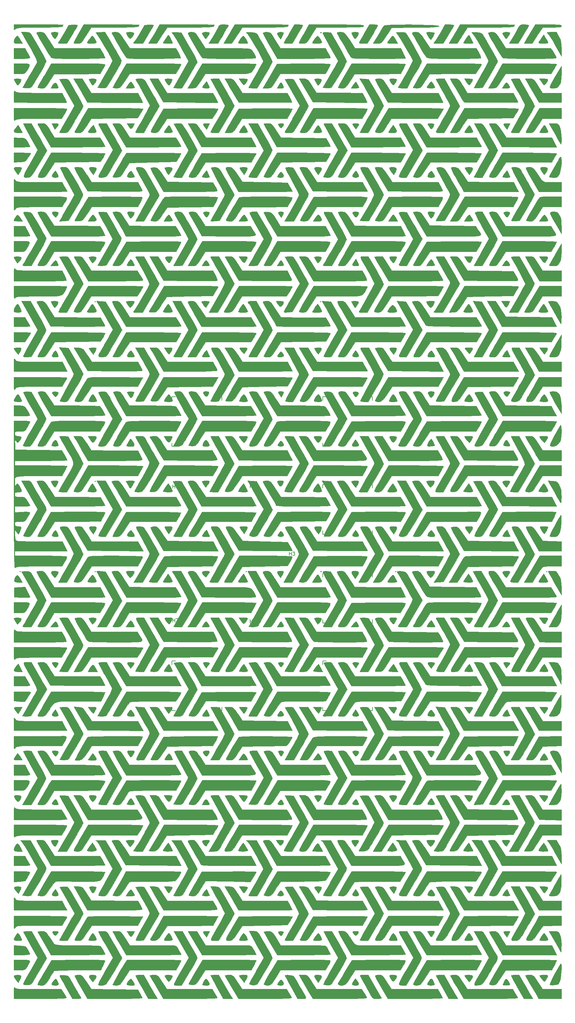
<source format=gbr>
G04 #@! TF.GenerationSoftware,KiCad,Pcbnew,9.0.2*
G04 #@! TF.CreationDate,2025-10-02T21:33:12-04:00*
G04 #@! TF.ProjectId,Trackball,54726163-6b62-4616-9c6c-2e6b69636164,rev?*
G04 #@! TF.SameCoordinates,Original*
G04 #@! TF.FileFunction,Legend,Top*
G04 #@! TF.FilePolarity,Positive*
%FSLAX46Y46*%
G04 Gerber Fmt 4.6, Leading zero omitted, Abs format (unit mm)*
G04 Created by KiCad (PCBNEW 9.0.2) date 2025-10-02 21:33:12*
%MOMM*%
%LPD*%
G01*
G04 APERTURE LIST*
%ADD10C,0.150000*%
%ADD11C,0.010000*%
G04 APERTURE END LIST*
D10*
X215888095Y-83154819D02*
X215888095Y-82154819D01*
X215888095Y-82631009D02*
X216459523Y-82631009D01*
X216459523Y-83154819D02*
X216459523Y-82154819D01*
X217364285Y-82154819D02*
X217173809Y-82154819D01*
X217173809Y-82154819D02*
X217078571Y-82202438D01*
X217078571Y-82202438D02*
X217030952Y-82250057D01*
X217030952Y-82250057D02*
X216935714Y-82392914D01*
X216935714Y-82392914D02*
X216888095Y-82583390D01*
X216888095Y-82583390D02*
X216888095Y-82964342D01*
X216888095Y-82964342D02*
X216935714Y-83059580D01*
X216935714Y-83059580D02*
X216983333Y-83107200D01*
X216983333Y-83107200D02*
X217078571Y-83154819D01*
X217078571Y-83154819D02*
X217269047Y-83154819D01*
X217269047Y-83154819D02*
X217364285Y-83107200D01*
X217364285Y-83107200D02*
X217411904Y-83059580D01*
X217411904Y-83059580D02*
X217459523Y-82964342D01*
X217459523Y-82964342D02*
X217459523Y-82726247D01*
X217459523Y-82726247D02*
X217411904Y-82631009D01*
X217411904Y-82631009D02*
X217364285Y-82583390D01*
X217364285Y-82583390D02*
X217269047Y-82535771D01*
X217269047Y-82535771D02*
X217078571Y-82535771D01*
X217078571Y-82535771D02*
X216983333Y-82583390D01*
X216983333Y-82583390D02*
X216935714Y-82631009D01*
X216935714Y-82631009D02*
X216888095Y-82726247D01*
X237638095Y-83054819D02*
X237638095Y-82054819D01*
X237638095Y-82531009D02*
X238209523Y-82531009D01*
X238209523Y-83054819D02*
X238209523Y-82054819D01*
X239114285Y-82388152D02*
X239114285Y-83054819D01*
X238876190Y-82007200D02*
X238638095Y-82721485D01*
X238638095Y-82721485D02*
X239257142Y-82721485D01*
X237638095Y-121054819D02*
X237638095Y-120054819D01*
X237638095Y-120531009D02*
X238209523Y-120531009D01*
X238209523Y-121054819D02*
X238209523Y-120054819D01*
X239161904Y-120054819D02*
X238685714Y-120054819D01*
X238685714Y-120054819D02*
X238638095Y-120531009D01*
X238638095Y-120531009D02*
X238685714Y-120483390D01*
X238685714Y-120483390D02*
X238780952Y-120435771D01*
X238780952Y-120435771D02*
X239019047Y-120435771D01*
X239019047Y-120435771D02*
X239114285Y-120483390D01*
X239114285Y-120483390D02*
X239161904Y-120531009D01*
X239161904Y-120531009D02*
X239209523Y-120626247D01*
X239209523Y-120626247D02*
X239209523Y-120864342D01*
X239209523Y-120864342D02*
X239161904Y-120959580D01*
X239161904Y-120959580D02*
X239114285Y-121007200D01*
X239114285Y-121007200D02*
X239019047Y-121054819D01*
X239019047Y-121054819D02*
X238780952Y-121054819D01*
X238780952Y-121054819D02*
X238685714Y-121007200D01*
X238685714Y-121007200D02*
X238638095Y-120959580D01*
X248638095Y-102054819D02*
X248638095Y-101054819D01*
X248638095Y-101531009D02*
X249209523Y-101531009D01*
X249209523Y-102054819D02*
X249209523Y-101054819D01*
X249590476Y-101054819D02*
X250209523Y-101054819D01*
X250209523Y-101054819D02*
X249876190Y-101435771D01*
X249876190Y-101435771D02*
X250019047Y-101435771D01*
X250019047Y-101435771D02*
X250114285Y-101483390D01*
X250114285Y-101483390D02*
X250161904Y-101531009D01*
X250161904Y-101531009D02*
X250209523Y-101626247D01*
X250209523Y-101626247D02*
X250209523Y-101864342D01*
X250209523Y-101864342D02*
X250161904Y-101959580D01*
X250161904Y-101959580D02*
X250114285Y-102007200D01*
X250114285Y-102007200D02*
X250019047Y-102054819D01*
X250019047Y-102054819D02*
X249733333Y-102054819D01*
X249733333Y-102054819D02*
X249638095Y-102007200D01*
X249638095Y-102007200D02*
X249590476Y-101959580D01*
X215888095Y-120804819D02*
X215888095Y-119804819D01*
X215888095Y-120281009D02*
X216459523Y-120281009D01*
X216459523Y-120804819D02*
X216459523Y-119804819D01*
X216840476Y-119804819D02*
X217507142Y-119804819D01*
X217507142Y-119804819D02*
X217078571Y-120804819D01*
D11*
X173019473Y-106560526D02*
X172885789Y-106694210D01*
X172752105Y-106560526D01*
X172885789Y-106426842D01*
X173019473Y-106560526D01*
G36*
X173019473Y-106560526D02*
G01*
X172885789Y-106694210D01*
X172752105Y-106560526D01*
X172885789Y-106426842D01*
X173019473Y-106560526D01*
G37*
X194141579Y-30627895D02*
X194007895Y-30761579D01*
X193874210Y-30627895D01*
X194007895Y-30494210D01*
X194141579Y-30627895D01*
G36*
X194141579Y-30627895D02*
G01*
X194007895Y-30761579D01*
X193874210Y-30627895D01*
X194007895Y-30494210D01*
X194141579Y-30627895D01*
G37*
X194141579Y-81160526D02*
X194007895Y-81294210D01*
X193874210Y-81160526D01*
X194007895Y-81026842D01*
X194141579Y-81160526D01*
G36*
X194141579Y-81160526D02*
G01*
X194007895Y-81294210D01*
X193874210Y-81160526D01*
X194007895Y-81026842D01*
X194141579Y-81160526D01*
G37*
X194141579Y-106560526D02*
X194007895Y-106694210D01*
X193874210Y-106560526D01*
X194007895Y-106426842D01*
X194141579Y-106560526D01*
G36*
X194141579Y-106560526D02*
G01*
X194007895Y-106694210D01*
X193874210Y-106560526D01*
X194007895Y-106426842D01*
X194141579Y-106560526D01*
G37*
X236653158Y-106560526D02*
X236519473Y-106694210D01*
X236385789Y-106560526D01*
X236519473Y-106426842D01*
X236653158Y-106560526D01*
G36*
X236653158Y-106560526D02*
G01*
X236519473Y-106694210D01*
X236385789Y-106560526D01*
X236519473Y-106426842D01*
X236653158Y-106560526D01*
G37*
X257507895Y-30627895D02*
X257374210Y-30761579D01*
X257240526Y-30627895D01*
X257374210Y-30494210D01*
X257507895Y-30627895D01*
G36*
X257507895Y-30627895D02*
G01*
X257374210Y-30761579D01*
X257240526Y-30627895D01*
X257374210Y-30494210D01*
X257507895Y-30627895D01*
G37*
X278630000Y-106560526D02*
X278496316Y-106694210D01*
X278362631Y-106560526D01*
X278496316Y-106426842D01*
X278630000Y-106560526D01*
G36*
X278630000Y-106560526D02*
G01*
X278496316Y-106694210D01*
X278362631Y-106560526D01*
X278496316Y-106426842D01*
X278630000Y-106560526D01*
G37*
X321141579Y-106560526D02*
X321007895Y-106694210D01*
X320874210Y-106560526D01*
X321007895Y-106426842D01*
X321141579Y-106560526D01*
G36*
X321141579Y-106560526D02*
G01*
X321007895Y-106694210D01*
X320874210Y-106560526D01*
X321007895Y-106426842D01*
X321141579Y-106560526D01*
G37*
X257686140Y45081930D02*
X257649439Y44922980D01*
X257507895Y44903684D01*
X257287820Y45001510D01*
X257329649Y45081930D01*
X257646953Y45113929D01*
X257686140Y45081930D01*
G36*
X257686140Y45081930D02*
G01*
X257649439Y44922980D01*
X257507895Y44903684D01*
X257287820Y45001510D01*
X257329649Y45081930D01*
X257646953Y45113929D01*
X257686140Y45081930D01*
G37*
X257686140Y-106515965D02*
X257649439Y-106674915D01*
X257507895Y-106694210D01*
X257287820Y-106596385D01*
X257329649Y-106515965D01*
X257646953Y-106483966D01*
X257686140Y-106515965D01*
G36*
X257686140Y-106515965D02*
G01*
X257649439Y-106674915D01*
X257507895Y-106694210D01*
X257287820Y-106596385D01*
X257329649Y-106515965D01*
X257646953Y-106483966D01*
X257686140Y-106515965D01*
G37*
X172990910Y-133642431D02*
X173565078Y-134767895D01*
X172356486Y-134767895D01*
X171534863Y-134701788D01*
X171190338Y-134464145D01*
X171299762Y-133995977D01*
X171783646Y-133308221D01*
X172416741Y-132516968D01*
X172990910Y-133642431D01*
G36*
X172990910Y-133642431D02*
G01*
X173565078Y-134767895D01*
X172356486Y-134767895D01*
X171534863Y-134701788D01*
X171190338Y-134464145D01*
X171299762Y-133995977D01*
X171783646Y-133308221D01*
X172416741Y-132516968D01*
X172990910Y-133642431D01*
G37*
X183462291Y19437754D02*
X183675828Y19194337D01*
X183439860Y18704998D01*
X183213964Y18410410D01*
X182713718Y17792633D01*
X182271309Y18648158D01*
X181828899Y19503684D01*
X182771555Y19503684D01*
X183462291Y19437754D01*
G36*
X183462291Y19437754D02*
G01*
X183675828Y19194337D01*
X183439860Y18704998D01*
X183213964Y18410410D01*
X182713718Y17792633D01*
X182271309Y18648158D01*
X181828899Y19503684D01*
X182771555Y19503684D01*
X183462291Y19437754D01*
G37*
X193676764Y-133044011D02*
X194085303Y-133655692D01*
X194112566Y-133703960D01*
X194710531Y-134767895D01*
X191972399Y-134767895D01*
X192455410Y-133945233D01*
X192955836Y-133175093D01*
X193331615Y-132879249D01*
X193676764Y-133044011D01*
G36*
X193676764Y-133044011D02*
G01*
X194085303Y-133655692D01*
X194112566Y-133703960D01*
X194710531Y-134767895D01*
X191972399Y-134767895D01*
X192455410Y-133945233D01*
X192955836Y-133175093D01*
X193331615Y-132879249D01*
X193676764Y-133044011D01*
G37*
X278100276Y-6373028D02*
X278467506Y-6891588D01*
X278594573Y-7099474D01*
X279146702Y-8035263D01*
X276486136Y-8035263D01*
X277090173Y-7102783D01*
X277503727Y-6522293D01*
X277810261Y-6194086D01*
X277868327Y-6166994D01*
X278100276Y-6373028D01*
G36*
X278100276Y-6373028D02*
G01*
X278467506Y-6891588D01*
X278594573Y-7099474D01*
X279146702Y-8035263D01*
X276486136Y-8035263D01*
X277090173Y-7102783D01*
X277503727Y-6522293D01*
X277810261Y-6194086D01*
X277868327Y-6166994D01*
X278100276Y-6373028D01*
G37*
X172612359Y-108016868D02*
X172960615Y-108568028D01*
X173570177Y-109635263D01*
X172508499Y-109635263D01*
X171658639Y-109553465D01*
X171277450Y-109271313D01*
X171318962Y-108733671D01*
X171466996Y-108386091D01*
X171847333Y-107775156D01*
X172205770Y-107649238D01*
X172612359Y-108016868D01*
G36*
X172612359Y-108016868D02*
G01*
X172960615Y-108568028D01*
X173570177Y-109635263D01*
X172508499Y-109635263D01*
X171658639Y-109553465D01*
X171277450Y-109271313D01*
X171318962Y-108733671D01*
X171466996Y-108386091D01*
X171847333Y-107775156D01*
X172205770Y-107649238D01*
X172612359Y-108016868D01*
G37*
X172927636Y-220115796D02*
X173219215Y-220350244D01*
X173131773Y-220855251D01*
X172826992Y-221495167D01*
X172423865Y-222263493D01*
X171795495Y-221495167D01*
X171285130Y-220769629D01*
X171208872Y-220323986D01*
X171582245Y-220105375D01*
X172217368Y-220058421D01*
X172927636Y-220115796D01*
G36*
X172927636Y-220115796D02*
G01*
X173219215Y-220350244D01*
X173131773Y-220855251D01*
X172826992Y-221495167D01*
X172423865Y-222263493D01*
X171795495Y-221495167D01*
X171285130Y-220769629D01*
X171208872Y-220323986D01*
X171582245Y-220105375D01*
X172217368Y-220058421D01*
X172927636Y-220115796D01*
G37*
X172938368Y-195227201D02*
X173217462Y-195405816D01*
X173114685Y-195843730D01*
X172839250Y-196381569D01*
X172413068Y-197168927D01*
X171780481Y-196433501D01*
X171285800Y-195775656D01*
X171224876Y-195394339D01*
X171621043Y-195223303D01*
X172217368Y-195193158D01*
X172938368Y-195227201D01*
G36*
X172938368Y-195227201D02*
G01*
X173217462Y-195405816D01*
X173114685Y-195843730D01*
X172839250Y-196381569D01*
X172413068Y-197168927D01*
X171780481Y-196433501D01*
X171285800Y-195775656D01*
X171224876Y-195394339D01*
X171621043Y-195223303D01*
X172217368Y-195193158D01*
X172938368Y-195227201D01*
G37*
X183298500Y30530835D02*
X183403925Y30319525D01*
X183644787Y29745107D01*
X183604631Y29478069D01*
X183188232Y29400683D01*
X182657172Y29396316D01*
X181600134Y29396316D01*
X182055593Y30196731D01*
X182522286Y30829900D01*
X182925434Y30940253D01*
X183298500Y30530835D01*
G36*
X183298500Y30530835D02*
G01*
X183403925Y30319525D01*
X183644787Y29745107D01*
X183604631Y29478069D01*
X183188232Y29400683D01*
X182657172Y29396316D01*
X181600134Y29396316D01*
X182055593Y30196731D01*
X182522286Y30829900D01*
X182925434Y30940253D01*
X183298500Y30530835D01*
G37*
X183266165Y5501039D02*
X183640596Y4812986D01*
X183609615Y4430180D01*
X183143577Y4277416D01*
X182778421Y4263684D01*
X182090535Y4358101D01*
X181870135Y4667813D01*
X182103671Y5232513D01*
X182336320Y5558474D01*
X182818119Y6184843D01*
X183266165Y5501039D01*
G36*
X183266165Y5501039D02*
G01*
X183640596Y4812986D01*
X183609615Y4430180D01*
X183143577Y4277416D01*
X182778421Y4263684D01*
X182090535Y4358101D01*
X181870135Y4667813D01*
X182103671Y5232513D01*
X182336320Y5558474D01*
X182818119Y6184843D01*
X183266165Y5501039D01*
G37*
X183266165Y-146096856D02*
X183640596Y-146784908D01*
X183609615Y-147167715D01*
X183143577Y-147320479D01*
X182778421Y-147334210D01*
X182090535Y-147239794D01*
X181870135Y-146930081D01*
X182103671Y-146365382D01*
X182336320Y-146039421D01*
X182818119Y-145413052D01*
X183266165Y-146096856D01*
G36*
X183266165Y-146096856D02*
G01*
X183640596Y-146784908D01*
X183609615Y-147167715D01*
X183143577Y-147320479D01*
X182778421Y-147334210D01*
X182090535Y-147239794D01*
X181870135Y-146930081D01*
X182103671Y-146365382D01*
X182336320Y-146039421D01*
X182818119Y-145413052D01*
X183266165Y-146096856D01*
G37*
X183266165Y-196629487D02*
X183640596Y-197317540D01*
X183609615Y-197700347D01*
X183143577Y-197853111D01*
X182778421Y-197866842D01*
X182090535Y-197772425D01*
X181870135Y-197462713D01*
X182103671Y-196898013D01*
X182336320Y-196572052D01*
X182818119Y-195945683D01*
X183266165Y-196629487D01*
G36*
X183266165Y-196629487D02*
G01*
X183640596Y-197317540D01*
X183609615Y-197700347D01*
X183143577Y-197853111D01*
X182778421Y-197866842D01*
X182090535Y-197772425D01*
X181870135Y-197462713D01*
X182103671Y-196898013D01*
X182336320Y-196572052D01*
X182818119Y-195945683D01*
X183266165Y-196629487D01*
G37*
X183403435Y-106507169D02*
X183684605Y-106782374D01*
X183509566Y-107303793D01*
X183195971Y-107754178D01*
X182689623Y-108413094D01*
X182141338Y-107754178D01*
X181672093Y-107072155D01*
X181655841Y-106654983D01*
X182109521Y-106457996D01*
X182644737Y-106426842D01*
X183403435Y-106507169D01*
G36*
X183403435Y-106507169D02*
G01*
X183684605Y-106782374D01*
X183509566Y-107303793D01*
X183195971Y-107754178D01*
X182689623Y-108413094D01*
X182141338Y-107754178D01*
X181672093Y-107072155D01*
X181655841Y-106654983D01*
X182109521Y-106457996D01*
X182644737Y-106426842D01*
X183403435Y-106507169D01*
G37*
X183247349Y-19365257D02*
X183403925Y-19678370D01*
X183643149Y-20247685D01*
X183606828Y-20515913D01*
X183199564Y-20596346D01*
X182626530Y-20601579D01*
X181538850Y-20601579D01*
X182110000Y-19799474D01*
X182603258Y-19192603D01*
X182949279Y-19050962D01*
X183247349Y-19365257D01*
G36*
X183247349Y-19365257D02*
G01*
X183403925Y-19678370D01*
X183643149Y-20247685D01*
X183606828Y-20515913D01*
X183199564Y-20596346D01*
X182626530Y-20601579D01*
X181538850Y-20601579D01*
X182110000Y-19799474D01*
X182603258Y-19192603D01*
X182949279Y-19050962D01*
X183247349Y-19365257D01*
G37*
X183247349Y-120965257D02*
X183403925Y-121278370D01*
X183643149Y-121847685D01*
X183606828Y-122115913D01*
X183199564Y-122196346D01*
X182626530Y-122201579D01*
X181538850Y-122201579D01*
X182110000Y-121399474D01*
X182603258Y-120792603D01*
X182949279Y-120650962D01*
X183247349Y-120965257D01*
G36*
X183247349Y-120965257D02*
G01*
X183403925Y-121278370D01*
X183643149Y-121847685D01*
X183606828Y-122115913D01*
X183199564Y-122196346D01*
X182626530Y-122201579D01*
X181538850Y-122201579D01*
X182110000Y-121399474D01*
X182603258Y-120792603D01*
X182949279Y-120650962D01*
X183247349Y-120965257D01*
G37*
X183459264Y-207813629D02*
X183669670Y-208028482D01*
X183448784Y-208482610D01*
X183322444Y-208655195D01*
X182885771Y-208983201D01*
X182450435Y-208789419D01*
X182102031Y-208279320D01*
X181973794Y-207934218D01*
X182166824Y-207788841D01*
X182769014Y-207759474D01*
X183459264Y-207813629D01*
G36*
X183459264Y-207813629D02*
G01*
X183669670Y-208028482D01*
X183448784Y-208482610D01*
X183322444Y-208655195D01*
X182885771Y-208983201D01*
X182450435Y-208789419D01*
X182102031Y-208279320D01*
X181973794Y-207934218D01*
X182166824Y-207788841D01*
X182769014Y-207759474D01*
X183459264Y-207813629D01*
G37*
X193720782Y-6403591D02*
X193992734Y-6757912D01*
X194366768Y-7427836D01*
X194311312Y-7825841D01*
X193792169Y-8007262D01*
X193203331Y-8035263D01*
X191997715Y-8035263D01*
X192601752Y-7102783D01*
X193071635Y-6439990D01*
X193404770Y-6216812D01*
X193720782Y-6403591D01*
G36*
X193720782Y-6403591D02*
G01*
X193992734Y-6757912D01*
X194366768Y-7427836D01*
X194311312Y-7825841D01*
X193792169Y-8007262D01*
X193203331Y-8035263D01*
X191997715Y-8035263D01*
X192601752Y-7102783D01*
X193071635Y-6439990D01*
X193404770Y-6216812D01*
X193720782Y-6403591D01*
G37*
X194063318Y7141912D02*
X194360388Y6895064D01*
X194268031Y6376632D01*
X193960852Y5747998D01*
X193534167Y4959679D01*
X192903411Y5747998D01*
X192397889Y6482901D01*
X192323516Y6934426D01*
X192696390Y7156354D01*
X193339473Y7204737D01*
X194063318Y7141912D01*
G36*
X194063318Y7141912D02*
G01*
X194360388Y6895064D01*
X194268031Y6376632D01*
X193960852Y5747998D01*
X193534167Y4959679D01*
X192903411Y5747998D01*
X192397889Y6482901D01*
X192323516Y6934426D01*
X192696390Y7156354D01*
X193339473Y7204737D01*
X194063318Y7141912D01*
G37*
X194063318Y-93923351D02*
X194360388Y-94170199D01*
X194268031Y-94688631D01*
X193960852Y-95317266D01*
X193534167Y-96105584D01*
X192903411Y-95317266D01*
X192397889Y-94582362D01*
X192323516Y-94130837D01*
X192696390Y-93908909D01*
X193339473Y-93860526D01*
X194063318Y-93923351D01*
G36*
X194063318Y-93923351D02*
G01*
X194360388Y-94170199D01*
X194268031Y-94688631D01*
X193960852Y-95317266D01*
X193534167Y-96105584D01*
X192903411Y-95317266D01*
X192397889Y-94582362D01*
X192323516Y-94130837D01*
X192696390Y-93908909D01*
X193339473Y-93860526D01*
X194063318Y-93923351D01*
G37*
X194111615Y-220151515D02*
X194399415Y-220450246D01*
X194214304Y-220983788D01*
X193877862Y-221432485D01*
X193346777Y-222063684D01*
X192814334Y-221395263D01*
X192359100Y-220703635D01*
X192350701Y-220284308D01*
X192808230Y-220088683D01*
X193339473Y-220058421D01*
X194111615Y-220151515D01*
G36*
X194111615Y-220151515D02*
G01*
X194399415Y-220450246D01*
X194214304Y-220983788D01*
X193877862Y-221432485D01*
X193346777Y-222063684D01*
X192814334Y-221395263D01*
X192359100Y-220703635D01*
X192350701Y-220284308D01*
X192808230Y-220088683D01*
X193339473Y-220058421D01*
X194111615Y-220151515D01*
G37*
X194042380Y-68533755D02*
X194384391Y-68790238D01*
X194274452Y-69285167D01*
X193992734Y-69737877D01*
X193584333Y-70208598D01*
X193237889Y-70250015D01*
X192848977Y-69837008D01*
X192572795Y-69396316D01*
X192020666Y-68460526D01*
X193214806Y-68460526D01*
X194042380Y-68533755D01*
G36*
X194042380Y-68533755D02*
G01*
X194384391Y-68790238D01*
X194274452Y-69285167D01*
X193992734Y-69737877D01*
X193584333Y-70208598D01*
X193237889Y-70250015D01*
X192848977Y-69837008D01*
X192572795Y-69396316D01*
X192020666Y-68460526D01*
X193214806Y-68460526D01*
X194042380Y-68533755D01*
G37*
X204784790Y-132138538D02*
X205047574Y-132330377D01*
X204866212Y-132758008D01*
X204563002Y-133163684D01*
X204034210Y-133832105D01*
X203505419Y-133163684D01*
X203078928Y-132552545D01*
X203070439Y-132230076D01*
X203523601Y-132107997D01*
X204034210Y-132094210D01*
X204784790Y-132138538D01*
G36*
X204784790Y-132138538D02*
G01*
X205047574Y-132330377D01*
X204866212Y-132758008D01*
X204563002Y-133163684D01*
X204034210Y-133832105D01*
X203505419Y-133163684D01*
X203078928Y-132552545D01*
X203070439Y-132230076D01*
X203523601Y-132107997D01*
X204034210Y-132094210D01*
X204784790Y-132138538D01*
G37*
X215370941Y-68489907D02*
X215710562Y-68647058D01*
X215659742Y-69035497D01*
X215369456Y-69613387D01*
X215000519Y-70139332D01*
X214647060Y-70213891D01*
X214225528Y-69820806D01*
X213886879Y-69324905D01*
X213339593Y-68460526D01*
X214569007Y-68460526D01*
X215370941Y-68489907D01*
G36*
X215370941Y-68489907D02*
G01*
X215710562Y-68647058D01*
X215659742Y-69035497D01*
X215369456Y-69613387D01*
X215000519Y-70139332D01*
X214647060Y-70213891D01*
X214225528Y-69820806D01*
X213886879Y-69324905D01*
X213339593Y-68460526D01*
X214569007Y-68460526D01*
X215370941Y-68489907D01*
G37*
X215370941Y-169555170D02*
X215710562Y-169712321D01*
X215659742Y-170100760D01*
X215369456Y-170678650D01*
X215000519Y-171204595D01*
X214647060Y-171279154D01*
X214225528Y-170886070D01*
X213886879Y-170390168D01*
X213339593Y-169525789D01*
X214569007Y-169525789D01*
X215370941Y-169555170D01*
G36*
X215370941Y-169555170D02*
G01*
X215710562Y-169712321D01*
X215659742Y-170100760D01*
X215369456Y-170678650D01*
X215000519Y-171204595D01*
X214647060Y-171279154D01*
X214225528Y-170886070D01*
X213886879Y-170390168D01*
X213339593Y-169525789D01*
X214569007Y-169525789D01*
X215370941Y-169555170D01*
G37*
X225798227Y30517053D02*
X226124529Y29840247D01*
X226131782Y29511794D01*
X225747833Y29405719D01*
X225156316Y29396316D01*
X224425463Y29435935D01*
X224154722Y29613062D01*
X224312984Y30015101D01*
X224738369Y30570618D01*
X225370665Y31343867D01*
X225798227Y30517053D01*
G36*
X225798227Y30517053D02*
G01*
X226124529Y29840247D01*
X226131782Y29511794D01*
X225747833Y29405719D01*
X225156316Y29396316D01*
X224425463Y29435935D01*
X224154722Y29613062D01*
X224312984Y30015101D01*
X224738369Y30570618D01*
X225370665Y31343867D01*
X225798227Y30517053D01*
G37*
X225798227Y-146213473D02*
X226124529Y-146890279D01*
X226131782Y-147218732D01*
X225747833Y-147324808D01*
X225156316Y-147334210D01*
X224425463Y-147294591D01*
X224154722Y-147117464D01*
X224312984Y-146715426D01*
X224738369Y-146159909D01*
X225370665Y-145386659D01*
X225798227Y-146213473D01*
G36*
X225798227Y-146213473D02*
G01*
X226124529Y-146890279D01*
X226131782Y-147218732D01*
X225747833Y-147324808D01*
X225156316Y-147334210D01*
X224425463Y-147294591D01*
X224154722Y-147117464D01*
X224312984Y-146715426D01*
X224738369Y-146159909D01*
X225370665Y-145386659D01*
X225798227Y-146213473D01*
G37*
X225969331Y-132145513D02*
X226177420Y-132358700D01*
X225952530Y-132822689D01*
X225732100Y-133121632D01*
X225250302Y-133748001D01*
X224802256Y-133064197D01*
X224445158Y-132465246D01*
X224458003Y-132183108D01*
X224900490Y-132099057D01*
X225290000Y-132094210D01*
X225969331Y-132145513D01*
G36*
X225969331Y-132145513D02*
G01*
X226177420Y-132358700D01*
X225952530Y-132822689D01*
X225732100Y-133121632D01*
X225250302Y-133748001D01*
X224802256Y-133064197D01*
X224445158Y-132465246D01*
X224458003Y-132183108D01*
X224900490Y-132099057D01*
X225290000Y-132094210D01*
X225969331Y-132145513D01*
G37*
X225601124Y-19375732D02*
X225793987Y-19656382D01*
X226131608Y-20222350D01*
X226122821Y-20500563D01*
X225697243Y-20592927D01*
X225141200Y-20601579D01*
X224056610Y-20601579D01*
X224530425Y-19799474D01*
X224941454Y-19191301D01*
X225256149Y-19054834D01*
X225601124Y-19375732D01*
G36*
X225601124Y-19375732D02*
G01*
X225793987Y-19656382D01*
X226131608Y-20222350D01*
X226122821Y-20500563D01*
X225697243Y-20592927D01*
X225141200Y-20601579D01*
X224056610Y-20601579D01*
X224530425Y-19799474D01*
X224941454Y-19191301D01*
X225256149Y-19054834D01*
X225601124Y-19375732D01*
G37*
X225601124Y-120975732D02*
X225793987Y-121256382D01*
X226131608Y-121822350D01*
X226122821Y-122100563D01*
X225697243Y-122192927D01*
X225141200Y-122201579D01*
X224056610Y-122201579D01*
X224530425Y-121399474D01*
X224941454Y-120791301D01*
X225256149Y-120654834D01*
X225601124Y-120975732D01*
G36*
X225601124Y-120975732D02*
G01*
X225793987Y-121256382D01*
X226131608Y-121822350D01*
X226122821Y-122100563D01*
X225697243Y-122192927D01*
X225141200Y-122201579D01*
X224056610Y-122201579D01*
X224530425Y-121399474D01*
X224941454Y-120791301D01*
X225256149Y-120654834D01*
X225601124Y-120975732D01*
G37*
X225601124Y-170973627D02*
X225793987Y-171254277D01*
X226131608Y-171820245D01*
X226122821Y-172098457D01*
X225697243Y-172190822D01*
X225141200Y-172199474D01*
X224056610Y-172199474D01*
X224530425Y-171397368D01*
X224941454Y-170789196D01*
X225256149Y-170652728D01*
X225601124Y-170973627D01*
G36*
X225601124Y-170973627D02*
G01*
X225793987Y-171254277D01*
X226131608Y-171820245D01*
X226122821Y-172098457D01*
X225697243Y-172190822D01*
X225141200Y-172199474D01*
X224056610Y-172199474D01*
X224530425Y-171397368D01*
X224941454Y-170789196D01*
X225256149Y-170652728D01*
X225601124Y-170973627D01*
G37*
X236500226Y32038159D02*
X236839415Y31878769D01*
X236772550Y31496033D01*
X236449605Y30932322D01*
X236066705Y30418565D01*
X235738762Y30330487D01*
X235358149Y30688504D01*
X235008984Y31205622D01*
X234461698Y32070000D01*
X235691112Y32070000D01*
X236500226Y32038159D01*
G36*
X236500226Y32038159D02*
G01*
X236839415Y31878769D01*
X236772550Y31496033D01*
X236449605Y30932322D01*
X236066705Y30418565D01*
X235738762Y30330487D01*
X235358149Y30688504D01*
X235008984Y31205622D01*
X234461698Y32070000D01*
X235691112Y32070000D01*
X236500226Y32038159D01*
G37*
X236493047Y-17957275D02*
X236832667Y-18114427D01*
X236781847Y-18502866D01*
X236491561Y-19080755D01*
X236122624Y-19606700D01*
X235769165Y-19681259D01*
X235347634Y-19288175D01*
X235008984Y-18792273D01*
X234461698Y-17927895D01*
X235691112Y-17927895D01*
X236493047Y-17957275D01*
G36*
X236493047Y-17957275D02*
G01*
X236832667Y-18114427D01*
X236781847Y-18502866D01*
X236491561Y-19080755D01*
X236122624Y-19606700D01*
X235769165Y-19681259D01*
X235347634Y-19288175D01*
X235008984Y-18792273D01*
X234461698Y-17927895D01*
X235691112Y-17927895D01*
X236493047Y-17957275D01*
G37*
X236500226Y-119559736D02*
X236839415Y-119719125D01*
X236772550Y-120101862D01*
X236449605Y-120665573D01*
X236066705Y-121179330D01*
X235738762Y-121267408D01*
X235358149Y-120909391D01*
X235008984Y-120392273D01*
X234461698Y-119527895D01*
X235691112Y-119527895D01*
X236500226Y-119559736D01*
G36*
X236500226Y-119559736D02*
G01*
X236839415Y-119719125D01*
X236772550Y-120101862D01*
X236449605Y-120665573D01*
X236066705Y-121179330D01*
X235738762Y-121267408D01*
X235358149Y-120909391D01*
X235008984Y-120392273D01*
X234461698Y-119527895D01*
X235691112Y-119527895D01*
X236500226Y-119559736D01*
G37*
X236493047Y-169555170D02*
X236832667Y-169712321D01*
X236781847Y-170100760D01*
X236491561Y-170678650D01*
X236122624Y-171204595D01*
X235769165Y-171279154D01*
X235347634Y-170886070D01*
X235008984Y-170390168D01*
X234461698Y-169525789D01*
X235691112Y-169525789D01*
X236493047Y-169555170D01*
G36*
X236493047Y-169555170D02*
G01*
X236832667Y-169712321D01*
X236781847Y-170100760D01*
X236491561Y-170678650D01*
X236122624Y-171204595D01*
X235769165Y-171279154D01*
X235347634Y-170886070D01*
X235008984Y-170390168D01*
X234461698Y-169525789D01*
X235691112Y-169525789D01*
X236493047Y-169555170D01*
G37*
X246786980Y45133388D02*
X247021101Y44944410D01*
X246894586Y44490143D01*
X246636803Y43990025D01*
X246214489Y43210050D01*
X245717663Y43856341D01*
X245286996Y44548970D01*
X245301190Y44967160D01*
X245773761Y45152516D01*
X246144737Y45171053D01*
X246786980Y45133388D01*
G36*
X246786980Y45133388D02*
G01*
X247021101Y44944410D01*
X246894586Y44490143D01*
X246636803Y43990025D01*
X246214489Y43210050D01*
X245717663Y43856341D01*
X245286996Y44548970D01*
X245301190Y44967160D01*
X245773761Y45152516D01*
X246144737Y45171053D01*
X246786980Y45133388D01*
G37*
X246786980Y-106464507D02*
X247021101Y-106653484D01*
X246894586Y-107107752D01*
X246636803Y-107607870D01*
X246214489Y-108387845D01*
X245717663Y-107741554D01*
X245286996Y-107048925D01*
X245301190Y-106630735D01*
X245773761Y-106445378D01*
X246144737Y-106426842D01*
X246786980Y-106464507D01*
G36*
X246786980Y-106464507D02*
G01*
X247021101Y-106653484D01*
X246894586Y-107107752D01*
X246636803Y-107607870D01*
X246214489Y-108387845D01*
X245717663Y-107741554D01*
X245286996Y-107048925D01*
X245301190Y-106630735D01*
X245773761Y-106445378D01*
X246144737Y-106426842D01*
X246786980Y-106464507D01*
G37*
X246863550Y-5412376D02*
X247034580Y-5640259D01*
X246838547Y-6158464D01*
X246709124Y-6398424D01*
X246356670Y-7034216D01*
X245916493Y-6405775D01*
X245548959Y-5790555D01*
X245580039Y-5474040D01*
X246040832Y-5366508D01*
X246278421Y-5361579D01*
X246863550Y-5412376D01*
G36*
X246863550Y-5412376D02*
G01*
X247034580Y-5640259D01*
X246838547Y-6158464D01*
X246709124Y-6398424D01*
X246356670Y-7034216D01*
X245916493Y-6405775D01*
X245548959Y-5790555D01*
X245580039Y-5474040D01*
X246040832Y-5366508D01*
X246278421Y-5361579D01*
X246863550Y-5412376D01*
G37*
X246863550Y-55945008D02*
X247034580Y-56172891D01*
X246838547Y-56691095D01*
X246709124Y-56931055D01*
X246356670Y-57566847D01*
X245916493Y-56938406D01*
X245548959Y-56323187D01*
X245580039Y-56006672D01*
X246040832Y-55899140D01*
X246278421Y-55894210D01*
X246863550Y-55945008D01*
G36*
X246863550Y-55945008D02*
G01*
X247034580Y-56172891D01*
X246838547Y-56691095D01*
X246709124Y-56931055D01*
X246356670Y-57566847D01*
X245916493Y-56938406D01*
X245548959Y-56323187D01*
X245580039Y-56006672D01*
X246040832Y-55899140D01*
X246278421Y-55894210D01*
X246863550Y-55945008D01*
G37*
X246628305Y30611406D02*
X246770241Y30319525D01*
X247017037Y29726275D01*
X246961997Y29464364D01*
X246511084Y29398275D01*
X246129621Y29396316D01*
X245178715Y29396316D01*
X245652530Y30198421D01*
X246062732Y30808746D01*
X246354187Y30942745D01*
X246628305Y30611406D01*
G36*
X246628305Y30611406D02*
G01*
X246770241Y30319525D01*
X247017037Y29726275D01*
X246961997Y29464364D01*
X246511084Y29398275D01*
X246129621Y29396316D01*
X245178715Y29396316D01*
X245652530Y30198421D01*
X246062732Y30808746D01*
X246354187Y30942745D01*
X246628305Y30611406D01*
G37*
X246628305Y-19386488D02*
X246770241Y-19678370D01*
X247017037Y-20271620D01*
X246961997Y-20533531D01*
X246511084Y-20599620D01*
X246129621Y-20601579D01*
X245178715Y-20601579D01*
X245652530Y-19799474D01*
X246062732Y-19189149D01*
X246354187Y-19055149D01*
X246628305Y-19386488D01*
G36*
X246628305Y-19386488D02*
G01*
X246770241Y-19678370D01*
X247017037Y-20271620D01*
X246961997Y-20533531D01*
X246511084Y-20599620D01*
X246129621Y-20601579D01*
X245178715Y-20601579D01*
X245652530Y-19799474D01*
X246062732Y-19189149D01*
X246354187Y-19055149D01*
X246628305Y-19386488D01*
G37*
X246628305Y-120986488D02*
X246770241Y-121278370D01*
X247017037Y-121871620D01*
X246961997Y-122133531D01*
X246511084Y-122199620D01*
X246129621Y-122201579D01*
X245178715Y-122201579D01*
X245652530Y-121399474D01*
X246062732Y-120789149D01*
X246354187Y-120655149D01*
X246628305Y-120986488D01*
G36*
X246628305Y-120986488D02*
G01*
X246770241Y-121278370D01*
X247017037Y-121871620D01*
X246961997Y-122133531D01*
X246511084Y-122199620D01*
X246129621Y-122201579D01*
X245178715Y-122201579D01*
X245652530Y-121399474D01*
X246062732Y-120789149D01*
X246354187Y-120655149D01*
X246628305Y-120986488D01*
G37*
X246727602Y-30528896D02*
X247008163Y-30705781D01*
X246920236Y-31134106D01*
X246754204Y-31496842D01*
X246375439Y-32005034D01*
X245961434Y-31994424D01*
X245486830Y-31461298D01*
X245385162Y-31296316D01*
X244911347Y-30494210D01*
X245995936Y-30494210D01*
X246727602Y-30528896D01*
G36*
X246727602Y-30528896D02*
G01*
X247008163Y-30705781D01*
X246920236Y-31134106D01*
X246754204Y-31496842D01*
X246375439Y-32005034D01*
X245961434Y-31994424D01*
X245486830Y-31461298D01*
X245385162Y-31296316D01*
X244911347Y-30494210D01*
X245995936Y-30494210D01*
X246727602Y-30528896D01*
G37*
X246727602Y-182126791D02*
X247008163Y-182303676D01*
X246920236Y-182732000D01*
X246754204Y-183094737D01*
X246375439Y-183602929D01*
X245961434Y-183592319D01*
X245486830Y-183059193D01*
X245385162Y-182894210D01*
X244911347Y-182092105D01*
X245995936Y-182092105D01*
X246727602Y-182126791D01*
G36*
X246727602Y-182126791D02*
G01*
X247008163Y-182303676D01*
X246920236Y-182732000D01*
X246754204Y-183094737D01*
X246375439Y-183602929D01*
X245961434Y-183592319D01*
X245486830Y-183059193D01*
X245385162Y-182894210D01*
X244911347Y-182092105D01*
X245995936Y-182092105D01*
X246727602Y-182126791D01*
G37*
X257465779Y-133680647D02*
X258076846Y-134767895D01*
X256722897Y-134767895D01*
X255956241Y-134732281D01*
X255468862Y-134641103D01*
X255376140Y-134567368D01*
X255537413Y-134254916D01*
X255933611Y-133709789D01*
X256119022Y-133480121D01*
X256854711Y-132593399D01*
X257465779Y-133680647D01*
G36*
X257465779Y-133680647D02*
G01*
X258076846Y-134767895D01*
X256722897Y-134767895D01*
X255956241Y-134732281D01*
X255468862Y-134641103D01*
X255376140Y-134567368D01*
X255537413Y-134254916D01*
X255933611Y-133709789D01*
X256119022Y-133480121D01*
X256854711Y-132593399D01*
X257465779Y-133680647D01*
G37*
X257087098Y-6403591D02*
X257359049Y-6757912D01*
X257733084Y-7427836D01*
X257677628Y-7825841D01*
X257158485Y-8007262D01*
X256569647Y-8035263D01*
X255364031Y-8035263D01*
X255968068Y-7102783D01*
X256437951Y-6439990D01*
X256771086Y-6216812D01*
X257087098Y-6403591D01*
G36*
X257087098Y-6403591D02*
G01*
X257359049Y-6757912D01*
X257733084Y-7427836D01*
X257677628Y-7825841D01*
X257158485Y-8007262D01*
X256569647Y-8035263D01*
X255364031Y-8035263D01*
X255968068Y-7102783D01*
X256437951Y-6439990D01*
X256771086Y-6216812D01*
X257087098Y-6403591D01*
G37*
X257429634Y-93923351D02*
X257726704Y-94170199D01*
X257634347Y-94688631D01*
X257327168Y-95317266D01*
X256900483Y-96105584D01*
X256269727Y-95317266D01*
X255764205Y-94582362D01*
X255689832Y-94130837D01*
X256062706Y-93908909D01*
X256705789Y-93860526D01*
X257429634Y-93923351D01*
G36*
X257429634Y-93923351D02*
G01*
X257726704Y-94170199D01*
X257634347Y-94688631D01*
X257327168Y-95317266D01*
X256900483Y-96105584D01*
X256269727Y-95317266D01*
X255764205Y-94582362D01*
X255689832Y-94130837D01*
X256062706Y-93908909D01*
X256705789Y-93860526D01*
X257429634Y-93923351D01*
G37*
X257450287Y7132294D02*
X257742270Y6868898D01*
X257609214Y6345445D01*
X257272545Y5779180D01*
X256773351Y5022044D01*
X256204833Y5820454D01*
X255755340Y6549661D01*
X255712774Y6975254D01*
X256103035Y7168800D01*
X256705789Y7204737D01*
X257450287Y7132294D01*
G36*
X257450287Y7132294D02*
G01*
X257742270Y6868898D01*
X257609214Y6345445D01*
X257272545Y5779180D01*
X256773351Y5022044D01*
X256204833Y5820454D01*
X255755340Y6549661D01*
X255712774Y6975254D01*
X256103035Y7168800D01*
X256705789Y7204737D01*
X257450287Y7132294D01*
G37*
X257450287Y-220130864D02*
X257742270Y-220394260D01*
X257609214Y-220917713D01*
X257272545Y-221483978D01*
X256773351Y-222241114D01*
X256204833Y-221442704D01*
X255755340Y-220713497D01*
X255712774Y-220287904D01*
X256103035Y-220094358D01*
X256705789Y-220058421D01*
X257450287Y-220130864D01*
G36*
X257450287Y-220130864D02*
G01*
X257742270Y-220394260D01*
X257609214Y-220917713D01*
X257272545Y-221483978D01*
X256773351Y-222241114D01*
X256204833Y-221442704D01*
X255755340Y-220713497D01*
X255712774Y-220287904D01*
X256103035Y-220094358D01*
X256705789Y-220058421D01*
X257450287Y-220130864D01*
G37*
X267713961Y-70055231D02*
X268148687Y-70748446D01*
X268115768Y-71188151D01*
X267611500Y-71386731D01*
X267311403Y-71401579D01*
X266538599Y-71340571D01*
X266249773Y-71109199D01*
X266403194Y-70634941D01*
X266652386Y-70256317D01*
X267225290Y-69451748D01*
X267713961Y-70055231D01*
G36*
X267713961Y-70055231D02*
G01*
X268148687Y-70748446D01*
X268115768Y-71188151D01*
X267611500Y-71386731D01*
X267311403Y-71401579D01*
X266538599Y-71340571D01*
X266249773Y-71109199D01*
X266403194Y-70634941D01*
X266652386Y-70256317D01*
X267225290Y-69451748D01*
X267713961Y-70055231D01*
G37*
X267713961Y-221653126D02*
X268148687Y-222346341D01*
X268115768Y-222786045D01*
X267611500Y-222984626D01*
X267311403Y-222999474D01*
X266538599Y-222938466D01*
X266249773Y-222707094D01*
X266403194Y-222232836D01*
X266652386Y-221854212D01*
X267225290Y-221049643D01*
X267713961Y-221653126D01*
G36*
X267713961Y-221653126D02*
G01*
X268148687Y-222346341D01*
X268115768Y-222786045D01*
X267611500Y-222984626D01*
X267311403Y-222999474D01*
X266538599Y-222938466D01*
X266249773Y-222707094D01*
X266403194Y-222232836D01*
X266652386Y-221854212D01*
X267225290Y-221049643D01*
X267713961Y-221653126D01*
G37*
X267949835Y-132148107D02*
X268163312Y-132371619D01*
X267951233Y-132857480D01*
X267762088Y-133138929D01*
X267321545Y-133767893D01*
X266832244Y-133131578D01*
X266428565Y-132528210D01*
X266439165Y-132215005D01*
X266901381Y-132102841D01*
X267266842Y-132094210D01*
X267949835Y-132148107D01*
G36*
X267949835Y-132148107D02*
G01*
X268163312Y-132371619D01*
X267951233Y-132857480D01*
X267762088Y-133138929D01*
X267321545Y-133767893D01*
X266832244Y-133131578D01*
X266428565Y-132528210D01*
X266439165Y-132215005D01*
X266901381Y-132102841D01*
X267266842Y-132094210D01*
X267949835Y-132148107D01*
G37*
X267863176Y-106493838D02*
X268150300Y-106745457D01*
X268023735Y-107257648D01*
X267680374Y-107849931D01*
X267197205Y-108604599D01*
X266630444Y-107808657D01*
X266181858Y-107080355D01*
X266140603Y-106655444D01*
X266532690Y-106462429D01*
X267133158Y-106426842D01*
X267863176Y-106493838D01*
G36*
X267863176Y-106493838D02*
G01*
X268150300Y-106745457D01*
X268023735Y-107257648D01*
X267680374Y-107849931D01*
X267197205Y-108604599D01*
X266630444Y-107808657D01*
X266181858Y-107080355D01*
X266140603Y-106655444D01*
X266532690Y-106462429D01*
X267133158Y-106426842D01*
X267863176Y-106493838D01*
G37*
X267776523Y-19483653D02*
X268102193Y-20158516D01*
X268120378Y-20486237D01*
X267773914Y-20592202D01*
X267266842Y-20601579D01*
X266609529Y-20558491D01*
X266379722Y-20362246D01*
X266541026Y-19912370D01*
X266842496Y-19430089D01*
X267350415Y-18659651D01*
X267776523Y-19483653D01*
G36*
X267776523Y-19483653D02*
G01*
X268102193Y-20158516D01*
X268120378Y-20486237D01*
X267773914Y-20592202D01*
X267266842Y-20601579D01*
X266609529Y-20558491D01*
X266379722Y-20362246D01*
X266541026Y-19912370D01*
X266842496Y-19430089D01*
X267350415Y-18659651D01*
X267776523Y-19483653D01*
G37*
X267762088Y5575771D02*
X268150827Y4873677D01*
X268101627Y4456199D01*
X267597398Y4278064D01*
X267266842Y4263684D01*
X266579944Y4357427D01*
X266359073Y4665765D01*
X266590684Y5229361D01*
X266832244Y5568420D01*
X267321545Y6204735D01*
X267762088Y5575771D01*
G36*
X267762088Y5575771D02*
G01*
X268150827Y4873677D01*
X268101627Y4456199D01*
X267597398Y4278064D01*
X267266842Y4263684D01*
X266579944Y4357427D01*
X266359073Y4665765D01*
X266590684Y5229361D01*
X266832244Y5568420D01*
X267321545Y6204735D01*
X267762088Y5575771D01*
G37*
X267754586Y-45031593D02*
X268129017Y-45719645D01*
X268098036Y-46102452D01*
X267631998Y-46255216D01*
X267266842Y-46268947D01*
X266578956Y-46174530D01*
X266358557Y-45864818D01*
X266592092Y-45300119D01*
X266824741Y-44974157D01*
X267306540Y-44347789D01*
X267754586Y-45031593D01*
G36*
X267754586Y-45031593D02*
G01*
X268129017Y-45719645D01*
X268098036Y-46102452D01*
X267631998Y-46255216D01*
X267266842Y-46268947D01*
X266578956Y-46174530D01*
X266358557Y-45864818D01*
X266592092Y-45300119D01*
X266824741Y-44974157D01*
X267306540Y-44347789D01*
X267754586Y-45031593D01*
G37*
X267754586Y-95564224D02*
X268129017Y-96252277D01*
X268098036Y-96635084D01*
X267631998Y-96787848D01*
X267266842Y-96801579D01*
X266578956Y-96707162D01*
X266358557Y-96397450D01*
X266592092Y-95832750D01*
X266824741Y-95506789D01*
X267306540Y-94880420D01*
X267754586Y-95564224D01*
G36*
X267754586Y-95564224D02*
G01*
X268129017Y-96252277D01*
X268098036Y-96635084D01*
X267631998Y-96787848D01*
X267266842Y-96801579D01*
X266578956Y-96707162D01*
X266358557Y-96397450D01*
X266592092Y-95832750D01*
X266824741Y-95506789D01*
X267306540Y-94880420D01*
X267754586Y-95564224D01*
G37*
X267754586Y-146096856D02*
X268129017Y-146784908D01*
X268098036Y-147167715D01*
X267631998Y-147320479D01*
X267266842Y-147334210D01*
X266578956Y-147239794D01*
X266358557Y-146930081D01*
X266592092Y-146365382D01*
X266824741Y-146039421D01*
X267306540Y-145413052D01*
X267754586Y-146096856D01*
G36*
X267754586Y-146096856D02*
G01*
X268129017Y-146784908D01*
X268098036Y-147167715D01*
X267631998Y-147320479D01*
X267266842Y-147334210D01*
X266578956Y-147239794D01*
X266358557Y-146930081D01*
X266592092Y-146365382D01*
X266824741Y-146039421D01*
X267306540Y-145413052D01*
X267754586Y-146096856D01*
G37*
X267754586Y-196629487D02*
X268129017Y-197317540D01*
X268098036Y-197700347D01*
X267631998Y-197853111D01*
X267266842Y-197866842D01*
X266578956Y-197772425D01*
X266358557Y-197462713D01*
X266592092Y-196898013D01*
X266824741Y-196572052D01*
X267306540Y-195945683D01*
X267754586Y-196629487D01*
G36*
X267754586Y-196629487D02*
G01*
X268129017Y-197317540D01*
X268098036Y-197700347D01*
X267631998Y-197853111D01*
X267266842Y-197866842D01*
X266578956Y-197772425D01*
X266358557Y-197462713D01*
X266592092Y-196898013D01*
X266824741Y-196572052D01*
X267306540Y-195945683D01*
X267754586Y-196629487D01*
G37*
X267735770Y-120965257D02*
X267892346Y-121278370D01*
X268131570Y-121847685D01*
X268095249Y-122115913D01*
X267687985Y-122196346D01*
X267114951Y-122201579D01*
X266027271Y-122201579D01*
X266598421Y-121399474D01*
X267091679Y-120792603D01*
X267437700Y-120650962D01*
X267735770Y-120965257D01*
G36*
X267735770Y-120965257D02*
G01*
X267892346Y-121278370D01*
X268131570Y-121847685D01*
X268095249Y-122115913D01*
X267687985Y-122196346D01*
X267114951Y-122201579D01*
X266027271Y-122201579D01*
X266598421Y-121399474D01*
X267091679Y-120792603D01*
X267437700Y-120650962D01*
X267735770Y-120965257D01*
G37*
X267947685Y-207813629D02*
X268158092Y-208028482D01*
X267937205Y-208482610D01*
X267810865Y-208655195D01*
X267374193Y-208983201D01*
X266938856Y-208789419D01*
X266590452Y-208279320D01*
X266462215Y-207934218D01*
X266655245Y-207788841D01*
X267257435Y-207759474D01*
X267947685Y-207813629D01*
G36*
X267947685Y-207813629D02*
G01*
X268158092Y-208028482D01*
X267937205Y-208482610D01*
X267810865Y-208655195D01*
X267374193Y-208983201D01*
X266938856Y-208789419D01*
X266590452Y-208279320D01*
X266462215Y-207934218D01*
X266655245Y-207788841D01*
X267257435Y-207759474D01*
X267947685Y-207813629D01*
G37*
X267954041Y19448264D02*
X268164481Y19220580D01*
X267944583Y18728498D01*
X267780200Y18484824D01*
X267357768Y17881718D01*
X266844410Y18534347D01*
X266434021Y19114707D01*
X266428884Y19401820D01*
X266873035Y19496729D01*
X267266842Y19503684D01*
X267954041Y19448264D01*
G36*
X267954041Y19448264D02*
G01*
X268164481Y19220580D01*
X267944583Y18728498D01*
X267780200Y18484824D01*
X267357768Y17881718D01*
X266844410Y18534347D01*
X266434021Y19114707D01*
X266428884Y19401820D01*
X266873035Y19496729D01*
X267266842Y19503684D01*
X267954041Y19448264D01*
G37*
X278587884Y-133680647D02*
X279198952Y-134767895D01*
X277845002Y-134767895D01*
X277078346Y-134732281D01*
X276590967Y-134641103D01*
X276498245Y-134567368D01*
X276659518Y-134254916D01*
X277055717Y-133709789D01*
X277241127Y-133480121D01*
X277976817Y-132593399D01*
X278587884Y-133680647D01*
G36*
X278587884Y-133680647D02*
G01*
X279198952Y-134767895D01*
X277845002Y-134767895D01*
X277078346Y-134732281D01*
X276590967Y-134641103D01*
X276498245Y-134567368D01*
X276659518Y-134254916D01*
X277055717Y-133709789D01*
X277241127Y-133480121D01*
X277976817Y-132593399D01*
X278587884Y-133680647D01*
G37*
X278551740Y-93923351D02*
X278848809Y-94170199D01*
X278756452Y-94688631D01*
X278449273Y-95317266D01*
X278022588Y-96105584D01*
X277391832Y-95317266D01*
X276886310Y-94582362D01*
X276811937Y-94130837D01*
X277184811Y-93908909D01*
X277827895Y-93860526D01*
X278551740Y-93923351D01*
G36*
X278551740Y-93923351D02*
G01*
X278848809Y-94170199D01*
X278756452Y-94688631D01*
X278449273Y-95317266D01*
X278022588Y-96105584D01*
X277391832Y-95317266D01*
X276886310Y-94582362D01*
X276811937Y-94130837D01*
X277184811Y-93908909D01*
X277827895Y-93860526D01*
X278551740Y-93923351D01*
G37*
X278548894Y-43629306D02*
X278827988Y-43807921D01*
X278725211Y-44245835D01*
X278449776Y-44783674D01*
X278023594Y-45571032D01*
X277391007Y-44835607D01*
X276896326Y-44177761D01*
X276835402Y-43796444D01*
X277231570Y-43625408D01*
X277827895Y-43595263D01*
X278548894Y-43629306D01*
G36*
X278548894Y-43629306D02*
G01*
X278827988Y-43807921D01*
X278725211Y-44245835D01*
X278449776Y-44783674D01*
X278023594Y-45571032D01*
X277391007Y-44835607D01*
X276896326Y-44177761D01*
X276835402Y-43796444D01*
X277231570Y-43625408D01*
X277827895Y-43595263D01*
X278548894Y-43629306D01*
G37*
X278548894Y-195227201D02*
X278827988Y-195405816D01*
X278725211Y-195843730D01*
X278449776Y-196381569D01*
X278023594Y-197168927D01*
X277391007Y-196433501D01*
X276896326Y-195775656D01*
X276835402Y-195394339D01*
X277231570Y-195223303D01*
X277827895Y-195193158D01*
X278548894Y-195227201D01*
G36*
X278548894Y-195227201D02*
G01*
X278827988Y-195405816D01*
X278725211Y-195843730D01*
X278449776Y-196381569D01*
X278023594Y-197168927D01*
X277391007Y-196433501D01*
X276896326Y-195775656D01*
X276835402Y-195394339D01*
X277231570Y-195223303D01*
X277827895Y-195193158D01*
X278548894Y-195227201D01*
G37*
X277840148Y7157371D02*
X278535670Y7008476D01*
X278781544Y6681882D01*
X278618619Y6083625D01*
X278450948Y5752407D01*
X278027209Y4968498D01*
X277275667Y5886091D01*
X276805403Y6584050D01*
X276787099Y7004853D01*
X277232452Y7174842D01*
X277840148Y7157371D01*
G36*
X277840148Y7157371D02*
G01*
X278535670Y7008476D01*
X278781544Y6681882D01*
X278618619Y6083625D01*
X278450948Y5752407D01*
X278027209Y4968498D01*
X277275667Y5886091D01*
X276805403Y6584050D01*
X276787099Y7004853D01*
X277232452Y7174842D01*
X277840148Y7157371D01*
G37*
X289273211Y-132138538D02*
X289535995Y-132330377D01*
X289354633Y-132758008D01*
X289051423Y-133163684D01*
X288522631Y-133832105D01*
X287993840Y-133163684D01*
X287567350Y-132552545D01*
X287558860Y-132230076D01*
X288012022Y-132107997D01*
X288522631Y-132094210D01*
X289273211Y-132138538D01*
G36*
X289273211Y-132138538D02*
G01*
X289535995Y-132330377D01*
X289354633Y-132758008D01*
X289051423Y-133163684D01*
X288522631Y-133832105D01*
X287993840Y-133163684D01*
X287567350Y-132552545D01*
X287558860Y-132230076D01*
X288012022Y-132107997D01*
X288522631Y-132094210D01*
X289273211Y-132138538D01*
G37*
X289433070Y-207828269D02*
X289331282Y-208276306D01*
X289157622Y-208629457D01*
X288787683Y-209205515D01*
X288468287Y-209291780D01*
X288096329Y-208885031D01*
X287913881Y-208590594D01*
X287457205Y-207817504D01*
X288407202Y-207706598D01*
X289147217Y-207665635D01*
X289433070Y-207828269D01*
G36*
X289433070Y-207828269D02*
G01*
X289331282Y-208276306D01*
X289157622Y-208629457D01*
X288787683Y-209205515D01*
X288468287Y-209291780D01*
X288096329Y-208885031D01*
X287913881Y-208590594D01*
X287457205Y-207817504D01*
X288407202Y-207706598D01*
X289147217Y-207665635D01*
X289433070Y-207828269D01*
G37*
X299866541Y32038159D02*
X300205731Y31878769D01*
X300138865Y31496033D01*
X299815921Y30932322D01*
X299433021Y30418565D01*
X299105078Y30330487D01*
X298724465Y30688504D01*
X298375300Y31205622D01*
X297828014Y32070000D01*
X299057428Y32070000D01*
X299866541Y32038159D01*
G36*
X299866541Y32038159D02*
G01*
X300205731Y31878769D01*
X300138865Y31496033D01*
X299815921Y30932322D01*
X299433021Y30418565D01*
X299105078Y30330487D01*
X298724465Y30688504D01*
X298375300Y31205622D01*
X297828014Y32070000D01*
X299057428Y32070000D01*
X299866541Y32038159D01*
G37*
X299859362Y-17957275D02*
X300198983Y-18114427D01*
X300148163Y-18502866D01*
X299857877Y-19080755D01*
X299488940Y-19606700D01*
X299135481Y-19681259D01*
X298713949Y-19288175D01*
X298375300Y-18792273D01*
X297828014Y-17927895D01*
X299057428Y-17927895D01*
X299859362Y-17957275D01*
G36*
X299859362Y-17957275D02*
G01*
X300198983Y-18114427D01*
X300148163Y-18502866D01*
X299857877Y-19080755D01*
X299488940Y-19606700D01*
X299135481Y-19681259D01*
X298713949Y-19288175D01*
X298375300Y-18792273D01*
X297828014Y-17927895D01*
X299057428Y-17927895D01*
X299859362Y-17957275D01*
G37*
X299866541Y-119559736D02*
X300205731Y-119719125D01*
X300138865Y-120101862D01*
X299815921Y-120665573D01*
X299433021Y-121179330D01*
X299105078Y-121267408D01*
X298724465Y-120909391D01*
X298375300Y-120392273D01*
X297828014Y-119527895D01*
X299057428Y-119527895D01*
X299866541Y-119559736D01*
G36*
X299866541Y-119559736D02*
G01*
X300205731Y-119719125D01*
X300138865Y-120101862D01*
X299815921Y-120665573D01*
X299433021Y-121179330D01*
X299105078Y-121267408D01*
X298724465Y-120909391D01*
X298375300Y-120392273D01*
X297828014Y-119527895D01*
X299057428Y-119527895D01*
X299866541Y-119559736D01*
G37*
X299859362Y-169555170D02*
X300198983Y-169712321D01*
X300148163Y-170100760D01*
X299857877Y-170678650D01*
X299488940Y-171204595D01*
X299135481Y-171279154D01*
X298713949Y-170886070D01*
X298375300Y-170390168D01*
X297828014Y-169525789D01*
X299057428Y-169525789D01*
X299859362Y-169555170D01*
G36*
X299859362Y-169555170D02*
G01*
X300198983Y-169712321D01*
X300148163Y-170100760D01*
X299857877Y-170678650D01*
X299488940Y-171204595D01*
X299135481Y-171279154D01*
X298713949Y-170886070D01*
X298375300Y-170390168D01*
X297828014Y-169525789D01*
X299057428Y-169525789D01*
X299859362Y-169555170D01*
G37*
X310456139Y-132144961D02*
X310665431Y-132356630D01*
X310443635Y-132818339D01*
X310213019Y-133131578D01*
X309723718Y-133767893D01*
X309283175Y-133138929D01*
X308916641Y-132525255D01*
X308958473Y-132210195D01*
X309452631Y-132101013D01*
X309778421Y-132094210D01*
X310456139Y-132144961D01*
G36*
X310456139Y-132144961D02*
G01*
X310665431Y-132356630D01*
X310443635Y-132818339D01*
X310213019Y-133131578D01*
X309723718Y-133767893D01*
X309283175Y-133138929D01*
X308916641Y-132525255D01*
X308958473Y-132210195D01*
X309452631Y-132101013D01*
X309778421Y-132094210D01*
X310456139Y-132144961D01*
G37*
X310129974Y30634761D02*
X310297997Y30406298D01*
X310641706Y29826948D01*
X310593863Y29521734D01*
X310099542Y29407659D01*
X309629621Y29396316D01*
X308545031Y29396316D01*
X309018846Y30198421D01*
X309437759Y30809062D01*
X309767624Y30947925D01*
X310129974Y30634761D01*
G36*
X310129974Y30634761D02*
G01*
X310297997Y30406298D01*
X310641706Y29826948D01*
X310593863Y29521734D01*
X310099542Y29407659D01*
X309629621Y29396316D01*
X308545031Y29396316D01*
X309018846Y30198421D01*
X309437759Y30809062D01*
X309767624Y30947925D01*
X310129974Y30634761D01*
G37*
X310129974Y-19363134D02*
X310297997Y-19591596D01*
X310641706Y-20170947D01*
X310593863Y-20476161D01*
X310099542Y-20590235D01*
X309629621Y-20601579D01*
X308545031Y-20601579D01*
X309018846Y-19799474D01*
X309437759Y-19188833D01*
X309767624Y-19049969D01*
X310129974Y-19363134D01*
G36*
X310129974Y-19363134D02*
G01*
X310297997Y-19591596D01*
X310641706Y-20170947D01*
X310593863Y-20476161D01*
X310099542Y-20590235D01*
X309629621Y-20601579D01*
X308545031Y-20601579D01*
X309018846Y-19799474D01*
X309437759Y-19188833D01*
X309767624Y-19049969D01*
X310129974Y-19363134D01*
G37*
X310089545Y-120975732D02*
X310282408Y-121256382D01*
X310620029Y-121822350D01*
X310611242Y-122100563D01*
X310185664Y-122192927D01*
X309629621Y-122201579D01*
X308545031Y-122201579D01*
X309018846Y-121399474D01*
X309429875Y-120791301D01*
X309744570Y-120654834D01*
X310089545Y-120975732D01*
G36*
X310089545Y-120975732D02*
G01*
X310282408Y-121256382D01*
X310620029Y-121822350D01*
X310611242Y-122100563D01*
X310185664Y-122192927D01*
X309629621Y-122201579D01*
X308545031Y-122201579D01*
X309018846Y-121399474D01*
X309429875Y-120791301D01*
X309744570Y-120654834D01*
X310089545Y-120975732D01*
G37*
X310089545Y-170973627D02*
X310282408Y-171254277D01*
X310620029Y-171820245D01*
X310611242Y-172098457D01*
X310185664Y-172190822D01*
X309629621Y-172199474D01*
X308545031Y-172199474D01*
X309018846Y-171397368D01*
X309429875Y-170789196D01*
X309744570Y-170652728D01*
X310089545Y-170973627D01*
G36*
X310089545Y-170973627D02*
G01*
X310282408Y-171254277D01*
X310620029Y-171820245D01*
X310611242Y-172098457D01*
X310185664Y-172190822D01*
X309629621Y-172199474D01*
X308545031Y-172199474D01*
X309018846Y-171397368D01*
X309429875Y-170789196D01*
X309744570Y-170652728D01*
X310089545Y-170973627D01*
G37*
X320988647Y32038159D02*
X321327836Y31878769D01*
X321260971Y31496033D01*
X320938026Y30932322D01*
X320555126Y30418565D01*
X320227183Y30330487D01*
X319846570Y30688504D01*
X319497405Y31205622D01*
X318950119Y32070000D01*
X320179533Y32070000D01*
X320988647Y32038159D01*
G36*
X320988647Y32038159D02*
G01*
X321327836Y31878769D01*
X321260971Y31496033D01*
X320938026Y30932322D01*
X320555126Y30418565D01*
X320227183Y30330487D01*
X319846570Y30688504D01*
X319497405Y31205622D01*
X318950119Y32070000D01*
X320179533Y32070000D01*
X320988647Y32038159D01*
G37*
X320981468Y-17957275D02*
X321321088Y-18114427D01*
X321270268Y-18502866D01*
X320979982Y-19080755D01*
X320611045Y-19606700D01*
X320257586Y-19681259D01*
X319836055Y-19288175D01*
X319497405Y-18792273D01*
X318950119Y-17927895D01*
X320179533Y-17927895D01*
X320981468Y-17957275D01*
G36*
X320981468Y-17957275D02*
G01*
X321321088Y-18114427D01*
X321270268Y-18502866D01*
X320979982Y-19080755D01*
X320611045Y-19606700D01*
X320257586Y-19681259D01*
X319836055Y-19288175D01*
X319497405Y-18792273D01*
X318950119Y-17927895D01*
X320179533Y-17927895D01*
X320981468Y-17957275D01*
G37*
X320981468Y-119557275D02*
X321321088Y-119714427D01*
X321270268Y-120102866D01*
X320979982Y-120680755D01*
X320611045Y-121206700D01*
X320257586Y-121281259D01*
X319836055Y-120888175D01*
X319497405Y-120392273D01*
X318950119Y-119527895D01*
X320179533Y-119527895D01*
X320981468Y-119557275D01*
G36*
X320981468Y-119557275D02*
G01*
X321321088Y-119714427D01*
X321270268Y-120102866D01*
X320979982Y-120680755D01*
X320611045Y-121206700D01*
X320257586Y-121281259D01*
X319836055Y-120888175D01*
X319497405Y-120392273D01*
X318950119Y-119527895D01*
X320179533Y-119527895D01*
X320981468Y-119557275D01*
G37*
X320981468Y-169555170D02*
X321321088Y-169712321D01*
X321270268Y-170100760D01*
X320979982Y-170678650D01*
X320611045Y-171204595D01*
X320257586Y-171279154D01*
X319836055Y-170886070D01*
X319497405Y-170390168D01*
X318950119Y-169525789D01*
X320179533Y-169525789D01*
X320981468Y-169555170D01*
G36*
X320981468Y-169555170D02*
G01*
X321321088Y-169712321D01*
X321270268Y-170100760D01*
X320979982Y-170678650D01*
X320611045Y-171204595D01*
X320257586Y-171279154D01*
X319836055Y-170886070D01*
X319497405Y-170390168D01*
X318950119Y-169525789D01*
X320179533Y-169525789D01*
X320981468Y-169555170D01*
G37*
X174611230Y-39324231D02*
X175427410Y-39342617D01*
X175884663Y-39369219D01*
X175941922Y-39384210D01*
X175800766Y-39627045D01*
X175455666Y-40184372D01*
X175117209Y-40721053D01*
X174311101Y-41991053D01*
X171147895Y-41991053D01*
X171147895Y-39317368D01*
X173554210Y-39317368D01*
X174611230Y-39324231D01*
G36*
X174611230Y-39324231D02*
G01*
X175427410Y-39342617D01*
X175884663Y-39369219D01*
X175941922Y-39384210D01*
X175800766Y-39627045D01*
X175455666Y-40184372D01*
X175117209Y-40721053D01*
X174311101Y-41991053D01*
X171147895Y-41991053D01*
X171147895Y-39317368D01*
X173554210Y-39317368D01*
X174611230Y-39324231D01*
G37*
X174999331Y-36223400D02*
X175394506Y-36925126D01*
X175645783Y-37424009D01*
X175693158Y-37560242D01*
X175446279Y-37629347D01*
X174787480Y-37682198D01*
X173839518Y-37710535D01*
X173420526Y-37713158D01*
X171147895Y-37713158D01*
X171147895Y-35039474D01*
X174305504Y-35039474D01*
X174999331Y-36223400D01*
G36*
X174999331Y-36223400D02*
G01*
X175394506Y-36925126D01*
X175645783Y-37424009D01*
X175693158Y-37560242D01*
X175446279Y-37629347D01*
X174787480Y-37682198D01*
X173839518Y-37710535D01*
X173420526Y-37713158D01*
X171147895Y-37713158D01*
X171147895Y-35039474D01*
X174305504Y-35039474D01*
X174999331Y-36223400D01*
G37*
X174999331Y-137288663D02*
X175394506Y-137990389D01*
X175645783Y-138489272D01*
X175693158Y-138625505D01*
X175446279Y-138694610D01*
X174787480Y-138747461D01*
X173839518Y-138775798D01*
X173420526Y-138778421D01*
X171147895Y-138778421D01*
X171147895Y-136104737D01*
X174305504Y-136104737D01*
X174999331Y-137288663D01*
G36*
X174999331Y-137288663D02*
G01*
X175394506Y-137990389D01*
X175645783Y-138489272D01*
X175693158Y-138625505D01*
X175446279Y-138694610D01*
X174787480Y-138747461D01*
X173839518Y-138775798D01*
X173420526Y-138778421D01*
X171147895Y-138778421D01*
X171147895Y-136104737D01*
X174305504Y-136104737D01*
X174999331Y-137288663D01*
G37*
X175001878Y39388956D02*
X175392055Y38649792D01*
X175642718Y38096073D01*
X175693158Y37918429D01*
X175446314Y37812827D01*
X174787603Y37732060D01*
X173839753Y37688750D01*
X173420526Y37684737D01*
X171147895Y37684737D01*
X171147895Y40625790D01*
X174310598Y40625790D01*
X175001878Y39388956D01*
G36*
X175001878Y39388956D02*
G01*
X175392055Y38649792D01*
X175642718Y38096073D01*
X175693158Y37918429D01*
X175446314Y37812827D01*
X174787603Y37732060D01*
X173839753Y37688750D01*
X173420526Y37684737D01*
X171147895Y37684737D01*
X171147895Y40625790D01*
X174310598Y40625790D01*
X175001878Y39388956D01*
G37*
X175001878Y-187874202D02*
X175388962Y-188584037D01*
X175639825Y-189077206D01*
X175693158Y-189211044D01*
X175446263Y-189256241D01*
X174787427Y-189290806D01*
X173839417Y-189309338D01*
X173420526Y-189311053D01*
X171147895Y-189311053D01*
X171147895Y-186637368D01*
X174310598Y-186637368D01*
X175001878Y-187874202D01*
G36*
X175001878Y-187874202D02*
G01*
X175388962Y-188584037D01*
X175639825Y-189077206D01*
X175693158Y-189211044D01*
X175446263Y-189256241D01*
X174787427Y-189290806D01*
X173839417Y-189309338D01*
X173420526Y-189311053D01*
X171147895Y-189311053D01*
X171147895Y-186637368D01*
X174310598Y-186637368D01*
X175001878Y-187874202D01*
G37*
X175020233Y-10700059D02*
X175389965Y-11453300D01*
X175634384Y-11996493D01*
X175693158Y-12170585D01*
X175446275Y-12235017D01*
X174787468Y-12284293D01*
X173839495Y-12310712D01*
X173420526Y-12313158D01*
X171147895Y-12313158D01*
X171147895Y-9372105D01*
X174347307Y-9372105D01*
X175020233Y-10700059D01*
G36*
X175020233Y-10700059D02*
G01*
X175389965Y-11453300D01*
X175634384Y-11996493D01*
X175693158Y-12170585D01*
X175446275Y-12235017D01*
X174787468Y-12284293D01*
X173839495Y-12310712D01*
X173420526Y-12313158D01*
X171147895Y-12313158D01*
X171147895Y-9372105D01*
X174347307Y-9372105D01*
X175020233Y-10700059D01*
G37*
X175020233Y-162297954D02*
X175389965Y-163051194D01*
X175634384Y-163594388D01*
X175693158Y-163768480D01*
X175446275Y-163832911D01*
X174787468Y-163882188D01*
X173839495Y-163908607D01*
X173420526Y-163911053D01*
X171147895Y-163911053D01*
X171147895Y-160970000D01*
X174347307Y-160970000D01*
X175020233Y-162297954D01*
G36*
X175020233Y-162297954D02*
G01*
X175389965Y-163051194D01*
X175634384Y-163594388D01*
X175693158Y-163768480D01*
X175446275Y-163832911D01*
X174787468Y-163882188D01*
X173839495Y-163908607D01*
X173420526Y-163911053D01*
X171147895Y-163911053D01*
X171147895Y-160970000D01*
X174347307Y-160970000D01*
X175020233Y-162297954D01*
G37*
X204693668Y19489045D02*
X205070736Y19452417D01*
X205099742Y19436842D01*
X204989933Y19178170D01*
X204765532Y18722693D01*
X204355263Y18125505D01*
X203963121Y18053240D01*
X203530748Y18504880D01*
X203409833Y18699018D01*
X202934505Y19503684D01*
X204019094Y19503684D01*
X204693668Y19489045D01*
G36*
X204693668Y19489045D02*
G01*
X205070736Y19452417D01*
X205099742Y19436842D01*
X204989933Y19178170D01*
X204765532Y18722693D01*
X204355263Y18125505D01*
X203963121Y18053240D01*
X203530748Y18504880D01*
X203409833Y18699018D01*
X202934505Y19503684D01*
X204019094Y19503684D01*
X204693668Y19489045D01*
G37*
X225849803Y-55989390D02*
X226076611Y-56298072D01*
X225842461Y-56854966D01*
X225786543Y-56937077D01*
X225452569Y-57340103D01*
X225168195Y-57324529D01*
X224861904Y-57072894D01*
X224411577Y-56504647D01*
X224444046Y-56096287D01*
X224946350Y-55902647D01*
X225140536Y-55894210D01*
X225849803Y-55989390D01*
G36*
X225849803Y-55989390D02*
G01*
X226076611Y-56298072D01*
X225842461Y-56854966D01*
X225786543Y-56937077D01*
X225452569Y-57340103D01*
X225168195Y-57324529D01*
X224861904Y-57072894D01*
X224411577Y-56504647D01*
X224444046Y-56096287D01*
X224946350Y-55902647D01*
X225140536Y-55894210D01*
X225849803Y-55989390D01*
G37*
X225952236Y-157002447D02*
X226167023Y-157215450D01*
X226011029Y-157724611D01*
X225899468Y-157962105D01*
X225516094Y-158478581D01*
X225096633Y-158464549D01*
X224726399Y-158095789D01*
X224386268Y-157475188D01*
X224517121Y-157105020D01*
X225130184Y-156962654D01*
X225290000Y-156959474D01*
X225952236Y-157002447D01*
G36*
X225952236Y-157002447D02*
G01*
X226167023Y-157215450D01*
X226011029Y-157724611D01*
X225899468Y-157962105D01*
X225516094Y-158478581D01*
X225096633Y-158464549D01*
X224726399Y-158095789D01*
X224386268Y-157475188D01*
X224517121Y-157105020D01*
X225130184Y-156962654D01*
X225290000Y-156959474D01*
X225952236Y-157002447D01*
G37*
X246517767Y-170847896D02*
X246721490Y-171185735D01*
X247013498Y-171807396D01*
X246932316Y-172105658D01*
X246410579Y-172195771D01*
X246128957Y-172199474D01*
X245533652Y-172152364D01*
X245354576Y-171956214D01*
X245580302Y-171528792D01*
X245969527Y-171052051D01*
X246292200Y-170740739D01*
X246517767Y-170847896D01*
G36*
X246517767Y-170847896D02*
G01*
X246721490Y-171185735D01*
X247013498Y-171807396D01*
X246932316Y-172105658D01*
X246410579Y-172195771D01*
X246128957Y-172199474D01*
X245533652Y-172152364D01*
X245354576Y-171956214D01*
X245580302Y-171528792D01*
X245969527Y-171052051D01*
X246292200Y-170740739D01*
X246517767Y-170847896D01*
G37*
X246897373Y19431068D02*
X247042662Y19165925D01*
X246744191Y18637311D01*
X246679473Y18552155D01*
X246357891Y18192130D01*
X246118989Y18258465D01*
X245877368Y18552155D01*
X245527275Y19117428D01*
X245617328Y19410654D01*
X246177428Y19502775D01*
X246278421Y19503684D01*
X246897373Y19431068D01*
G36*
X246897373Y19431068D02*
G01*
X247042662Y19165925D01*
X246744191Y18637311D01*
X246679473Y18552155D01*
X246357891Y18192130D01*
X246118989Y18258465D01*
X245877368Y18552155D01*
X245527275Y19117428D01*
X245617328Y19410654D01*
X246177428Y19502775D01*
X246278421Y19503684D01*
X246897373Y19431068D01*
G37*
X246897373Y-132166826D02*
X247042662Y-132431970D01*
X246744191Y-132960584D01*
X246679473Y-133045740D01*
X246357891Y-133405765D01*
X246118989Y-133339429D01*
X245877368Y-133045740D01*
X245527275Y-132480467D01*
X245617328Y-132187241D01*
X246177428Y-132095120D01*
X246278421Y-132094210D01*
X246897373Y-132166826D01*
G36*
X246897373Y-132166826D02*
G01*
X247042662Y-132431970D01*
X246744191Y-132960584D01*
X246679473Y-133045740D01*
X246357891Y-133405765D01*
X246118989Y-133339429D01*
X245877368Y-133045740D01*
X245527275Y-132480467D01*
X245617328Y-132187241D01*
X246177428Y-132095120D01*
X246278421Y-132094210D01*
X246897373Y-132166826D01*
G37*
X246889474Y-207823355D02*
X247031445Y-208071037D01*
X246740198Y-208586574D01*
X246670970Y-208679523D01*
X246355300Y-209040111D01*
X246120268Y-208971043D01*
X245885871Y-208679523D01*
X245539879Y-208122162D01*
X245622350Y-207843800D01*
X246169147Y-207760383D01*
X246278421Y-207759474D01*
X246889474Y-207823355D01*
G36*
X246889474Y-207823355D02*
G01*
X247031445Y-208071037D01*
X246740198Y-208586574D01*
X246670970Y-208679523D01*
X246355300Y-209040111D01*
X246120268Y-208971043D01*
X245885871Y-208679523D01*
X245539879Y-208122162D01*
X245622350Y-207843800D01*
X246169147Y-207760383D01*
X246278421Y-207759474D01*
X246889474Y-207823355D01*
G37*
X267337998Y-55974960D02*
X267959283Y-56167008D01*
X268086046Y-56541238D01*
X267775191Y-57097368D01*
X267468656Y-57447463D01*
X267227403Y-57423080D01*
X266850707Y-57003678D01*
X266849886Y-57002676D01*
X266495730Y-56397812D01*
X266608501Y-56041687D01*
X267177014Y-55957848D01*
X267337998Y-55974960D01*
G36*
X267337998Y-55974960D02*
G01*
X267959283Y-56167008D01*
X268086046Y-56541238D01*
X267775191Y-57097368D01*
X267468656Y-57447463D01*
X267227403Y-57423080D01*
X266850707Y-57003678D01*
X266849886Y-57002676D01*
X266495730Y-56397812D01*
X266608501Y-56041687D01*
X267177014Y-55957848D01*
X267337998Y-55974960D01*
G37*
X310464303Y-55949148D02*
X310675698Y-56175522D01*
X310458256Y-56665669D01*
X310286114Y-56921158D01*
X309947731Y-57333241D01*
X309666023Y-57329805D01*
X309350325Y-57072894D01*
X308890996Y-56503034D01*
X308933852Y-56105440D01*
X309468172Y-55909625D01*
X309778421Y-55894210D01*
X310464303Y-55949148D01*
G36*
X310464303Y-55949148D02*
G01*
X310675698Y-56175522D01*
X310458256Y-56665669D01*
X310286114Y-56921158D01*
X309947731Y-57333241D01*
X309666023Y-57329805D01*
X309350325Y-57072894D01*
X308890996Y-56503034D01*
X308933852Y-56105440D01*
X309468172Y-55909625D01*
X309778421Y-55894210D01*
X310464303Y-55949148D01*
G37*
X172970998Y18055274D02*
X173328863Y17423663D01*
X173534680Y17011843D01*
X173554210Y16948401D01*
X173315019Y16877761D01*
X172709901Y16835411D01*
X172351052Y16830000D01*
X171514838Y16911249D01*
X171165487Y17180580D01*
X171288008Y17676369D01*
X171767840Y18323016D01*
X172387785Y19043746D01*
X172970998Y18055274D01*
G36*
X172970998Y18055274D02*
G01*
X173328863Y17423663D01*
X173534680Y17011843D01*
X173554210Y16948401D01*
X173315019Y16877761D01*
X172709901Y16835411D01*
X172351052Y16830000D01*
X171514838Y16911249D01*
X171165487Y17180580D01*
X171288008Y17676369D01*
X171767840Y18323016D01*
X172387785Y19043746D01*
X172970998Y18055274D01*
G37*
X172939296Y32034119D02*
X173220217Y31849119D01*
X173106416Y31398965D01*
X172866545Y30933684D01*
X172547648Y30410354D01*
X172281070Y30225105D01*
X171996546Y30417414D01*
X171623812Y31026762D01*
X171201035Y31869474D01*
X171374160Y31993010D01*
X171925187Y32063611D01*
X172195087Y32070000D01*
X172939296Y32034119D01*
G36*
X172939296Y32034119D02*
G01*
X173220217Y31849119D01*
X173106416Y31398965D01*
X172866545Y30933684D01*
X172547648Y30410354D01*
X172281070Y30225105D01*
X171996546Y30417414D01*
X171623812Y31026762D01*
X171201035Y31869474D01*
X171374160Y31993010D01*
X171925187Y32063611D01*
X172195087Y32070000D01*
X172939296Y32034119D01*
G37*
X172938192Y-43629265D02*
X173217381Y-43807741D01*
X173114862Y-44245397D01*
X172838747Y-44784634D01*
X172412062Y-45572952D01*
X171781306Y-44784634D01*
X171370573Y-44223138D01*
X171157503Y-43837848D01*
X171149223Y-43795789D01*
X171385675Y-43670199D01*
X171977952Y-43600364D01*
X172217368Y-43595263D01*
X172938192Y-43629265D01*
G36*
X172938192Y-43629265D02*
G01*
X173217381Y-43807741D01*
X173114862Y-44245397D01*
X172838747Y-44784634D01*
X172412062Y-45572952D01*
X171781306Y-44784634D01*
X171370573Y-44223138D01*
X171157503Y-43837848D01*
X171149223Y-43795789D01*
X171385675Y-43670199D01*
X171977952Y-43600364D01*
X172217368Y-43595263D01*
X172938192Y-43629265D01*
G37*
X172897500Y7158605D02*
X173323135Y7043878D01*
X173365856Y7004211D01*
X173311517Y6668529D01*
X173039589Y6081363D01*
X172933127Y5895624D01*
X172389827Y4987564D01*
X171770189Y5761940D01*
X171270400Y6492209D01*
X171203664Y6940613D01*
X171585648Y7159551D01*
X172201589Y7204737D01*
X172897500Y7158605D01*
G36*
X172897500Y7158605D02*
G01*
X173323135Y7043878D01*
X173365856Y7004211D01*
X173311517Y6668529D01*
X173039589Y6081363D01*
X172933127Y5895624D01*
X172389827Y4987564D01*
X171770189Y5761940D01*
X171270400Y6492209D01*
X171203664Y6940613D01*
X171585648Y7159551D01*
X172201589Y7204737D01*
X172897500Y7158605D01*
G37*
X173063315Y-144673766D02*
X173482832Y-144707273D01*
X173532060Y-144727368D01*
X173391720Y-144974431D01*
X173069050Y-145508313D01*
X172950052Y-145701957D01*
X172390194Y-146609703D01*
X171769044Y-145887574D01*
X171282213Y-145238405D01*
X171233820Y-144862769D01*
X171655870Y-144693184D01*
X172351052Y-144660526D01*
X173063315Y-144673766D01*
G36*
X173063315Y-144673766D02*
G01*
X173482832Y-144707273D01*
X173532060Y-144727368D01*
X173391720Y-144974431D01*
X173069050Y-145508313D01*
X172950052Y-145701957D01*
X172390194Y-146609703D01*
X171769044Y-145887574D01*
X171282213Y-145238405D01*
X171233820Y-144862769D01*
X171655870Y-144693184D01*
X172351052Y-144660526D01*
X173063315Y-144673766D01*
G37*
X172945672Y-169589157D02*
X173225812Y-169843733D01*
X173111543Y-170386230D01*
X172923244Y-170795789D01*
X172549867Y-171301691D01*
X172155544Y-171295867D01*
X171699823Y-170772944D01*
X171606594Y-170620852D01*
X171250684Y-169964796D01*
X171245992Y-169642623D01*
X171658609Y-169535839D01*
X172217368Y-169525789D01*
X172945672Y-169589157D01*
G36*
X172945672Y-169589157D02*
G01*
X173225812Y-169843733D01*
X173111543Y-170386230D01*
X172923244Y-170795789D01*
X172549867Y-171301691D01*
X172155544Y-171295867D01*
X171699823Y-170772944D01*
X171606594Y-170620852D01*
X171250684Y-169964796D01*
X171245992Y-169642623D01*
X171658609Y-169535839D01*
X172217368Y-169525789D01*
X172945672Y-169589157D01*
G37*
X175013639Y-112287047D02*
X175385630Y-113046330D01*
X175632447Y-113598399D01*
X175693158Y-113781398D01*
X175446862Y-113842947D01*
X174790900Y-113873171D01*
X173849655Y-113867800D01*
X173487368Y-113857129D01*
X171281579Y-113779474D01*
X171281579Y-111105789D01*
X172807850Y-111025936D01*
X174334120Y-110946082D01*
X175013639Y-112287047D01*
G36*
X175013639Y-112287047D02*
G01*
X175385630Y-113046330D01*
X175632447Y-113598399D01*
X175693158Y-113781398D01*
X175446862Y-113842947D01*
X174790900Y-113873171D01*
X173849655Y-113867800D01*
X173487368Y-113857129D01*
X171281579Y-113779474D01*
X171281579Y-111105789D01*
X172807850Y-111025936D01*
X174334120Y-110946082D01*
X175013639Y-112287047D01*
G37*
X183366664Y-30530091D02*
X183647585Y-30715091D01*
X183533784Y-31165245D01*
X183293914Y-31630526D01*
X182975017Y-32153856D01*
X182708438Y-32339106D01*
X182423914Y-32146796D01*
X182051180Y-31537449D01*
X181628403Y-30694737D01*
X181801529Y-30571201D01*
X182352556Y-30500599D01*
X182622456Y-30494210D01*
X183366664Y-30530091D01*
G36*
X183366664Y-30530091D02*
G01*
X183647585Y-30715091D01*
X183533784Y-31165245D01*
X183293914Y-31630526D01*
X182975017Y-32153856D01*
X182708438Y-32339106D01*
X182423914Y-32146796D01*
X182051180Y-31537449D01*
X181628403Y-30694737D01*
X181801529Y-30571201D01*
X182352556Y-30500599D01*
X182622456Y-30494210D01*
X183366664Y-30530091D01*
G37*
X183366664Y-81062723D02*
X183647585Y-81247723D01*
X183533784Y-81697877D01*
X183293914Y-82163158D01*
X182975017Y-82686488D01*
X182708438Y-82871737D01*
X182423914Y-82679428D01*
X182051180Y-82070080D01*
X181628403Y-81227368D01*
X181801529Y-81103832D01*
X182352556Y-81033231D01*
X182622456Y-81026842D01*
X183366664Y-81062723D01*
G36*
X183366664Y-81062723D02*
G01*
X183647585Y-81247723D01*
X183533784Y-81697877D01*
X183293914Y-82163158D01*
X182975017Y-82686488D01*
X182708438Y-82871737D01*
X182423914Y-82679428D01*
X182051180Y-82070080D01*
X181628403Y-81227368D01*
X181801529Y-81103832D01*
X182352556Y-81033231D01*
X182622456Y-81026842D01*
X183366664Y-81062723D01*
G37*
X183257309Y-69915682D02*
X183403925Y-70211001D01*
X183663150Y-70882777D01*
X183596562Y-71214823D01*
X183144677Y-71331103D01*
X182860035Y-71344489D01*
X182072838Y-71310918D01*
X181764282Y-71108347D01*
X181888692Y-70672844D01*
X182123366Y-70313334D01*
X182612281Y-69715479D01*
X182957045Y-69585582D01*
X183257309Y-69915682D01*
G36*
X183257309Y-69915682D02*
G01*
X183403925Y-70211001D01*
X183663150Y-70882777D01*
X183596562Y-71214823D01*
X183144677Y-71331103D01*
X182860035Y-71344489D01*
X182072838Y-71310918D01*
X181764282Y-71108347D01*
X181888692Y-70672844D01*
X182123366Y-70313334D01*
X182612281Y-69715479D01*
X182957045Y-69585582D01*
X183257309Y-69915682D01*
G37*
X183248730Y-221492583D02*
X183403925Y-221808896D01*
X183666887Y-222510779D01*
X183591382Y-222868974D01*
X183124509Y-222991895D01*
X182822982Y-222999474D01*
X182054053Y-222941072D01*
X181769665Y-222718330D01*
X181927779Y-222259945D01*
X182174620Y-221899778D01*
X182655155Y-221317079D01*
X182974931Y-221184176D01*
X183248730Y-221492583D01*
G36*
X183248730Y-221492583D02*
G01*
X183403925Y-221808896D01*
X183666887Y-222510779D01*
X183591382Y-222868974D01*
X183124509Y-222991895D01*
X182822982Y-222999474D01*
X182054053Y-222941072D01*
X181769665Y-222718330D01*
X181927779Y-222259945D01*
X182174620Y-221899778D01*
X182655155Y-221317079D01*
X182974931Y-221184176D01*
X183248730Y-221492583D01*
G37*
X183471576Y-56015734D02*
X183690457Y-56315697D01*
X183447996Y-56874830D01*
X183287318Y-57097368D01*
X182980667Y-57447145D01*
X182739292Y-57423096D01*
X182362882Y-57004383D01*
X182360032Y-57000906D01*
X181939204Y-56411367D01*
X181943379Y-56097581D01*
X182408800Y-55968138D01*
X182778421Y-55945674D01*
X183471576Y-56015734D01*
G36*
X183471576Y-56015734D02*
G01*
X183690457Y-56315697D01*
X183447996Y-56874830D01*
X183287318Y-57097368D01*
X182980667Y-57447145D01*
X182739292Y-57423096D01*
X182362882Y-57004383D01*
X182360032Y-57000906D01*
X181939204Y-56411367D01*
X181943379Y-56097581D01*
X182408800Y-55968138D01*
X182778421Y-55945674D01*
X183471576Y-56015734D01*
G37*
X183440658Y-132137183D02*
X183655445Y-132350187D01*
X183499450Y-132859348D01*
X183387889Y-133096842D01*
X183065290Y-133594582D01*
X182746039Y-133606970D01*
X182334078Y-133129050D01*
X182274434Y-133039407D01*
X181926490Y-132450983D01*
X181954578Y-132177059D01*
X182422464Y-132098044D01*
X182778421Y-132094210D01*
X183440658Y-132137183D01*
G36*
X183440658Y-132137183D02*
G01*
X183655445Y-132350187D01*
X183499450Y-132859348D01*
X183387889Y-133096842D01*
X183065290Y-133594582D01*
X182746039Y-133606970D01*
X182334078Y-133129050D01*
X182274434Y-133039407D01*
X181926490Y-132450983D01*
X181954578Y-132177059D01*
X182422464Y-132098044D01*
X182778421Y-132094210D01*
X183440658Y-132137183D01*
G37*
X183294894Y-44943209D02*
X183380000Y-45121179D01*
X183654434Y-45807191D01*
X183601732Y-46147396D01*
X183159685Y-46260483D01*
X182778421Y-46268947D01*
X182100801Y-46194537D01*
X181877020Y-45921998D01*
X182076337Y-45377366D01*
X182274434Y-45056382D01*
X182686112Y-44526184D01*
X182986910Y-44486153D01*
X183294894Y-44943209D01*
G36*
X183294894Y-44943209D02*
G01*
X183380000Y-45121179D01*
X183654434Y-45807191D01*
X183601732Y-46147396D01*
X183159685Y-46260483D01*
X182778421Y-46268947D01*
X182100801Y-46194537D01*
X181877020Y-45921998D01*
X182076337Y-45377366D01*
X182274434Y-45056382D01*
X182686112Y-44526184D01*
X182986910Y-44486153D01*
X183294894Y-44943209D01*
G37*
X183294894Y-95475840D02*
X183380000Y-95653811D01*
X183654434Y-96339823D01*
X183601732Y-96680028D01*
X183159685Y-96793114D01*
X182778421Y-96801579D01*
X182100801Y-96727169D01*
X181877020Y-96454629D01*
X182076337Y-95909997D01*
X182274434Y-95589014D01*
X182686112Y-95058816D01*
X182986910Y-95018785D01*
X183294894Y-95475840D01*
G36*
X183294894Y-95475840D02*
G01*
X183380000Y-95653811D01*
X183654434Y-96339823D01*
X183601732Y-96680028D01*
X183159685Y-96793114D01*
X182778421Y-96801579D01*
X182100801Y-96727169D01*
X181877020Y-96454629D01*
X182076337Y-95909997D01*
X182274434Y-95589014D01*
X182686112Y-95058816D01*
X182986910Y-95018785D01*
X183294894Y-95475840D01*
G37*
X183375456Y45134682D02*
X183649120Y44948311D01*
X183531937Y44496046D01*
X183293914Y44034737D01*
X182913932Y43458847D01*
X182591514Y43371302D01*
X182220169Y43775587D01*
X182033962Y44075990D01*
X181678052Y44732046D01*
X181673360Y45054219D01*
X182085977Y45161004D01*
X182644737Y45171053D01*
X183375456Y45134682D01*
G36*
X183375456Y45134682D02*
G01*
X183649120Y44948311D01*
X183531937Y44496046D01*
X183293914Y44034737D01*
X182913932Y43458847D01*
X182591514Y43371302D01*
X182220169Y43775587D01*
X182033962Y44075990D01*
X181678052Y44732046D01*
X181673360Y45054219D01*
X182085977Y45161004D01*
X182644737Y45171053D01*
X183375456Y45134682D01*
G37*
X183375456Y-182128476D02*
X183649120Y-182314847D01*
X183531937Y-182767112D01*
X183293914Y-183228421D01*
X182913932Y-183804311D01*
X182591514Y-183891856D01*
X182220169Y-183487570D01*
X182033962Y-183187168D01*
X181678052Y-182531112D01*
X181673360Y-182208939D01*
X182085977Y-182102154D01*
X182644737Y-182092105D01*
X183375456Y-182128476D01*
G36*
X183375456Y-182128476D02*
G01*
X183649120Y-182314847D01*
X183531937Y-182767112D01*
X183293914Y-183228421D01*
X182913932Y-183804311D01*
X182591514Y-183891856D01*
X182220169Y-183487570D01*
X182033962Y-183187168D01*
X181678052Y-182531112D01*
X181673360Y-182208939D01*
X182085977Y-182102154D01*
X182644737Y-182092105D01*
X183375456Y-182128476D01*
G37*
X183041164Y-170698516D02*
X183376653Y-171217264D01*
X183403925Y-171276265D01*
X183651600Y-171872354D01*
X183594213Y-172133391D01*
X183137990Y-172197779D01*
X182778421Y-172199474D01*
X182089774Y-172143518D01*
X181880389Y-171914390D01*
X182102993Y-171420198D01*
X182258845Y-171189491D01*
X182700383Y-170691670D01*
X183041164Y-170698516D01*
G36*
X183041164Y-170698516D02*
G01*
X183376653Y-171217264D01*
X183403925Y-171276265D01*
X183651600Y-171872354D01*
X183594213Y-172133391D01*
X183137990Y-172197779D01*
X182778421Y-172199474D01*
X182089774Y-172143518D01*
X181880389Y-171914390D01*
X182102993Y-171420198D01*
X182258845Y-171189491D01*
X182700383Y-170691670D01*
X183041164Y-170698516D01*
G37*
X183472781Y-5461326D02*
X183689232Y-5781901D01*
X183441415Y-6355304D01*
X183291284Y-6564737D01*
X182991052Y-6909616D01*
X182754915Y-6884539D01*
X182393881Y-6462084D01*
X182369943Y-6431053D01*
X181951423Y-5814938D01*
X181940743Y-5491941D01*
X182372031Y-5372711D01*
X182778421Y-5361579D01*
X183472781Y-5461326D01*
G36*
X183472781Y-5461326D02*
G01*
X183689232Y-5781901D01*
X183441415Y-6355304D01*
X183291284Y-6564737D01*
X182991052Y-6909616D01*
X182754915Y-6884539D01*
X182393881Y-6462084D01*
X182369943Y-6431053D01*
X181951423Y-5814938D01*
X181940743Y-5491941D01*
X182372031Y-5372711D01*
X182778421Y-5361579D01*
X183472781Y-5461326D01*
G37*
X183472781Y-157059221D02*
X183689232Y-157379795D01*
X183441415Y-157953199D01*
X183291284Y-158162631D01*
X182991052Y-158507511D01*
X182754915Y-158482434D01*
X182393881Y-158059979D01*
X182369943Y-158028947D01*
X181951423Y-157412833D01*
X181940743Y-157089835D01*
X182372031Y-156970606D01*
X182778421Y-156959474D01*
X183472781Y-157059221D01*
G36*
X183472781Y-157059221D02*
G01*
X183689232Y-157379795D01*
X183441415Y-157953199D01*
X183291284Y-158162631D01*
X182991052Y-158507511D01*
X182754915Y-158482434D01*
X182393881Y-158059979D01*
X182369943Y-158028947D01*
X181951423Y-157412833D01*
X181940743Y-157089835D01*
X182372031Y-156970606D01*
X182778421Y-156959474D01*
X183472781Y-157059221D01*
G37*
X193971101Y18237992D02*
X194317708Y17467339D01*
X194312269Y17041722D01*
X193901135Y16862439D01*
X193205789Y16830000D01*
X192488115Y16871853D01*
X192057732Y16977739D01*
X192002631Y17040626D01*
X192160305Y17357167D01*
X192557606Y17907883D01*
X192767943Y18167972D01*
X193533255Y19084693D01*
X193971101Y18237992D01*
G36*
X193971101Y18237992D02*
G01*
X194317708Y17467339D01*
X194312269Y17041722D01*
X193901135Y16862439D01*
X193205789Y16830000D01*
X192488115Y16871853D01*
X192057732Y16977739D01*
X192002631Y17040626D01*
X192160305Y17357167D01*
X192557606Y17907883D01*
X192767943Y18167972D01*
X193533255Y19084693D01*
X193971101Y18237992D01*
G37*
X194096808Y-169605465D02*
X194374538Y-169883997D01*
X194201673Y-170420641D01*
X193961259Y-170795789D01*
X193523395Y-171290501D01*
X193165326Y-171301699D01*
X192789105Y-170815092D01*
X192677918Y-170608541D01*
X192362090Y-169947586D01*
X192372381Y-169631631D01*
X192786606Y-169533316D01*
X193339473Y-169525789D01*
X194096808Y-169605465D01*
G36*
X194096808Y-169605465D02*
G01*
X194374538Y-169883997D01*
X194201673Y-170420641D01*
X193961259Y-170795789D01*
X193523395Y-171290501D01*
X193165326Y-171301699D01*
X192789105Y-170815092D01*
X192677918Y-170608541D01*
X192362090Y-169947586D01*
X192372381Y-169631631D01*
X192786606Y-169533316D01*
X193339473Y-169525789D01*
X194096808Y-169605465D01*
G37*
X194061401Y-195229039D02*
X194342322Y-195414038D01*
X194228521Y-195864193D01*
X193988651Y-196329474D01*
X193669754Y-196852803D01*
X193403175Y-197038053D01*
X193118651Y-196845744D01*
X192745917Y-196236396D01*
X192323140Y-195393684D01*
X192496266Y-195270148D01*
X193047293Y-195199547D01*
X193317193Y-195193158D01*
X194061401Y-195229039D01*
G36*
X194061401Y-195229039D02*
G01*
X194342322Y-195414038D01*
X194228521Y-195864193D01*
X193988651Y-196329474D01*
X193669754Y-196852803D01*
X193403175Y-197038053D01*
X193118651Y-196845744D01*
X192745917Y-196236396D01*
X192323140Y-195393684D01*
X192496266Y-195270148D01*
X193047293Y-195199547D01*
X193317193Y-195193158D01*
X194061401Y-195229039D01*
G37*
X194060297Y-43629265D02*
X194339486Y-43807741D01*
X194236967Y-44245397D01*
X193960852Y-44784634D01*
X193534167Y-45572952D01*
X192903411Y-44784634D01*
X192492678Y-44223138D01*
X192279608Y-43837848D01*
X192271328Y-43795789D01*
X192507781Y-43670199D01*
X193100058Y-43600364D01*
X193339473Y-43595263D01*
X194060297Y-43629265D01*
G36*
X194060297Y-43629265D02*
G01*
X194339486Y-43807741D01*
X194236967Y-44245397D01*
X193960852Y-44784634D01*
X193534167Y-45572952D01*
X192903411Y-44784634D01*
X192492678Y-44223138D01*
X192279608Y-43837848D01*
X192271328Y-43795789D01*
X192507781Y-43670199D01*
X193100058Y-43600364D01*
X193339473Y-43595263D01*
X194060297Y-43629265D01*
G37*
X193988874Y-144690585D02*
X194323678Y-144849460D01*
X194268821Y-145240197D01*
X193988651Y-145796842D01*
X193685185Y-146307601D01*
X193499838Y-146531664D01*
X193496352Y-146532105D01*
X193293485Y-146340214D01*
X192891275Y-145856433D01*
X192689179Y-145596316D01*
X191975418Y-144660526D01*
X193192183Y-144660526D01*
X193988874Y-144690585D01*
G36*
X193988874Y-144690585D02*
G01*
X194323678Y-144849460D01*
X194268821Y-145240197D01*
X193988651Y-145796842D01*
X193685185Y-146307601D01*
X193499838Y-146531664D01*
X193496352Y-146532105D01*
X193293485Y-146340214D01*
X192891275Y-145856433D01*
X192689179Y-145596316D01*
X191975418Y-144660526D01*
X193192183Y-144660526D01*
X193988874Y-144690585D01*
G37*
X204487683Y-221542587D02*
X204695765Y-221916722D01*
X205011857Y-222577893D01*
X205005393Y-222893820D01*
X204603714Y-222992010D01*
X204078772Y-222999474D01*
X203251494Y-222950677D01*
X202905538Y-222759171D01*
X202992778Y-222357285D01*
X203296726Y-221899778D01*
X203794800Y-221311308D01*
X204152154Y-221191765D01*
X204487683Y-221542587D01*
G36*
X204487683Y-221542587D02*
G01*
X204695765Y-221916722D01*
X205011857Y-222577893D01*
X205005393Y-222893820D01*
X204603714Y-222992010D01*
X204078772Y-222999474D01*
X203251494Y-222950677D01*
X202905538Y-222759171D01*
X202992778Y-222357285D01*
X203296726Y-221899778D01*
X203794800Y-221311308D01*
X204152154Y-221191765D01*
X204487683Y-221542587D01*
G37*
X204566243Y5585117D02*
X204695765Y5346435D01*
X205011593Y4685481D01*
X205001303Y4369526D01*
X204587077Y4271211D01*
X204034210Y4263684D01*
X203280438Y4330677D01*
X203005121Y4583491D01*
X203167367Y5099884D01*
X203396539Y5476249D01*
X203834195Y6009765D01*
X204192225Y6049238D01*
X204566243Y5585117D01*
G36*
X204566243Y5585117D02*
G01*
X204695765Y5346435D01*
X205011593Y4685481D01*
X205001303Y4369526D01*
X204587077Y4271211D01*
X204034210Y4263684D01*
X203280438Y4330677D01*
X203005121Y4583491D01*
X203167367Y5099884D01*
X203396539Y5476249D01*
X203834195Y6009765D01*
X204192225Y6049238D01*
X204566243Y5585117D01*
G37*
X204566243Y-44947515D02*
X204695765Y-45186196D01*
X205011593Y-45847150D01*
X205001303Y-46163106D01*
X204587077Y-46261421D01*
X204034210Y-46268947D01*
X203280438Y-46201955D01*
X203005121Y-45949140D01*
X203167367Y-45432748D01*
X203396539Y-45056382D01*
X203834195Y-44522867D01*
X204192225Y-44483393D01*
X204566243Y-44947515D01*
G36*
X204566243Y-44947515D02*
G01*
X204695765Y-45186196D01*
X205011593Y-45847150D01*
X205001303Y-46163106D01*
X204587077Y-46261421D01*
X204034210Y-46268947D01*
X203280438Y-46201955D01*
X203005121Y-45949140D01*
X203167367Y-45432748D01*
X203396539Y-45056382D01*
X203834195Y-44522867D01*
X204192225Y-44483393D01*
X204566243Y-44947515D01*
G37*
X204566243Y-95480146D02*
X204695765Y-95718828D01*
X205011593Y-96379782D01*
X205001303Y-96695737D01*
X204587077Y-96794053D01*
X204034210Y-96801579D01*
X203280438Y-96734587D01*
X203005121Y-96481772D01*
X203167367Y-95965380D01*
X203396539Y-95589014D01*
X203834195Y-95055499D01*
X204192225Y-95016025D01*
X204566243Y-95480146D01*
G36*
X204566243Y-95480146D02*
G01*
X204695765Y-95718828D01*
X205011593Y-96379782D01*
X205001303Y-96695737D01*
X204587077Y-96794053D01*
X204034210Y-96801579D01*
X203280438Y-96734587D01*
X203005121Y-96481772D01*
X203167367Y-95965380D01*
X203396539Y-95589014D01*
X203834195Y-95055499D01*
X204192225Y-95016025D01*
X204566243Y-95480146D01*
G37*
X204566243Y-146012778D02*
X204695765Y-146251459D01*
X205011593Y-146912414D01*
X205001303Y-147228369D01*
X204587077Y-147326684D01*
X204034210Y-147334210D01*
X203280438Y-147267218D01*
X203005121Y-147014404D01*
X203167367Y-146498011D01*
X203396539Y-146121646D01*
X203834195Y-145588130D01*
X204192225Y-145548656D01*
X204566243Y-146012778D01*
G36*
X204566243Y-146012778D02*
G01*
X204695765Y-146251459D01*
X205011593Y-146912414D01*
X205001303Y-147228369D01*
X204587077Y-147326684D01*
X204034210Y-147334210D01*
X203280438Y-147267218D01*
X203005121Y-147014404D01*
X203167367Y-146498011D01*
X203396539Y-146121646D01*
X203834195Y-145588130D01*
X204192225Y-145548656D01*
X204566243Y-146012778D01*
G37*
X204576102Y45108449D02*
X204921913Y44878204D01*
X204833795Y44416671D01*
X204587373Y43995984D01*
X204147391Y43422374D01*
X203800996Y43324695D01*
X203412429Y43704578D01*
X203200217Y44012663D01*
X202806644Y44678559D01*
X202791372Y45025414D01*
X203202818Y45155038D01*
X203751063Y45171053D01*
X204576102Y45108449D01*
G36*
X204576102Y45108449D02*
G01*
X204921913Y44878204D01*
X204833795Y44416671D01*
X204587373Y43995984D01*
X204147391Y43422374D01*
X203800996Y43324695D01*
X203412429Y43704578D01*
X203200217Y44012663D01*
X202806644Y44678559D01*
X202791372Y45025414D01*
X203202818Y45155038D01*
X203751063Y45171053D01*
X204576102Y45108449D01*
G37*
X204704679Y-106461195D02*
X205033317Y-106628167D01*
X204944399Y-107023628D01*
X204600835Y-107585231D01*
X204153106Y-108169414D01*
X203804428Y-108274197D01*
X203416957Y-107899578D01*
X203200217Y-107585231D01*
X202812321Y-106931049D01*
X202794484Y-106583921D01*
X203204665Y-106447976D01*
X203900526Y-106426842D01*
X204704679Y-106461195D01*
G36*
X204704679Y-106461195D02*
G01*
X205033317Y-106628167D01*
X204944399Y-107023628D01*
X204600835Y-107585231D01*
X204153106Y-108169414D01*
X203804428Y-108274197D01*
X203416957Y-107899578D01*
X203200217Y-107585231D01*
X202812321Y-106931049D01*
X202794484Y-106583921D01*
X203204665Y-106447976D01*
X203900526Y-106426842D01*
X204704679Y-106461195D01*
G37*
X204764929Y-5397949D02*
X205038593Y-5584321D01*
X204921411Y-6036585D01*
X204683388Y-6497895D01*
X204303406Y-7073784D01*
X203980988Y-7161330D01*
X203609643Y-6757044D01*
X203423436Y-6456642D01*
X203067526Y-5800586D01*
X203062834Y-5478413D01*
X203475451Y-5371628D01*
X204034210Y-5361579D01*
X204764929Y-5397949D01*
G36*
X204764929Y-5397949D02*
G01*
X205038593Y-5584321D01*
X204921411Y-6036585D01*
X204683388Y-6497895D01*
X204303406Y-7073784D01*
X203980988Y-7161330D01*
X203609643Y-6757044D01*
X203423436Y-6456642D01*
X203067526Y-5800586D01*
X203062834Y-5478413D01*
X203475451Y-5371628D01*
X204034210Y-5361579D01*
X204764929Y-5397949D01*
G37*
X204764929Y-156995844D02*
X205038593Y-157182216D01*
X204921411Y-157634480D01*
X204683388Y-158095789D01*
X204303406Y-158671679D01*
X203980988Y-158759224D01*
X203609643Y-158354939D01*
X203423436Y-158054537D01*
X203067526Y-157398481D01*
X203062834Y-157076308D01*
X203475451Y-156969523D01*
X204034210Y-156959474D01*
X204764929Y-156995844D01*
G36*
X204764929Y-156995844D02*
G01*
X205038593Y-157182216D01*
X204921411Y-157634480D01*
X204683388Y-158095789D01*
X204303406Y-158671679D01*
X203980988Y-158759224D01*
X203609643Y-158354939D01*
X203423436Y-158054537D01*
X203067526Y-157398481D01*
X203062834Y-157076308D01*
X203475451Y-156969523D01*
X204034210Y-156959474D01*
X204764929Y-156995844D01*
G37*
X204691805Y-207774094D02*
X205065320Y-207810680D01*
X205092979Y-207826316D01*
X204972335Y-208081493D01*
X204695515Y-208606045D01*
X204683388Y-208628421D01*
X204306556Y-209201275D01*
X203986327Y-209292630D01*
X203616942Y-208896939D01*
X203408320Y-208561579D01*
X202934505Y-207759474D01*
X204019094Y-207759474D01*
X204691805Y-207774094D01*
G36*
X204691805Y-207774094D02*
G01*
X205065320Y-207810680D01*
X205092979Y-207826316D01*
X204972335Y-208081493D01*
X204695515Y-208606045D01*
X204683388Y-208628421D01*
X204306556Y-209201275D01*
X203986327Y-209292630D01*
X203616942Y-208896939D01*
X203408320Y-208561579D01*
X202934505Y-207759474D01*
X204019094Y-207759474D01*
X204691805Y-207774094D01*
G37*
X215459666Y-17964265D02*
X215733330Y-18150637D01*
X215616148Y-18602901D01*
X215378124Y-19064210D01*
X215023741Y-19633606D01*
X214731245Y-19735045D01*
X214339350Y-19386511D01*
X214179121Y-19197895D01*
X213736297Y-18538835D01*
X213755518Y-18136724D01*
X214254064Y-17951646D01*
X214728947Y-17927895D01*
X215459666Y-17964265D01*
G36*
X215459666Y-17964265D02*
G01*
X215733330Y-18150637D01*
X215616148Y-18602901D01*
X215378124Y-19064210D01*
X215023741Y-19633606D01*
X214731245Y-19735045D01*
X214339350Y-19386511D01*
X214179121Y-19197895D01*
X213736297Y-18538835D01*
X213755518Y-18136724D01*
X214254064Y-17951646D01*
X214728947Y-17927895D01*
X215459666Y-17964265D01*
G37*
X215373639Y-43622801D02*
X215694399Y-43779373D01*
X215629441Y-44175917D01*
X215354417Y-44731579D01*
X215030349Y-45244675D01*
X214785276Y-45463435D01*
X214781200Y-45463532D01*
X214533571Y-45257755D01*
X214138251Y-44746763D01*
X213991226Y-44527743D01*
X213387189Y-43595263D01*
X214592805Y-43595263D01*
X215373639Y-43622801D01*
G36*
X215373639Y-43622801D02*
G01*
X215694399Y-43779373D01*
X215629441Y-44175917D01*
X215354417Y-44731579D01*
X215030349Y-45244675D01*
X214785276Y-45463435D01*
X214781200Y-45463532D01*
X214533571Y-45257755D01*
X214138251Y-44746763D01*
X213991226Y-44527743D01*
X213387189Y-43595263D01*
X214592805Y-43595263D01*
X215373639Y-43622801D01*
G37*
X215381493Y-144690738D02*
X215701446Y-144850785D01*
X215618048Y-145244784D01*
X215306082Y-145796364D01*
X214963434Y-146301966D01*
X214736332Y-146527513D01*
X214728947Y-146528318D01*
X214514710Y-146323914D01*
X214139134Y-145815451D01*
X213991226Y-145593006D01*
X213387189Y-144660526D01*
X214592805Y-144660526D01*
X215381493Y-144690738D01*
G36*
X215381493Y-144690738D02*
G01*
X215701446Y-144850785D01*
X215618048Y-145244784D01*
X215306082Y-145796364D01*
X214963434Y-146301966D01*
X214736332Y-146527513D01*
X214728947Y-146528318D01*
X214514710Y-146323914D01*
X214139134Y-145815451D01*
X213991226Y-145593006D01*
X213387189Y-144660526D01*
X214592805Y-144660526D01*
X215381493Y-144690738D01*
G37*
X215392313Y-195226056D02*
X215721370Y-195389896D01*
X215643229Y-195782400D01*
X215328327Y-196329474D01*
X214976905Y-196833848D01*
X214742441Y-197060440D01*
X214733862Y-197061427D01*
X214516478Y-196856611D01*
X214139023Y-196347727D01*
X213991226Y-196125638D01*
X213387189Y-195193158D01*
X214592805Y-195193158D01*
X215392313Y-195226056D01*
G36*
X215392313Y-195226056D02*
G01*
X215721370Y-195389896D01*
X215643229Y-195782400D01*
X215328327Y-196329474D01*
X214976905Y-196833848D01*
X214742441Y-197060440D01*
X214733862Y-197061427D01*
X214516478Y-196856611D01*
X214139023Y-196347727D01*
X213991226Y-196125638D01*
X213387189Y-195193158D01*
X214592805Y-195193158D01*
X215392313Y-195226056D01*
G37*
X225628378Y-69945909D02*
X225793987Y-70189014D01*
X226159247Y-70868599D01*
X226116125Y-71245292D01*
X225637209Y-71391441D01*
X225334561Y-71401579D01*
X224561016Y-71339829D01*
X224259455Y-71103935D01*
X224376214Y-70617929D01*
X224552586Y-70294589D01*
X224956679Y-69704771D01*
X225272141Y-69592212D01*
X225628378Y-69945909D01*
G36*
X225628378Y-69945909D02*
G01*
X225793987Y-70189014D01*
X226159247Y-70868599D01*
X226116125Y-71245292D01*
X225637209Y-71391441D01*
X225334561Y-71401579D01*
X224561016Y-71339829D01*
X224259455Y-71103935D01*
X224376214Y-70617929D01*
X224552586Y-70294589D01*
X224956679Y-69704771D01*
X225272141Y-69592212D01*
X225628378Y-69945909D01*
G37*
X225905680Y19486906D02*
X226208353Y19445646D01*
X226215084Y19436842D01*
X226094411Y19181956D01*
X225814746Y18650523D01*
X225782066Y18590025D01*
X225359752Y17810050D01*
X224862926Y18456341D01*
X224455005Y19063817D01*
X224459158Y19380043D01*
X224911803Y19494329D01*
X225290000Y19503684D01*
X225905680Y19486906D01*
G36*
X225905680Y19486906D02*
G01*
X226208353Y19445646D01*
X226215084Y19436842D01*
X226094411Y19181956D01*
X225814746Y18650523D01*
X225782066Y18590025D01*
X225359752Y17810050D01*
X224862926Y18456341D01*
X224455005Y19063817D01*
X224459158Y19380043D01*
X224911803Y19494329D01*
X225290000Y19503684D01*
X225905680Y19486906D01*
G37*
X225905680Y-207776252D02*
X226208353Y-207817512D01*
X226215084Y-207826316D01*
X226094411Y-208081202D01*
X225814746Y-208612635D01*
X225782066Y-208673133D01*
X225359752Y-209453108D01*
X224862926Y-208806817D01*
X224455005Y-208199341D01*
X224459158Y-207883115D01*
X224911803Y-207768829D01*
X225290000Y-207759474D01*
X225905680Y-207776252D01*
G36*
X225905680Y-207776252D02*
G01*
X226208353Y-207817512D01*
X226215084Y-207826316D01*
X226094411Y-208081202D01*
X225814746Y-208612635D01*
X225782066Y-208673133D01*
X225359752Y-209453108D01*
X224862926Y-208806817D01*
X224455005Y-208199341D01*
X224459158Y-207883115D01*
X224911803Y-207768829D01*
X225290000Y-207759474D01*
X225905680Y-207776252D01*
G37*
X225952236Y-5404552D02*
X226167023Y-5617556D01*
X226011029Y-6126717D01*
X225899468Y-6364210D01*
X225561825Y-6868234D01*
X225216291Y-6871218D01*
X224771959Y-6373753D01*
X224770424Y-6371561D01*
X224418769Y-5772451D01*
X224483881Y-5467996D01*
X225013031Y-5366305D01*
X225290000Y-5361579D01*
X225952236Y-5404552D01*
G36*
X225952236Y-5404552D02*
G01*
X226167023Y-5617556D01*
X226011029Y-6126717D01*
X225899468Y-6364210D01*
X225561825Y-6868234D01*
X225216291Y-6871218D01*
X224771959Y-6373753D01*
X224770424Y-6371561D01*
X224418769Y-5772451D01*
X224483881Y-5467996D01*
X225013031Y-5366305D01*
X225290000Y-5361579D01*
X225952236Y-5404552D01*
G37*
X225501742Y-221371056D02*
X225793987Y-221786909D01*
X226156974Y-222461308D01*
X226102323Y-222834338D01*
X225587574Y-222984011D01*
X225134035Y-222999474D01*
X224482330Y-222956620D01*
X224150335Y-222849093D01*
X224139982Y-222798947D01*
X224626565Y-221830755D01*
X224964855Y-221301165D01*
X225231148Y-221163493D01*
X225501742Y-221371056D01*
G36*
X225501742Y-221371056D02*
G01*
X225793987Y-221786909D01*
X226156974Y-222461308D01*
X226102323Y-222834338D01*
X225587574Y-222984011D01*
X225134035Y-222999474D01*
X224482330Y-222956620D01*
X224150335Y-222849093D01*
X224139982Y-222798947D01*
X224626565Y-221830755D01*
X224964855Y-221301165D01*
X225231148Y-221163493D01*
X225501742Y-221371056D01*
G37*
X236588370Y7136604D02*
X236869156Y6881967D01*
X236737426Y6365471D01*
X236399376Y5783480D01*
X235917315Y5030643D01*
X235233446Y5904466D01*
X234837246Y6493862D01*
X234669644Y6916170D01*
X234681357Y6991513D01*
X235008781Y7127436D01*
X235659085Y7200649D01*
X235866832Y7204737D01*
X236588370Y7136604D01*
G36*
X236588370Y7136604D02*
G01*
X236869156Y6881967D01*
X236737426Y6365471D01*
X236399376Y5783480D01*
X235917315Y5030643D01*
X235233446Y5904466D01*
X234837246Y6493862D01*
X234669644Y6916170D01*
X234681357Y6991513D01*
X235008781Y7127436D01*
X235659085Y7200649D01*
X235866832Y7204737D01*
X236588370Y7136604D01*
G37*
X236602376Y-93931154D02*
X236871102Y-94192364D01*
X236728457Y-94718148D01*
X236404686Y-95273005D01*
X235927935Y-96017062D01*
X235232635Y-95105477D01*
X234843269Y-94514453D01*
X234684786Y-94104074D01*
X234704019Y-94027209D01*
X235056902Y-93919358D01*
X235719756Y-93862931D01*
X235895614Y-93860526D01*
X236602376Y-93931154D01*
G36*
X236602376Y-93931154D02*
G01*
X236871102Y-94192364D01*
X236728457Y-94718148D01*
X236404686Y-95273005D01*
X235927935Y-96017062D01*
X235232635Y-95105477D01*
X234843269Y-94514453D01*
X234684786Y-94104074D01*
X234704019Y-94027209D01*
X235056902Y-93919358D01*
X235719756Y-93862931D01*
X235895614Y-93860526D01*
X236602376Y-93931154D01*
G37*
X236496997Y-220085737D02*
X236828631Y-220243246D01*
X236774181Y-220644287D01*
X236423147Y-221350488D01*
X235948182Y-222241502D01*
X235231196Y-221301485D01*
X234796118Y-220699774D01*
X234541584Y-220287232D01*
X234514210Y-220209945D01*
X234753367Y-220119548D01*
X235358408Y-220065350D01*
X235717368Y-220058421D01*
X236496997Y-220085737D01*
G36*
X236496997Y-220085737D02*
G01*
X236828631Y-220243246D01*
X236774181Y-220644287D01*
X236423147Y-221350488D01*
X235948182Y-222241502D01*
X235231196Y-221301485D01*
X234796118Y-220699774D01*
X234541584Y-220287232D01*
X234514210Y-220209945D01*
X234753367Y-220119548D01*
X235358408Y-220065350D01*
X235717368Y-220058421D01*
X236496997Y-220085737D01*
G37*
X236490800Y-43625759D02*
X236825022Y-43782196D01*
X236749323Y-44161999D01*
X236409075Y-44733117D01*
X236066030Y-45211238D01*
X235827564Y-45276746D01*
X235547746Y-45000485D01*
X234940648Y-44256203D01*
X234678175Y-43835796D01*
X234769330Y-43646843D01*
X235223116Y-43596924D01*
X235684630Y-43595263D01*
X236490800Y-43625759D01*
G36*
X236490800Y-43625759D02*
G01*
X236825022Y-43782196D01*
X236749323Y-44161999D01*
X236409075Y-44733117D01*
X236066030Y-45211238D01*
X235827564Y-45276746D01*
X235547746Y-45000485D01*
X234940648Y-44256203D01*
X234678175Y-43835796D01*
X234769330Y-43646843D01*
X235223116Y-43596924D01*
X235684630Y-43595263D01*
X236490800Y-43625759D01*
G37*
X236503598Y-144690738D02*
X236823552Y-144850785D01*
X236740154Y-145244784D01*
X236428187Y-145796364D01*
X236085539Y-146301966D01*
X235858437Y-146527513D01*
X235851052Y-146528318D01*
X235636815Y-146323914D01*
X235261239Y-145815451D01*
X235113331Y-145593006D01*
X234509294Y-144660526D01*
X235714910Y-144660526D01*
X236503598Y-144690738D01*
G36*
X236503598Y-144690738D02*
G01*
X236823552Y-144850785D01*
X236740154Y-145244784D01*
X236428187Y-145796364D01*
X236085539Y-146301966D01*
X235858437Y-146527513D01*
X235851052Y-146528318D01*
X235636815Y-146323914D01*
X235261239Y-145815451D01*
X235113331Y-145593006D01*
X234509294Y-144660526D01*
X235714910Y-144660526D01*
X236503598Y-144690738D01*
G37*
X236514418Y-195226056D02*
X236843475Y-195389896D01*
X236765334Y-195782400D01*
X236450432Y-196329474D01*
X236099010Y-196833848D01*
X235864546Y-197060440D01*
X235855967Y-197061427D01*
X235638583Y-196856611D01*
X235261128Y-196347727D01*
X235113331Y-196125638D01*
X234509294Y-195193158D01*
X235714910Y-195193158D01*
X236514418Y-195226056D01*
G36*
X236514418Y-195226056D02*
G01*
X236843475Y-195389896D01*
X236765334Y-195782400D01*
X236450432Y-196329474D01*
X236099010Y-196833848D01*
X235864546Y-197060440D01*
X235855967Y-197061427D01*
X235638583Y-196856611D01*
X235261128Y-196347727D01*
X235113331Y-196125638D01*
X234509294Y-195193158D01*
X235714910Y-195193158D01*
X236514418Y-195226056D01*
G37*
X246806973Y-81069815D02*
X247021760Y-81282819D01*
X246865766Y-81791980D01*
X246754204Y-82029474D01*
X246355804Y-82544144D01*
X245937688Y-82529453D01*
X245536733Y-81987772D01*
X245519232Y-81950051D01*
X245271558Y-81353961D01*
X245328945Y-81092925D01*
X245785167Y-81028537D01*
X246144737Y-81026842D01*
X246806973Y-81069815D01*
G36*
X246806973Y-81069815D02*
G01*
X247021760Y-81282819D01*
X246865766Y-81791980D01*
X246754204Y-82029474D01*
X246355804Y-82544144D01*
X245937688Y-82529453D01*
X245536733Y-81987772D01*
X245519232Y-81950051D01*
X245271558Y-81353961D01*
X245328945Y-81092925D01*
X245785167Y-81028537D01*
X246144737Y-81026842D01*
X246806973Y-81069815D01*
G37*
X246638745Y5491665D02*
X246657600Y5466842D01*
X247032517Y4817188D01*
X246946972Y4429291D01*
X246387324Y4271150D01*
X246144737Y4263684D01*
X245472158Y4312743D01*
X245259148Y4519487D01*
X245471579Y4973264D01*
X245736259Y5333158D01*
X246108142Y5775559D01*
X246345974Y5819254D01*
X246638745Y5491665D01*
G36*
X246638745Y5491665D02*
G01*
X246657600Y5466842D01*
X247032517Y4817188D01*
X246946972Y4429291D01*
X246387324Y4271150D01*
X246144737Y4263684D01*
X245472158Y4312743D01*
X245259148Y4519487D01*
X245471579Y4973264D01*
X245736259Y5333158D01*
X246108142Y5775559D01*
X246345974Y5819254D01*
X246638745Y5491665D01*
G37*
X246638745Y-45040967D02*
X246657600Y-45065789D01*
X247032517Y-45715444D01*
X246946972Y-46103341D01*
X246387324Y-46261482D01*
X246144737Y-46268947D01*
X245472158Y-46219888D01*
X245259148Y-46013145D01*
X245471579Y-45559367D01*
X245736259Y-45199474D01*
X246108142Y-44757072D01*
X246345974Y-44713377D01*
X246638745Y-45040967D01*
G36*
X246638745Y-45040967D02*
G01*
X246657600Y-45065789D01*
X247032517Y-45715444D01*
X246946972Y-46103341D01*
X246387324Y-46261482D01*
X246144737Y-46268947D01*
X245472158Y-46219888D01*
X245259148Y-46013145D01*
X245471579Y-45559367D01*
X245736259Y-45199474D01*
X246108142Y-44757072D01*
X246345974Y-44713377D01*
X246638745Y-45040967D01*
G37*
X246638745Y-146106230D02*
X246657600Y-146131053D01*
X247032517Y-146780707D01*
X246946972Y-147168604D01*
X246387324Y-147326745D01*
X246144737Y-147334210D01*
X245472158Y-147285151D01*
X245259148Y-147078408D01*
X245471579Y-146624631D01*
X245736259Y-146264737D01*
X246108142Y-145822335D01*
X246345974Y-145778641D01*
X246638745Y-146106230D01*
G36*
X246638745Y-146106230D02*
G01*
X246657600Y-146131053D01*
X247032517Y-146780707D01*
X246946972Y-147168604D01*
X246387324Y-147326745D01*
X246144737Y-147334210D01*
X245472158Y-147285151D01*
X245259148Y-147078408D01*
X245471579Y-146624631D01*
X245736259Y-146264737D01*
X246108142Y-145822335D01*
X246345974Y-145778641D01*
X246638745Y-146106230D01*
G37*
X246638745Y-196638862D02*
X246657600Y-196663684D01*
X247032517Y-197313339D01*
X246946972Y-197701236D01*
X246387324Y-197859377D01*
X246144737Y-197866842D01*
X245472158Y-197817783D01*
X245259148Y-197611040D01*
X245471579Y-197157262D01*
X245736259Y-196797368D01*
X246108142Y-196354967D01*
X246345974Y-196311272D01*
X246638745Y-196638862D01*
G36*
X246638745Y-196638862D02*
G01*
X246657600Y-196663684D01*
X247032517Y-197313339D01*
X246946972Y-197701236D01*
X246387324Y-197859377D01*
X246144737Y-197866842D01*
X245472158Y-197817783D01*
X245259148Y-197611040D01*
X245471579Y-197157262D01*
X245736259Y-196797368D01*
X246108142Y-196354967D01*
X246345974Y-196311272D01*
X246638745Y-196638862D01*
G37*
X246669446Y-221763141D02*
X246682817Y-221780576D01*
X247051605Y-222430707D01*
X246951687Y-222827975D01*
X246374227Y-222992395D01*
X246144737Y-222999474D01*
X245471801Y-222950095D01*
X245259572Y-222744140D01*
X245476281Y-222294883D01*
X245752973Y-221930000D01*
X246135676Y-221490513D01*
X246378964Y-221444889D01*
X246669446Y-221763141D01*
G36*
X246669446Y-221763141D02*
G01*
X246682817Y-221780576D01*
X247051605Y-222430707D01*
X246951687Y-222827975D01*
X246374227Y-222992395D01*
X246144737Y-222999474D01*
X245471801Y-222950095D01*
X245259572Y-222744140D01*
X245476281Y-222294883D01*
X245752973Y-221930000D01*
X246135676Y-221490513D01*
X246378964Y-221444889D01*
X246669446Y-221763141D01*
G37*
X246896775Y-157078467D02*
X247045992Y-157443556D01*
X246730135Y-158066907D01*
X246673733Y-158143113D01*
X246370606Y-158492812D01*
X246152290Y-158470580D01*
X245875621Y-158028830D01*
X245779900Y-157845998D01*
X245523432Y-157270345D01*
X245617610Y-157019520D01*
X246137448Y-156960129D01*
X246278421Y-156959474D01*
X246896775Y-157078467D01*
G36*
X246896775Y-157078467D02*
G01*
X247045992Y-157443556D01*
X246730135Y-158066907D01*
X246673733Y-158143113D01*
X246370606Y-158492812D01*
X246152290Y-158470580D01*
X245875621Y-158028830D01*
X245779900Y-157845998D01*
X245523432Y-157270345D01*
X245617610Y-157019520D01*
X246137448Y-156960129D01*
X246278421Y-156959474D01*
X246896775Y-157078467D01*
G37*
X246679157Y-70177905D02*
X246682817Y-70182681D01*
X247048139Y-70841654D01*
X246943266Y-71248624D01*
X246369175Y-71400524D01*
X246294200Y-71401579D01*
X245595125Y-71316789D01*
X245384901Y-71030588D01*
X245640197Y-70495232D01*
X245767939Y-70324630D01*
X246142727Y-69888163D01*
X246383612Y-69849007D01*
X246679157Y-70177905D01*
G36*
X246679157Y-70177905D02*
G01*
X246682817Y-70182681D01*
X247048139Y-70841654D01*
X246943266Y-71248624D01*
X246369175Y-71400524D01*
X246294200Y-71401579D01*
X245595125Y-71316789D01*
X245384901Y-71030588D01*
X245640197Y-70495232D01*
X245767939Y-70324630D01*
X246142727Y-69888163D01*
X246383612Y-69849007D01*
X246679157Y-70177905D01*
G37*
X246679157Y-95577905D02*
X246682817Y-95582681D01*
X247048139Y-96241654D01*
X246943266Y-96648624D01*
X246369175Y-96800524D01*
X246294200Y-96801579D01*
X245595125Y-96716789D01*
X245384901Y-96430588D01*
X245640197Y-95895232D01*
X245767939Y-95724630D01*
X246142727Y-95288163D01*
X246383612Y-95249007D01*
X246679157Y-95577905D01*
G36*
X246679157Y-95577905D02*
G01*
X246682817Y-95582681D01*
X247048139Y-96241654D01*
X246943266Y-96648624D01*
X246369175Y-96800524D01*
X246294200Y-96801579D01*
X245595125Y-96716789D01*
X245384901Y-96430588D01*
X245640197Y-95895232D01*
X245767939Y-95724630D01*
X246142727Y-95288163D01*
X246383612Y-95249007D01*
X246679157Y-95577905D01*
G37*
X257444432Y-43634905D02*
X257719458Y-43821804D01*
X257580757Y-44257915D01*
X257272545Y-44753452D01*
X256773351Y-45510588D01*
X256204833Y-44712178D01*
X255831266Y-44148096D01*
X255642066Y-43785194D01*
X255636316Y-43754516D01*
X255873733Y-43654750D01*
X256466763Y-43599300D01*
X256705789Y-43595263D01*
X257444432Y-43634905D01*
G36*
X257444432Y-43634905D02*
G01*
X257719458Y-43821804D01*
X257580757Y-44257915D01*
X257272545Y-44753452D01*
X256773351Y-45510588D01*
X256204833Y-44712178D01*
X255831266Y-44148096D01*
X255642066Y-43785194D01*
X255636316Y-43754516D01*
X255873733Y-43654750D01*
X256466763Y-43599300D01*
X256705789Y-43595263D01*
X257444432Y-43634905D01*
G37*
X257426613Y-195227160D02*
X257705802Y-195405636D01*
X257603283Y-195843292D01*
X257327168Y-196382529D01*
X256900483Y-197170847D01*
X256269727Y-196382529D01*
X255858994Y-195821033D01*
X255645924Y-195435743D01*
X255637644Y-195393684D01*
X255874096Y-195268093D01*
X256466373Y-195198259D01*
X256705789Y-195193158D01*
X257426613Y-195227160D01*
G36*
X257426613Y-195227160D02*
G01*
X257705802Y-195405636D01*
X257603283Y-195843292D01*
X257327168Y-196382529D01*
X256900483Y-197170847D01*
X256269727Y-196382529D01*
X255858994Y-195821033D01*
X255645924Y-195435743D01*
X255637644Y-195393684D01*
X255874096Y-195268093D01*
X256466373Y-195198259D01*
X256705789Y-195193158D01*
X257426613Y-195227160D01*
G37*
X257355190Y-144690585D02*
X257689994Y-144849460D01*
X257635137Y-145240197D01*
X257354966Y-145796842D01*
X257051501Y-146307601D01*
X256866154Y-146531664D01*
X256862668Y-146532105D01*
X256659801Y-146340214D01*
X256257591Y-145856433D01*
X256055495Y-145596316D01*
X255341734Y-144660526D01*
X256558498Y-144660526D01*
X257355190Y-144690585D01*
G36*
X257355190Y-144690585D02*
G01*
X257689994Y-144849460D01*
X257635137Y-145240197D01*
X257354966Y-145796842D01*
X257051501Y-146307601D01*
X256866154Y-146531664D01*
X256862668Y-146532105D01*
X256659801Y-146340214D01*
X256257591Y-145856433D01*
X256055495Y-145596316D01*
X255341734Y-144660526D01*
X256558498Y-144660526D01*
X257355190Y-144690585D01*
G37*
X267863877Y45134682D02*
X268137541Y44948311D01*
X268020358Y44496046D01*
X267782335Y44034737D01*
X267370685Y43447028D01*
X267005944Y43374952D01*
X266618848Y43821341D01*
X266471603Y44088302D01*
X266155774Y44749256D01*
X266166065Y45065211D01*
X266580291Y45163526D01*
X267133158Y45171053D01*
X267863877Y45134682D01*
G36*
X267863877Y45134682D02*
G01*
X268137541Y44948311D01*
X268020358Y44496046D01*
X267782335Y44034737D01*
X267370685Y43447028D01*
X267005944Y43374952D01*
X266618848Y43821341D01*
X266471603Y44088302D01*
X266155774Y44749256D01*
X266166065Y45065211D01*
X266580291Y45163526D01*
X267133158Y45171053D01*
X267863877Y45134682D01*
G37*
X267861048Y-30532507D02*
X268140629Y-30718934D01*
X268008324Y-31160796D01*
X267732537Y-31630526D01*
X267405851Y-32125007D01*
X267155699Y-32316621D01*
X266903689Y-32159962D01*
X266571426Y-31609626D01*
X266116825Y-30694737D01*
X266289950Y-30571201D01*
X266840977Y-30500599D01*
X267110877Y-30494210D01*
X267861048Y-30532507D01*
G36*
X267861048Y-30532507D02*
G01*
X268140629Y-30718934D01*
X268008324Y-31160796D01*
X267732537Y-31630526D01*
X267405851Y-32125007D01*
X267155699Y-32316621D01*
X266903689Y-32159962D01*
X266571426Y-31609626D01*
X266116825Y-30694737D01*
X266289950Y-30571201D01*
X266840977Y-30500599D01*
X267110877Y-30494210D01*
X267861048Y-30532507D01*
G37*
X267853981Y-81060844D02*
X268133170Y-81239320D01*
X268030652Y-81676976D01*
X267754536Y-82216213D01*
X267327851Y-83004531D01*
X266697096Y-82216213D01*
X266286362Y-81654717D01*
X266073292Y-81269427D01*
X266065012Y-81227368D01*
X266301465Y-81101778D01*
X266893742Y-81031943D01*
X267133158Y-81026842D01*
X267853981Y-81060844D01*
G36*
X267853981Y-81060844D02*
G01*
X268133170Y-81239320D01*
X268030652Y-81676976D01*
X267754536Y-82216213D01*
X267327851Y-83004531D01*
X266697096Y-82216213D01*
X266286362Y-81654717D01*
X266073292Y-81269427D01*
X266065012Y-81227368D01*
X266301465Y-81101778D01*
X266893742Y-81031943D01*
X267133158Y-81026842D01*
X267853981Y-81060844D01*
G37*
X267961415Y-5461516D02*
X268177554Y-5781941D01*
X267928338Y-6353780D01*
X267775739Y-6564737D01*
X267469089Y-6914513D01*
X267227713Y-6890464D01*
X266851303Y-6471752D01*
X266848453Y-6468275D01*
X266421398Y-5851392D01*
X266430763Y-5509020D01*
X266902200Y-5373307D01*
X267266842Y-5361579D01*
X267961415Y-5461516D01*
G36*
X267961415Y-5461516D02*
G01*
X268177554Y-5781941D01*
X267928338Y-6353780D01*
X267775739Y-6564737D01*
X267469089Y-6914513D01*
X267227713Y-6890464D01*
X266851303Y-6471752D01*
X266848453Y-6468275D01*
X266421398Y-5851392D01*
X266430763Y-5509020D01*
X266902200Y-5373307D01*
X267266842Y-5361579D01*
X267961415Y-5461516D01*
G37*
X267961415Y-157059410D02*
X268177554Y-157379836D01*
X267928338Y-157951674D01*
X267775739Y-158162631D01*
X267469089Y-158512408D01*
X267227713Y-158488359D01*
X266851303Y-158069646D01*
X266848453Y-158066169D01*
X266421398Y-157449286D01*
X266430763Y-157106915D01*
X266902200Y-156971202D01*
X267266842Y-156959474D01*
X267961415Y-157059410D01*
G36*
X267961415Y-157059410D02*
G01*
X268177554Y-157379836D01*
X267928338Y-157951674D01*
X267775739Y-158162631D01*
X267469089Y-158512408D01*
X267227713Y-158488359D01*
X266851303Y-158069646D01*
X266848453Y-158066169D01*
X266421398Y-157449286D01*
X266430763Y-157106915D01*
X266902200Y-156971202D01*
X267266842Y-156959474D01*
X267961415Y-157059410D01*
G37*
X267869996Y-182130954D02*
X268142101Y-182318917D01*
X268005977Y-182763121D01*
X267732537Y-183228421D01*
X267339662Y-183791871D01*
X267051347Y-183891228D01*
X266726413Y-183521680D01*
X266522383Y-183187168D01*
X266166473Y-182531112D01*
X266161781Y-182208939D01*
X266574398Y-182102154D01*
X267133158Y-182092105D01*
X267869996Y-182130954D01*
G36*
X267869996Y-182130954D02*
G01*
X268142101Y-182318917D01*
X268005977Y-182763121D01*
X267732537Y-183228421D01*
X267339662Y-183791871D01*
X267051347Y-183891228D01*
X266726413Y-183521680D01*
X266522383Y-183187168D01*
X266166473Y-182531112D01*
X266161781Y-182208939D01*
X266574398Y-182102154D01*
X267133158Y-182092105D01*
X267869996Y-182130954D01*
G37*
X267529585Y-170698516D02*
X267865075Y-171217264D01*
X267892346Y-171276265D01*
X268140021Y-171872354D01*
X268082634Y-172133391D01*
X267626411Y-172197779D01*
X267266842Y-172199474D01*
X266578195Y-172143518D01*
X266368810Y-171914390D01*
X266591414Y-171420198D01*
X266747266Y-171189491D01*
X267188805Y-170691670D01*
X267529585Y-170698516D01*
G36*
X267529585Y-170698516D02*
G01*
X267865075Y-171217264D01*
X267892346Y-171276265D01*
X268140021Y-171872354D01*
X268082634Y-172133391D01*
X267626411Y-172197779D01*
X267266842Y-172199474D01*
X266578195Y-172143518D01*
X266368810Y-171914390D01*
X266591414Y-171420198D01*
X266747266Y-171189491D01*
X267188805Y-170691670D01*
X267529585Y-170698516D01*
G37*
X278393036Y18258018D02*
X278812802Y17509640D01*
X278824318Y17071563D01*
X278391559Y16870172D01*
X277694210Y16830000D01*
X276976466Y16864839D01*
X276546100Y16952978D01*
X276491052Y17005289D01*
X276639507Y17307508D01*
X277012373Y17858211D01*
X277191640Y18099096D01*
X277892228Y19017615D01*
X278393036Y18258018D01*
G36*
X278393036Y18258018D02*
G01*
X278812802Y17509640D01*
X278824318Y17071563D01*
X278391559Y16870172D01*
X277694210Y16830000D01*
X276976466Y16864839D01*
X276546100Y16952978D01*
X276491052Y17005289D01*
X276639507Y17307508D01*
X277012373Y17858211D01*
X277191640Y18099096D01*
X277892228Y19017615D01*
X278393036Y18258018D01*
G37*
X278596576Y-68545784D02*
X278881320Y-68836089D01*
X278708617Y-69383243D01*
X278481155Y-69737877D01*
X278032883Y-70230763D01*
X277657564Y-70232543D01*
X277266928Y-69730152D01*
X277166340Y-69543277D01*
X276850511Y-68882323D01*
X276860802Y-68566368D01*
X277275027Y-68468052D01*
X277827895Y-68460526D01*
X278596576Y-68545784D01*
G36*
X278596576Y-68545784D02*
G01*
X278881320Y-68836089D01*
X278708617Y-69383243D01*
X278481155Y-69737877D01*
X278032883Y-70230763D01*
X277657564Y-70232543D01*
X277266928Y-69730152D01*
X277166340Y-69543277D01*
X276850511Y-68882323D01*
X276860802Y-68566368D01*
X277275027Y-68468052D01*
X277827895Y-68460526D01*
X278596576Y-68545784D01*
G37*
X278585229Y-220138097D02*
X278862959Y-220416629D01*
X278690094Y-220953273D01*
X278449680Y-221328421D01*
X278011816Y-221823132D01*
X277653747Y-221834330D01*
X277277526Y-221347724D01*
X277166340Y-221141172D01*
X276850511Y-220480218D01*
X276860802Y-220164263D01*
X277275027Y-220065947D01*
X277827895Y-220058421D01*
X278585229Y-220138097D01*
G36*
X278585229Y-220138097D02*
G01*
X278862959Y-220416629D01*
X278690094Y-220953273D01*
X278449680Y-221328421D01*
X278011816Y-221823132D01*
X277653747Y-221834330D01*
X277277526Y-221347724D01*
X277166340Y-221141172D01*
X276850511Y-220480218D01*
X276860802Y-220164263D01*
X277275027Y-220065947D01*
X277827895Y-220058421D01*
X278585229Y-220138097D01*
G37*
X278558613Y32033630D02*
X278832278Y31847258D01*
X278715095Y31394994D01*
X278477072Y30933684D01*
X278097090Y30357795D01*
X277774672Y30270249D01*
X277403327Y30674535D01*
X277217120Y30974937D01*
X276861210Y31630993D01*
X276856518Y31953166D01*
X277269135Y32059951D01*
X277827895Y32070000D01*
X278558613Y32033630D01*
G36*
X278558613Y32033630D02*
G01*
X278832278Y31847258D01*
X278715095Y31394994D01*
X278477072Y30933684D01*
X278097090Y30357795D01*
X277774672Y30270249D01*
X277403327Y30674535D01*
X277217120Y30974937D01*
X276861210Y31630993D01*
X276856518Y31953166D01*
X277269135Y32059951D01*
X277827895Y32070000D01*
X278558613Y32033630D01*
G37*
X278558613Y-17964265D02*
X278832278Y-18150637D01*
X278715095Y-18602901D01*
X278477072Y-19064210D01*
X278097090Y-19640100D01*
X277774672Y-19727645D01*
X277403327Y-19323360D01*
X277217120Y-19022958D01*
X276861210Y-18366902D01*
X276856518Y-18044729D01*
X277269135Y-17937944D01*
X277827895Y-17927895D01*
X278558613Y-17964265D01*
G36*
X278558613Y-17964265D02*
G01*
X278832278Y-18150637D01*
X278715095Y-18602901D01*
X278477072Y-19064210D01*
X278097090Y-19640100D01*
X277774672Y-19727645D01*
X277403327Y-19323360D01*
X277217120Y-19022958D01*
X276861210Y-18366902D01*
X276856518Y-18044729D01*
X277269135Y-17937944D01*
X277827895Y-17927895D01*
X278558613Y-17964265D01*
G37*
X278558613Y-119564265D02*
X278832278Y-119750637D01*
X278715095Y-120202901D01*
X278477072Y-120664210D01*
X278097090Y-121240100D01*
X277774672Y-121327645D01*
X277403327Y-120923360D01*
X277217120Y-120622958D01*
X276861210Y-119966902D01*
X276856518Y-119644729D01*
X277269135Y-119537944D01*
X277827895Y-119527895D01*
X278558613Y-119564265D01*
G36*
X278558613Y-119564265D02*
G01*
X278832278Y-119750637D01*
X278715095Y-120202901D01*
X278477072Y-120664210D01*
X278097090Y-121240100D01*
X277774672Y-121327645D01*
X277403327Y-120923360D01*
X277217120Y-120622958D01*
X276861210Y-119966902D01*
X276856518Y-119644729D01*
X277269135Y-119537944D01*
X277827895Y-119527895D01*
X278558613Y-119564265D01*
G37*
X278477295Y-144690585D02*
X278812099Y-144849460D01*
X278757242Y-145240197D01*
X278477072Y-145796842D01*
X278173606Y-146307601D01*
X277988259Y-146531664D01*
X277984773Y-146532105D01*
X277781906Y-146340214D01*
X277379696Y-145856433D01*
X277177600Y-145596316D01*
X276463839Y-144660526D01*
X277680604Y-144660526D01*
X278477295Y-144690585D01*
G36*
X278477295Y-144690585D02*
G01*
X278812099Y-144849460D01*
X278757242Y-145240197D01*
X278477072Y-145796842D01*
X278173606Y-146307601D01*
X277988259Y-146531664D01*
X277984773Y-146532105D01*
X277781906Y-146340214D01*
X277379696Y-145856433D01*
X277177600Y-145596316D01*
X276463839Y-144660526D01*
X277680604Y-144660526D01*
X278477295Y-144690585D01*
G37*
X288607304Y19454581D02*
X289223020Y19375924D01*
X289401967Y19200876D01*
X289240135Y18787129D01*
X289160324Y18634737D01*
X288796609Y18065445D01*
X288475126Y17976317D01*
X288068891Y18363324D01*
X287894777Y18594583D01*
X287562108Y19142741D01*
X287623451Y19419507D01*
X288129031Y19485500D01*
X288607304Y19454581D01*
G36*
X288607304Y19454581D02*
G01*
X289223020Y19375924D01*
X289401967Y19200876D01*
X289240135Y18787129D01*
X289160324Y18634737D01*
X288796609Y18065445D01*
X288475126Y17976317D01*
X288068891Y18363324D01*
X287894777Y18594583D01*
X287562108Y19142741D01*
X287623451Y19419507D01*
X288129031Y19485500D01*
X288607304Y19454581D01*
G37*
X288745836Y-170528223D02*
X289080286Y-171077225D01*
X289538964Y-171998947D01*
X289365839Y-172122483D01*
X288814812Y-172193085D01*
X288544912Y-172199474D01*
X287795564Y-172172542D01*
X287512797Y-172013382D01*
X287628656Y-171604445D01*
X287911857Y-171104411D01*
X288239417Y-170584586D01*
X288491478Y-170378267D01*
X288745836Y-170528223D01*
G36*
X288745836Y-170528223D02*
G01*
X289080286Y-171077225D01*
X289538964Y-171998947D01*
X289365839Y-172122483D01*
X288814812Y-172193085D01*
X288544912Y-172199474D01*
X287795564Y-172172542D01*
X287512797Y-172013382D01*
X287628656Y-171604445D01*
X287911857Y-171104411D01*
X288239417Y-170584586D01*
X288491478Y-170378267D01*
X288745836Y-170528223D01*
G37*
X289054664Y5585117D02*
X289184186Y5346435D01*
X289500015Y4685481D01*
X289489724Y4369526D01*
X289075498Y4271211D01*
X288522631Y4263684D01*
X287768859Y4330677D01*
X287493542Y4583491D01*
X287655789Y5099884D01*
X287884960Y5476249D01*
X288322616Y6009765D01*
X288680647Y6049238D01*
X289054664Y5585117D01*
G36*
X289054664Y5585117D02*
G01*
X289184186Y5346435D01*
X289500015Y4685481D01*
X289489724Y4369526D01*
X289075498Y4271211D01*
X288522631Y4263684D01*
X287768859Y4330677D01*
X287493542Y4583491D01*
X287655789Y5099884D01*
X287884960Y5476249D01*
X288322616Y6009765D01*
X288680647Y6049238D01*
X289054664Y5585117D01*
G37*
X289054664Y-44947515D02*
X289184186Y-45186196D01*
X289500015Y-45847150D01*
X289489724Y-46163106D01*
X289075498Y-46261421D01*
X288522631Y-46268947D01*
X287768859Y-46201955D01*
X287493542Y-45949140D01*
X287655789Y-45432748D01*
X287884960Y-45056382D01*
X288322616Y-44522867D01*
X288680647Y-44483393D01*
X289054664Y-44947515D01*
G36*
X289054664Y-44947515D02*
G01*
X289184186Y-45186196D01*
X289500015Y-45847150D01*
X289489724Y-46163106D01*
X289075498Y-46261421D01*
X288522631Y-46268947D01*
X287768859Y-46201955D01*
X287493542Y-45949140D01*
X287655789Y-45432748D01*
X287884960Y-45056382D01*
X288322616Y-44522867D01*
X288680647Y-44483393D01*
X289054664Y-44947515D01*
G37*
X289054664Y-95480146D02*
X289184186Y-95718828D01*
X289500015Y-96379782D01*
X289489724Y-96695737D01*
X289075498Y-96794053D01*
X288522631Y-96801579D01*
X287768859Y-96734587D01*
X287493542Y-96481772D01*
X287655789Y-95965380D01*
X287884960Y-95589014D01*
X288322616Y-95055499D01*
X288680647Y-95016025D01*
X289054664Y-95480146D01*
G36*
X289054664Y-95480146D02*
G01*
X289184186Y-95718828D01*
X289500015Y-96379782D01*
X289489724Y-96695737D01*
X289075498Y-96794053D01*
X288522631Y-96801579D01*
X287768859Y-96734587D01*
X287493542Y-96481772D01*
X287655789Y-95965380D01*
X287884960Y-95589014D01*
X288322616Y-95055499D01*
X288680647Y-95016025D01*
X289054664Y-95480146D01*
G37*
X289054664Y-146012778D02*
X289184186Y-146251459D01*
X289500015Y-146912414D01*
X289489724Y-147228369D01*
X289075498Y-147326684D01*
X288522631Y-147334210D01*
X287768859Y-147267218D01*
X287493542Y-147014404D01*
X287655789Y-146498011D01*
X287884960Y-146121646D01*
X288322616Y-145588130D01*
X288680647Y-145548656D01*
X289054664Y-146012778D01*
G36*
X289054664Y-146012778D02*
G01*
X289184186Y-146251459D01*
X289500015Y-146912414D01*
X289489724Y-147228369D01*
X289075498Y-147326684D01*
X288522631Y-147334210D01*
X287768859Y-147267218D01*
X287493542Y-147014404D01*
X287655789Y-146498011D01*
X287884960Y-146121646D01*
X288322616Y-145588130D01*
X288680647Y-145548656D01*
X289054664Y-146012778D01*
G37*
X289054664Y-196545409D02*
X289184186Y-196784091D01*
X289500015Y-197445045D01*
X289489724Y-197761000D01*
X289075498Y-197859316D01*
X288522631Y-197866842D01*
X287768859Y-197799850D01*
X287493542Y-197547035D01*
X287655789Y-197030643D01*
X287884960Y-196654277D01*
X288322616Y-196120762D01*
X288680647Y-196081288D01*
X289054664Y-196545409D01*
G36*
X289054664Y-196545409D02*
G01*
X289184186Y-196784091D01*
X289500015Y-197445045D01*
X289489724Y-197761000D01*
X289075498Y-197859316D01*
X288522631Y-197866842D01*
X287768859Y-197799850D01*
X287493542Y-197547035D01*
X287655789Y-197030643D01*
X287884960Y-196654277D01*
X288322616Y-196120762D01*
X288680647Y-196081288D01*
X289054664Y-196545409D01*
G37*
X289193100Y-106461195D02*
X289521738Y-106628167D01*
X289432820Y-107023628D01*
X289089256Y-107585231D01*
X288641528Y-108169414D01*
X288292849Y-108274197D01*
X287905378Y-107899578D01*
X287688639Y-107585231D01*
X287300742Y-106931049D01*
X287282905Y-106583921D01*
X287693086Y-106447976D01*
X288388947Y-106426842D01*
X289193100Y-106461195D01*
G36*
X289193100Y-106461195D02*
G01*
X289521738Y-106628167D01*
X289432820Y-107023628D01*
X289089256Y-107585231D01*
X288641528Y-108169414D01*
X288292849Y-108274197D01*
X287905378Y-107899578D01*
X287688639Y-107585231D01*
X287300742Y-106931049D01*
X287282905Y-106583921D01*
X287693086Y-106447976D01*
X288388947Y-106426842D01*
X289193100Y-106461195D01*
G37*
X289181435Y-182124388D02*
X289502849Y-182285345D01*
X289415866Y-182671143D01*
X289104666Y-183190262D01*
X288645920Y-183783365D01*
X288271721Y-183886325D01*
X287864672Y-183504135D01*
X287688639Y-183250495D01*
X287300742Y-182596312D01*
X287282905Y-182249184D01*
X287693086Y-182113239D01*
X288388947Y-182092105D01*
X289181435Y-182124388D01*
G36*
X289181435Y-182124388D02*
G01*
X289502849Y-182285345D01*
X289415866Y-182671143D01*
X289104666Y-183190262D01*
X288645920Y-183783365D01*
X288271721Y-183886325D01*
X287864672Y-183504135D01*
X287688639Y-183250495D01*
X287300742Y-182596312D01*
X287282905Y-182249184D01*
X287693086Y-182113239D01*
X288388947Y-182092105D01*
X289181435Y-182124388D01*
G37*
X289218031Y-55980654D02*
X289423934Y-56285377D01*
X289202264Y-56876466D01*
X289107975Y-57037616D01*
X288723020Y-57598479D01*
X288437110Y-57692661D01*
X288110592Y-57315884D01*
X287918902Y-57001200D01*
X287627542Y-56356450D01*
X287755234Y-56014846D01*
X288346948Y-55897685D01*
X288551413Y-55894210D01*
X289218031Y-55980654D01*
G36*
X289218031Y-55980654D02*
G01*
X289423934Y-56285377D01*
X289202264Y-56876466D01*
X289107975Y-57037616D01*
X288723020Y-57598479D01*
X288437110Y-57692661D01*
X288110592Y-57315884D01*
X287918902Y-57001200D01*
X287627542Y-56356450D01*
X287755234Y-56014846D01*
X288346948Y-55897685D01*
X288551413Y-55894210D01*
X289218031Y-55980654D01*
G37*
X288715036Y-18870103D02*
X288998934Y-19335544D01*
X289442691Y-20204309D01*
X289538964Y-20401053D01*
X289360859Y-20518780D01*
X288797967Y-20590905D01*
X288408770Y-20601579D01*
X287180873Y-20601579D01*
X287784910Y-19669099D01*
X288194535Y-19089028D01*
X288492030Y-18760666D01*
X288546557Y-18733310D01*
X288715036Y-18870103D01*
G36*
X288715036Y-18870103D02*
G01*
X288998934Y-19335544D01*
X289442691Y-20204309D01*
X289538964Y-20401053D01*
X289360859Y-20518780D01*
X288797967Y-20590905D01*
X288408770Y-20601579D01*
X287180873Y-20601579D01*
X287784910Y-19669099D01*
X288194535Y-19089028D01*
X288492030Y-18760666D01*
X288546557Y-18733310D01*
X288715036Y-18870103D01*
G37*
X289129426Y-157026143D02*
X289418769Y-157281518D01*
X289298478Y-157808647D01*
X289157622Y-158096825D01*
X288788097Y-158672483D01*
X288468997Y-158759255D01*
X288097293Y-158353646D01*
X287911857Y-158054537D01*
X287555655Y-157399111D01*
X287537276Y-157076539D01*
X287906215Y-156969328D01*
X288373168Y-156959474D01*
X289129426Y-157026143D01*
G36*
X289129426Y-157026143D02*
G01*
X289418769Y-157281518D01*
X289298478Y-157808647D01*
X289157622Y-158096825D01*
X288788097Y-158672483D01*
X288468997Y-158759255D01*
X288097293Y-158353646D01*
X287911857Y-158054537D01*
X287555655Y-157399111D01*
X287537276Y-157076539D01*
X287906215Y-156969328D01*
X288373168Y-156959474D01*
X289129426Y-157026143D01*
G37*
X289253350Y-5397949D02*
X289527014Y-5584321D01*
X289409832Y-6036585D01*
X289171809Y-6497895D01*
X288791827Y-7073784D01*
X288469409Y-7161330D01*
X288098064Y-6757044D01*
X287911857Y-6456642D01*
X287555947Y-5800586D01*
X287551255Y-5478413D01*
X287963872Y-5371628D01*
X288522631Y-5361579D01*
X289253350Y-5397949D01*
G36*
X289253350Y-5397949D02*
G01*
X289527014Y-5584321D01*
X289409832Y-6036585D01*
X289171809Y-6497895D01*
X288791827Y-7073784D01*
X288469409Y-7161330D01*
X288098064Y-6757044D01*
X287911857Y-6456642D01*
X287555947Y-5800586D01*
X287551255Y-5478413D01*
X287963872Y-5371628D01*
X288522631Y-5361579D01*
X289253350Y-5397949D01*
G37*
X299954686Y7136604D02*
X300235472Y6881967D01*
X300103741Y6365471D01*
X299765692Y5783480D01*
X299283631Y5030643D01*
X298599762Y5904466D01*
X298203562Y6493862D01*
X298035960Y6916170D01*
X298047673Y6991513D01*
X298375097Y7127436D01*
X299025401Y7200649D01*
X299233147Y7204737D01*
X299954686Y7136604D01*
G36*
X299954686Y7136604D02*
G01*
X300235472Y6881967D01*
X300103741Y6365471D01*
X299765692Y5783480D01*
X299283631Y5030643D01*
X298599762Y5904466D01*
X298203562Y6493862D01*
X298035960Y6916170D01*
X298047673Y6991513D01*
X298375097Y7127436D01*
X299025401Y7200649D01*
X299233147Y7204737D01*
X299954686Y7136604D01*
G37*
X299968692Y-93931154D02*
X300237418Y-94192364D01*
X300094773Y-94718148D01*
X299771002Y-95273005D01*
X299294251Y-96017062D01*
X298598951Y-95105477D01*
X298209584Y-94514453D01*
X298051101Y-94104074D01*
X298070334Y-94027209D01*
X298423217Y-93919358D01*
X299086071Y-93862931D01*
X299261930Y-93860526D01*
X299968692Y-93931154D01*
G36*
X299968692Y-93931154D02*
G01*
X300237418Y-94192364D01*
X300094773Y-94718148D01*
X299771002Y-95273005D01*
X299294251Y-96017062D01*
X298598951Y-95105477D01*
X298209584Y-94514453D01*
X298051101Y-94104074D01*
X298070334Y-94027209D01*
X298423217Y-93919358D01*
X299086071Y-93862931D01*
X299261930Y-93860526D01*
X299968692Y-93931154D01*
G37*
X299913211Y-220129100D02*
X300250213Y-220378373D01*
X300122622Y-220862099D01*
X299752242Y-221395263D01*
X299229532Y-222063684D01*
X298564644Y-221261579D01*
X298135305Y-220699220D01*
X297902984Y-220308798D01*
X297890141Y-220258947D01*
X298123102Y-220139420D01*
X298723657Y-220067670D01*
X299083684Y-220058421D01*
X299913211Y-220129100D01*
G36*
X299913211Y-220129100D02*
G01*
X300250213Y-220378373D01*
X300122622Y-220862099D01*
X299752242Y-221395263D01*
X299229532Y-222063684D01*
X298564644Y-221261579D01*
X298135305Y-220699220D01*
X297902984Y-220308798D01*
X297890141Y-220258947D01*
X298123102Y-220139420D01*
X298723657Y-220067670D01*
X299083684Y-220058421D01*
X299913211Y-220129100D01*
G37*
X299857116Y-43625759D02*
X300191338Y-43782196D01*
X300115638Y-44161999D01*
X299775391Y-44733117D01*
X299432345Y-45211238D01*
X299193880Y-45276746D01*
X298914062Y-45000485D01*
X298306964Y-44256203D01*
X298044491Y-43835796D01*
X298135646Y-43646843D01*
X298589432Y-43596924D01*
X299050946Y-43595263D01*
X299857116Y-43625759D01*
G36*
X299857116Y-43625759D02*
G01*
X300191338Y-43782196D01*
X300115638Y-44161999D01*
X299775391Y-44733117D01*
X299432345Y-45211238D01*
X299193880Y-45276746D01*
X298914062Y-45000485D01*
X298306964Y-44256203D01*
X298044491Y-43835796D01*
X298135646Y-43646843D01*
X298589432Y-43596924D01*
X299050946Y-43595263D01*
X299857116Y-43625759D01*
G37*
X299880734Y-144693424D02*
X300209791Y-144857265D01*
X300131650Y-145249768D01*
X299816748Y-145796842D01*
X299465326Y-146301216D01*
X299230862Y-146527808D01*
X299222283Y-146528796D01*
X299004899Y-146323979D01*
X298627444Y-145815095D01*
X298479647Y-145593006D01*
X297875610Y-144660526D01*
X299081226Y-144660526D01*
X299880734Y-144693424D01*
G36*
X299880734Y-144693424D02*
G01*
X300209791Y-144857265D01*
X300131650Y-145249768D01*
X299816748Y-145796842D01*
X299465326Y-146301216D01*
X299230862Y-146527808D01*
X299222283Y-146528796D01*
X299004899Y-146323979D01*
X298627444Y-145815095D01*
X298479647Y-145593006D01*
X297875610Y-144660526D01*
X299081226Y-144660526D01*
X299880734Y-144693424D01*
G37*
X299869914Y-195223369D02*
X300189867Y-195383416D01*
X300106469Y-195777416D01*
X299794503Y-196328996D01*
X299451855Y-196834597D01*
X299224753Y-197060144D01*
X299217368Y-197060949D01*
X299003131Y-196856545D01*
X298627555Y-196348083D01*
X298479647Y-196125638D01*
X297875610Y-195193158D01*
X299081226Y-195193158D01*
X299869914Y-195223369D01*
G36*
X299869914Y-195223369D02*
G01*
X300189867Y-195383416D01*
X300106469Y-195777416D01*
X299794503Y-196328996D01*
X299451855Y-196834597D01*
X299224753Y-197060144D01*
X299217368Y-197060949D01*
X299003131Y-196856545D01*
X298627555Y-196348083D01*
X298479647Y-196125638D01*
X297875610Y-195193158D01*
X299081226Y-195193158D01*
X299869914Y-195223369D01*
G37*
X310394101Y-207776252D02*
X310696774Y-207817512D01*
X310703505Y-207826316D01*
X310582832Y-208081202D01*
X310303167Y-208612635D01*
X310270487Y-208673133D01*
X309848173Y-209453108D01*
X309351347Y-208806817D01*
X308943426Y-208199341D01*
X308947579Y-207883115D01*
X309400224Y-207768829D01*
X309778421Y-207759474D01*
X310394101Y-207776252D01*
G36*
X310394101Y-207776252D02*
G01*
X310696774Y-207817512D01*
X310703505Y-207826316D01*
X310582832Y-208081202D01*
X310303167Y-208612635D01*
X310270487Y-208673133D01*
X309848173Y-209453108D01*
X309351347Y-208806817D01*
X308943426Y-208199341D01*
X308947579Y-207883115D01*
X309400224Y-207768829D01*
X309778421Y-207759474D01*
X310394101Y-207776252D01*
G37*
X310394101Y19486906D02*
X310696774Y19445646D01*
X310703505Y19436842D01*
X310582827Y19182002D01*
X310302730Y18649530D01*
X310266725Y18582844D01*
X309840649Y17795689D01*
X309341640Y18411938D01*
X308926201Y19024197D01*
X308948618Y19362024D01*
X309436152Y19493560D01*
X309778421Y19503684D01*
X310394101Y19486906D01*
G36*
X310394101Y19486906D02*
G01*
X310696774Y19445646D01*
X310703505Y19436842D01*
X310582827Y19182002D01*
X310302730Y18649530D01*
X310266725Y18582844D01*
X309840649Y17795689D01*
X309341640Y18411938D01*
X308926201Y19024197D01*
X308948618Y19362024D01*
X309436152Y19493560D01*
X309778421Y19503684D01*
X310394101Y19486906D01*
G37*
X310440658Y-157002447D02*
X310655445Y-157215450D01*
X310499450Y-157724611D01*
X310387889Y-157962105D01*
X309989489Y-158476776D01*
X309571372Y-158462085D01*
X309170417Y-157920404D01*
X309152916Y-157882683D01*
X308905242Y-157286593D01*
X308962629Y-157025557D01*
X309418851Y-156961168D01*
X309778421Y-156959474D01*
X310440658Y-157002447D01*
G36*
X310440658Y-157002447D02*
G01*
X310655445Y-157215450D01*
X310499450Y-157724611D01*
X310387889Y-157962105D01*
X309989489Y-158476776D01*
X309571372Y-158462085D01*
X309170417Y-157920404D01*
X309152916Y-157882683D01*
X308905242Y-157286593D01*
X308962629Y-157025557D01*
X309418851Y-156961168D01*
X309778421Y-156959474D01*
X310440658Y-157002447D01*
G37*
X310153475Y-70039868D02*
X310306292Y-70318828D01*
X310621180Y-70970662D01*
X310624136Y-71269219D01*
X310250379Y-71335416D01*
X309774685Y-71311112D01*
X309092667Y-71243096D01*
X308854372Y-71061415D01*
X308969747Y-70620385D01*
X309128193Y-70265263D01*
X309473099Y-69680487D01*
X309791302Y-69604284D01*
X310153475Y-70039868D01*
G36*
X310153475Y-70039868D02*
G01*
X310306292Y-70318828D01*
X310621180Y-70970662D01*
X310624136Y-71269219D01*
X310250379Y-71335416D01*
X309774685Y-71311112D01*
X309092667Y-71243096D01*
X308854372Y-71061415D01*
X308969747Y-70620385D01*
X309128193Y-70265263D01*
X309473099Y-69680487D01*
X309791302Y-69604284D01*
X310153475Y-70039868D01*
G37*
X310440658Y-5404552D02*
X310655445Y-5617556D01*
X310499450Y-6126717D01*
X310387889Y-6364210D01*
X310050247Y-6868234D01*
X309704712Y-6871218D01*
X309260380Y-6373753D01*
X309258845Y-6371561D01*
X308907190Y-5772451D01*
X308972302Y-5467996D01*
X309501452Y-5366305D01*
X309778421Y-5361579D01*
X310440658Y-5404552D01*
G36*
X310440658Y-5404552D02*
G01*
X310655445Y-5617556D01*
X310499450Y-6126717D01*
X310387889Y-6364210D01*
X310050247Y-6868234D01*
X309704712Y-6871218D01*
X309260380Y-6373753D01*
X309258845Y-6371561D01*
X308907190Y-5772451D01*
X308972302Y-5467996D01*
X309501452Y-5366305D01*
X309778421Y-5361579D01*
X310440658Y-5404552D01*
G37*
X310207453Y-30507196D02*
X310640410Y-30540129D01*
X310697111Y-30561053D01*
X310579199Y-30819293D01*
X310310241Y-31370730D01*
X310245051Y-31502120D01*
X309885774Y-32100942D01*
X309564208Y-32241985D01*
X309184062Y-31915666D01*
X308802668Y-31358589D01*
X308255383Y-30494210D01*
X309484796Y-30494210D01*
X310207453Y-30507196D01*
G36*
X310207453Y-30507196D02*
G01*
X310640410Y-30540129D01*
X310697111Y-30561053D01*
X310579199Y-30819293D01*
X310310241Y-31370730D01*
X310245051Y-31502120D01*
X309885774Y-32100942D01*
X309564208Y-32241985D01*
X309184062Y-31915666D01*
X308802668Y-31358589D01*
X308255383Y-30494210D01*
X309484796Y-30494210D01*
X310207453Y-30507196D01*
G37*
X320992019Y-43625475D02*
X321311973Y-43785521D01*
X321228575Y-44179521D01*
X320916608Y-44731101D01*
X320573960Y-45236702D01*
X320346858Y-45462249D01*
X320339473Y-45463055D01*
X320125236Y-45258651D01*
X319749660Y-44750188D01*
X319601752Y-44527743D01*
X318997715Y-43595263D01*
X320203331Y-43595263D01*
X320992019Y-43625475D01*
G36*
X320992019Y-43625475D02*
G01*
X321311973Y-43785521D01*
X321228575Y-44179521D01*
X320916608Y-44731101D01*
X320573960Y-45236702D01*
X320346858Y-45462249D01*
X320339473Y-45463055D01*
X320125236Y-45258651D01*
X319749660Y-44750188D01*
X319601752Y-44527743D01*
X318997715Y-43595263D01*
X320203331Y-43595263D01*
X320992019Y-43625475D01*
G37*
X321002839Y-144693424D02*
X321331896Y-144857265D01*
X321253755Y-145249768D01*
X320938853Y-145796842D01*
X320587431Y-146301216D01*
X320352967Y-146527808D01*
X320344388Y-146528796D01*
X320127005Y-146323979D01*
X319749549Y-145815095D01*
X319601752Y-145593006D01*
X318997715Y-144660526D01*
X320203331Y-144660526D01*
X321002839Y-144693424D01*
G36*
X321002839Y-144693424D02*
G01*
X321331896Y-144857265D01*
X321253755Y-145249768D01*
X320938853Y-145796842D01*
X320587431Y-146301216D01*
X320352967Y-146527808D01*
X320344388Y-146528796D01*
X320127005Y-146323979D01*
X319749549Y-145815095D01*
X319601752Y-145593006D01*
X318997715Y-144660526D01*
X320203331Y-144660526D01*
X321002839Y-144693424D01*
G37*
X321002839Y-195226056D02*
X321331896Y-195389896D01*
X321253755Y-195782400D01*
X320938853Y-196329474D01*
X320587431Y-196833848D01*
X320352967Y-197060440D01*
X320344388Y-197061427D01*
X320127005Y-196856611D01*
X319749549Y-196347727D01*
X319601752Y-196125638D01*
X318997715Y-195193158D01*
X320203331Y-195193158D01*
X321002839Y-195226056D01*
G36*
X321002839Y-195226056D02*
G01*
X321331896Y-195389896D01*
X321253755Y-195782400D01*
X320938853Y-196329474D01*
X320587431Y-196833848D01*
X320352967Y-197060440D01*
X320344388Y-197061427D01*
X320127005Y-196856611D01*
X319749549Y-196347727D01*
X319601752Y-196125638D01*
X318997715Y-195193158D01*
X320203331Y-195193158D01*
X321002839Y-195226056D01*
G37*
X172486567Y-157969985D02*
X172857353Y-158490351D01*
X172984047Y-158697368D01*
X173536176Y-159633158D01*
X172342035Y-159633158D01*
X171627395Y-159601275D01*
X171200799Y-159520677D01*
X171147895Y-159473884D01*
X171279269Y-159112375D01*
X171586850Y-158573949D01*
X171940823Y-158060549D01*
X172211373Y-157774122D01*
X172248605Y-157761579D01*
X172486567Y-157969985D01*
G36*
X172486567Y-157969985D02*
G01*
X172857353Y-158490351D01*
X172984047Y-158697368D01*
X173536176Y-159633158D01*
X172342035Y-159633158D01*
X171627395Y-159601275D01*
X171200799Y-159520677D01*
X171147895Y-159473884D01*
X171279269Y-159112375D01*
X171586850Y-158573949D01*
X171940823Y-158060549D01*
X172211373Y-157774122D01*
X172248605Y-157761579D01*
X172486567Y-157969985D01*
G37*
X172565623Y-6488176D02*
X172965801Y-7026810D01*
X173059437Y-7170885D01*
X173606722Y-8035263D01*
X172377308Y-8035263D01*
X171650491Y-8004241D01*
X171209280Y-7925585D01*
X171147895Y-7875990D01*
X171282967Y-7485195D01*
X171599965Y-6954285D01*
X171966561Y-6473639D01*
X172250424Y-6233634D01*
X172290235Y-6232534D01*
X172565623Y-6488176D01*
G36*
X172565623Y-6488176D02*
G01*
X172965801Y-7026810D01*
X173059437Y-7170885D01*
X173606722Y-8035263D01*
X172377308Y-8035263D01*
X171650491Y-8004241D01*
X171209280Y-7925585D01*
X171147895Y-7875990D01*
X171282967Y-7485195D01*
X171599965Y-6954285D01*
X171966561Y-6473639D01*
X172250424Y-6233634D01*
X172290235Y-6232534D01*
X172565623Y-6488176D01*
G37*
X172601946Y-183477766D02*
X173032306Y-184247089D01*
X173126608Y-184431579D01*
X173567942Y-185300526D01*
X172357918Y-185300526D01*
X171606192Y-185267661D01*
X171249324Y-185126524D01*
X171149289Y-184813304D01*
X171147895Y-184741119D01*
X171309271Y-184126697D01*
X171652140Y-183540668D01*
X171997080Y-183176047D01*
X172285276Y-183137916D01*
X172601946Y-183477766D01*
G36*
X172601946Y-183477766D02*
G01*
X173032306Y-184247089D01*
X173126608Y-184431579D01*
X173567942Y-185300526D01*
X172357918Y-185300526D01*
X171606192Y-185267661D01*
X171249324Y-185126524D01*
X171149289Y-184813304D01*
X171147895Y-184741119D01*
X171309271Y-184126697D01*
X171652140Y-183540668D01*
X171997080Y-183176047D01*
X172285276Y-183137916D01*
X172601946Y-183477766D01*
G37*
X193484109Y-157837299D02*
X193819183Y-158215624D01*
X194156237Y-158730459D01*
X194375113Y-159211713D01*
X194403002Y-159367716D01*
X194284837Y-159615977D01*
X193844864Y-159701917D01*
X193206702Y-159675077D01*
X192004456Y-159579458D01*
X192585381Y-158737361D01*
X192986779Y-158160853D01*
X193245409Y-157799184D01*
X193271175Y-157765573D01*
X193484109Y-157837299D01*
G36*
X193484109Y-157837299D02*
G01*
X193819183Y-158215624D01*
X194156237Y-158730459D01*
X194375113Y-159211713D01*
X194403002Y-159367716D01*
X194284837Y-159615977D01*
X193844864Y-159701917D01*
X193206702Y-159675077D01*
X192004456Y-159579458D01*
X192585381Y-158737361D01*
X192986779Y-158160853D01*
X193245409Y-157799184D01*
X193271175Y-157765573D01*
X193484109Y-157837299D01*
G37*
X204259955Y-196205698D02*
X204611812Y-196655594D01*
X204933978Y-197207168D01*
X205100044Y-197668281D01*
X205103684Y-197719880D01*
X204864217Y-197806765D01*
X204257043Y-197859506D01*
X203874270Y-197866842D01*
X202644856Y-197866842D01*
X203192142Y-197002464D01*
X203612371Y-196418792D01*
X203955322Y-196074900D01*
X204004819Y-196049622D01*
X204259955Y-196205698D01*
G36*
X204259955Y-196205698D02*
G01*
X204611812Y-196655594D01*
X204933978Y-197207168D01*
X205100044Y-197668281D01*
X205103684Y-197719880D01*
X204864217Y-197806765D01*
X204257043Y-197859506D01*
X203874270Y-197866842D01*
X202644856Y-197866842D01*
X203192142Y-197002464D01*
X203612371Y-196418792D01*
X203955322Y-196074900D01*
X204004819Y-196049622D01*
X204259955Y-196205698D01*
G37*
X204253836Y31062793D02*
X204582349Y30587146D01*
X204903496Y30039850D01*
X205091824Y29623109D01*
X205103684Y29555589D01*
X204864507Y29460652D01*
X204259285Y29403663D01*
X203898068Y29396316D01*
X202692452Y29396316D01*
X203296489Y30328796D01*
X203702617Y30908492D01*
X203992068Y31236990D01*
X204043406Y31264585D01*
X204253836Y31062793D01*
G36*
X204253836Y31062793D02*
G01*
X204582349Y30587146D01*
X204903496Y30039850D01*
X205091824Y29623109D01*
X205103684Y29555589D01*
X204864507Y29460652D01*
X204259285Y29403663D01*
X203898068Y29396316D01*
X202692452Y29396316D01*
X203296489Y30328796D01*
X203702617Y30908492D01*
X203992068Y31236990D01*
X204043406Y31264585D01*
X204253836Y31062793D01*
G37*
X204253836Y-120535101D02*
X204582349Y-121010748D01*
X204903496Y-121558045D01*
X205091824Y-121974785D01*
X205103684Y-122042305D01*
X204864507Y-122137242D01*
X204259285Y-122194232D01*
X203898068Y-122201579D01*
X202692452Y-122201579D01*
X203296489Y-121269099D01*
X203702617Y-120689403D01*
X203992068Y-120360904D01*
X204043406Y-120333310D01*
X204253836Y-120535101D01*
G36*
X204253836Y-120535101D02*
G01*
X204582349Y-121010748D01*
X204903496Y-121558045D01*
X205091824Y-121974785D01*
X205103684Y-122042305D01*
X204864507Y-122137242D01*
X204259285Y-122194232D01*
X203898068Y-122201579D01*
X202692452Y-122201579D01*
X203296489Y-121269099D01*
X203702617Y-120689403D01*
X203992068Y-120360904D01*
X204043406Y-120333310D01*
X204253836Y-120535101D01*
G37*
X215420133Y-220128682D02*
X215761096Y-220375768D01*
X215635978Y-220854135D01*
X215254395Y-221395263D01*
X214872330Y-221836474D01*
X214628872Y-221883863D01*
X214332637Y-221564378D01*
X214304960Y-221528947D01*
X213747397Y-220770716D01*
X213559798Y-220329246D01*
X213758232Y-220120426D01*
X214358764Y-220060143D01*
X214585856Y-220058421D01*
X215420133Y-220128682D01*
G36*
X215420133Y-220128682D02*
G01*
X215761096Y-220375768D01*
X215635978Y-220854135D01*
X215254395Y-221395263D01*
X214872330Y-221836474D01*
X214628872Y-221883863D01*
X214332637Y-221564378D01*
X214304960Y-221528947D01*
X213747397Y-220770716D01*
X213559798Y-220329246D01*
X213758232Y-220120426D01*
X214358764Y-220060143D01*
X214585856Y-220058421D01*
X215420133Y-220128682D01*
G37*
X215380864Y32039764D02*
X215713905Y31880081D01*
X215657115Y31487486D01*
X215378124Y30933684D01*
X215014050Y30360257D01*
X214719308Y30250175D01*
X214362318Y30571227D01*
X214286013Y30666316D01*
X213739943Y31402632D01*
X213565911Y31824237D01*
X213782386Y32017578D01*
X214407832Y32069105D01*
X214585856Y32070000D01*
X215380864Y32039764D01*
G36*
X215380864Y32039764D02*
G01*
X215713905Y31880081D01*
X215657115Y31487486D01*
X215378124Y30933684D01*
X215014050Y30360257D01*
X214719308Y30250175D01*
X214362318Y30571227D01*
X214286013Y30666316D01*
X213739943Y31402632D01*
X213565911Y31824237D01*
X213782386Y32017578D01*
X214407832Y32069105D01*
X214585856Y32070000D01*
X215380864Y32039764D01*
G37*
X215380864Y-119558131D02*
X215713905Y-119717814D01*
X215657115Y-120110408D01*
X215378124Y-120664210D01*
X215014050Y-121237638D01*
X214719308Y-121347719D01*
X214362318Y-121026668D01*
X214286013Y-120931579D01*
X213739943Y-120195263D01*
X213565911Y-119773658D01*
X213782386Y-119580317D01*
X214407832Y-119528790D01*
X214585856Y-119527895D01*
X215380864Y-119558131D01*
G36*
X215380864Y-119558131D02*
G01*
X215713905Y-119717814D01*
X215657115Y-120110408D01*
X215378124Y-120664210D01*
X215014050Y-121237638D01*
X214719308Y-121347719D01*
X214362318Y-121026668D01*
X214286013Y-120931579D01*
X213739943Y-120195263D01*
X213565911Y-119773658D01*
X213782386Y-119580317D01*
X214407832Y-119528790D01*
X214585856Y-119527895D01*
X215380864Y-119558131D01*
G37*
X214954692Y-6374119D02*
X215306548Y-6824015D01*
X215628714Y-7375589D01*
X215794781Y-7836702D01*
X215798421Y-7888301D01*
X215558954Y-7975186D01*
X214951780Y-8027927D01*
X214569007Y-8035263D01*
X213339593Y-8035263D01*
X213886879Y-7170885D01*
X214307107Y-6587213D01*
X214650059Y-6243321D01*
X214699556Y-6218043D01*
X214954692Y-6374119D01*
G36*
X214954692Y-6374119D02*
G01*
X215306548Y-6824015D01*
X215628714Y-7375589D01*
X215794781Y-7836702D01*
X215798421Y-7888301D01*
X215558954Y-7975186D01*
X214951780Y-8027927D01*
X214569007Y-8035263D01*
X213339593Y-8035263D01*
X213886879Y-7170885D01*
X214307107Y-6587213D01*
X214650059Y-6243321D01*
X214699556Y-6218043D01*
X214954692Y-6374119D01*
G37*
X236076798Y-6374119D02*
X236428654Y-6824015D01*
X236750820Y-7375589D01*
X236916886Y-7836702D01*
X236920526Y-7888301D01*
X236681059Y-7975186D01*
X236073885Y-8027927D01*
X235691112Y-8035263D01*
X234461698Y-8035263D01*
X235008984Y-7170885D01*
X235429213Y-6587213D01*
X235772164Y-6243321D01*
X235821661Y-6218043D01*
X236076798Y-6374119D01*
G36*
X236076798Y-6374119D02*
G01*
X236428654Y-6824015D01*
X236750820Y-7375589D01*
X236916886Y-7836702D01*
X236920526Y-7888301D01*
X236681059Y-7975186D01*
X236073885Y-8027927D01*
X235691112Y-8035263D01*
X234461698Y-8035263D01*
X235008984Y-7170885D01*
X235429213Y-6587213D01*
X235772164Y-6243321D01*
X235821661Y-6218043D01*
X236076798Y-6374119D01*
G37*
X236024132Y-157987797D02*
X236383372Y-158429773D01*
X236723577Y-158965981D01*
X236912417Y-159406043D01*
X236920526Y-159473884D01*
X236681073Y-159568045D01*
X236073931Y-159625205D01*
X235691112Y-159633158D01*
X234461698Y-159633158D01*
X235008984Y-158768780D01*
X235417179Y-158190517D01*
X235733912Y-157854591D01*
X235778186Y-157830429D01*
X236024132Y-157987797D01*
G36*
X236024132Y-157987797D02*
G01*
X236383372Y-158429773D01*
X236723577Y-158965981D01*
X236912417Y-159406043D01*
X236920526Y-159473884D01*
X236681073Y-159568045D01*
X236073931Y-159625205D01*
X235691112Y-159633158D01*
X234461698Y-159633158D01*
X235008984Y-158768780D01*
X235417179Y-158190517D01*
X235733912Y-157854591D01*
X235778186Y-157830429D01*
X236024132Y-157987797D01*
G37*
X257408676Y-68541533D02*
X257759573Y-68809260D01*
X257633676Y-69300765D01*
X257240704Y-69834590D01*
X256852535Y-70254270D01*
X256605348Y-70284454D01*
X256296758Y-69945579D01*
X256285323Y-69931053D01*
X255724805Y-69174226D01*
X255536636Y-68732617D01*
X255736508Y-68523019D01*
X256340119Y-68462226D01*
X256562698Y-68460526D01*
X257408676Y-68541533D01*
G36*
X257408676Y-68541533D02*
G01*
X257759573Y-68809260D01*
X257633676Y-69300765D01*
X257240704Y-69834590D01*
X256852535Y-70254270D01*
X256605348Y-70284454D01*
X256296758Y-69945579D01*
X256285323Y-69931053D01*
X255724805Y-69174226D01*
X255536636Y-68732617D01*
X255736508Y-68523019D01*
X256340119Y-68462226D01*
X256562698Y-68460526D01*
X257408676Y-68541533D01*
G37*
X256847385Y-157844366D02*
X257186842Y-158220005D01*
X257528722Y-158720243D01*
X257745887Y-159172834D01*
X257769318Y-159298947D01*
X257518550Y-159531851D01*
X256769219Y-159630143D01*
X256553899Y-159633158D01*
X255332535Y-159633158D01*
X255932578Y-158764210D01*
X256340443Y-158178717D01*
X256606534Y-157806180D01*
X256637491Y-157765573D01*
X256847385Y-157844366D01*
G36*
X256847385Y-157844366D02*
G01*
X257186842Y-158220005D01*
X257528722Y-158720243D01*
X257745887Y-159172834D01*
X257769318Y-159298947D01*
X257518550Y-159531851D01*
X256769219Y-159630143D01*
X256553899Y-159633158D01*
X255332535Y-159633158D01*
X255932578Y-158764210D01*
X256340443Y-158178717D01*
X256606534Y-157806180D01*
X256637491Y-157765573D01*
X256847385Y-157844366D01*
G37*
X267437863Y31082325D02*
X267701644Y30646468D01*
X267981324Y30111425D01*
X268172655Y29670291D01*
X268202631Y29543278D01*
X267964942Y29451846D01*
X267370111Y29400427D01*
X267114951Y29396316D01*
X266027271Y29396316D01*
X266627315Y30265263D01*
X267024395Y30839109D01*
X267269041Y31190446D01*
X267294227Y31225899D01*
X267437863Y31082325D01*
G36*
X267437863Y31082325D02*
G01*
X267701644Y30646468D01*
X267981324Y30111425D01*
X268172655Y29670291D01*
X268202631Y29543278D01*
X267964942Y29451846D01*
X267370111Y29400427D01*
X267114951Y29396316D01*
X266027271Y29396316D01*
X266627315Y30265263D01*
X267024395Y30839109D01*
X267269041Y31190446D01*
X267294227Y31225899D01*
X267437863Y31082325D01*
G37*
X277997581Y43884443D02*
X278390046Y43340548D01*
X278566910Y43032105D01*
X279137764Y41962632D01*
X277680724Y41962632D01*
X276879416Y41985436D01*
X276350199Y42044208D01*
X276223684Y42100066D01*
X276373230Y42473194D01*
X276733457Y43034668D01*
X277171749Y43606371D01*
X277555490Y44010188D01*
X277711449Y44098269D01*
X277997581Y43884443D01*
G36*
X277997581Y43884443D02*
G01*
X278390046Y43340548D01*
X278566910Y43032105D01*
X279137764Y41962632D01*
X277680724Y41962632D01*
X276879416Y41985436D01*
X276350199Y42044208D01*
X276223684Y42100066D01*
X276373230Y42473194D01*
X276733457Y43034668D01*
X277171749Y43606371D01*
X277555490Y44010188D01*
X277711449Y44098269D01*
X277997581Y43884443D01*
G37*
X278110015Y-157971454D02*
X278432524Y-158457692D01*
X278734037Y-159016670D01*
X278893197Y-159441459D01*
X278897368Y-159486196D01*
X278658177Y-159573797D01*
X278052923Y-159626381D01*
X277691752Y-159633158D01*
X276486136Y-159633158D01*
X277090173Y-158700678D01*
X277508394Y-158119692D01*
X277825661Y-157791669D01*
X277887871Y-157764889D01*
X278110015Y-157971454D01*
G36*
X278110015Y-157971454D02*
G01*
X278432524Y-158457692D01*
X278734037Y-159016670D01*
X278893197Y-159441459D01*
X278897368Y-159486196D01*
X278658177Y-159573797D01*
X278052923Y-159626381D01*
X277691752Y-159633158D01*
X276486136Y-159633158D01*
X277090173Y-158700678D01*
X277508394Y-158119692D01*
X277825661Y-157791669D01*
X277887871Y-157764889D01*
X278110015Y-157971454D01*
G37*
X299443113Y-6374119D02*
X299794969Y-6824015D01*
X300117135Y-7375589D01*
X300283202Y-7836702D01*
X300286842Y-7888301D01*
X300047375Y-7975186D01*
X299440201Y-8027927D01*
X299057428Y-8035263D01*
X297828014Y-8035263D01*
X298375300Y-7170885D01*
X298795528Y-6587213D01*
X299138480Y-6243321D01*
X299187977Y-6218043D01*
X299443113Y-6374119D01*
G36*
X299443113Y-6374119D02*
G01*
X299794969Y-6824015D01*
X300117135Y-7375589D01*
X300283202Y-7836702D01*
X300286842Y-7888301D01*
X300047375Y-7975186D01*
X299440201Y-8027927D01*
X299057428Y-8035263D01*
X297828014Y-8035263D01*
X298375300Y-7170885D01*
X298795528Y-6587213D01*
X299138480Y-6243321D01*
X299187977Y-6218043D01*
X299443113Y-6374119D01*
G37*
X299390448Y-157987797D02*
X299749688Y-158429773D01*
X300089893Y-158965981D01*
X300278733Y-159406043D01*
X300286842Y-159473884D01*
X300047389Y-159568045D01*
X299440246Y-159625205D01*
X299057428Y-159633158D01*
X297828014Y-159633158D01*
X298375300Y-158768780D01*
X298783495Y-158190517D01*
X299100227Y-157854591D01*
X299144502Y-157830429D01*
X299390448Y-157987797D01*
G36*
X299390448Y-157987797D02*
G01*
X299749688Y-158429773D01*
X300089893Y-158965981D01*
X300278733Y-159406043D01*
X300286842Y-159473884D01*
X300047389Y-159568045D01*
X299440246Y-159625205D01*
X299057428Y-159633158D01*
X297828014Y-159633158D01*
X298375300Y-158768780D01*
X298783495Y-158190517D01*
X299100227Y-157854591D01*
X299144502Y-157830429D01*
X299390448Y-157987797D01*
G37*
X310152577Y-221635930D02*
X310306292Y-221916722D01*
X310618058Y-222560810D01*
X310614866Y-222864747D01*
X310216088Y-222952396D01*
X309633016Y-222951035D01*
X308982391Y-222905295D01*
X308650119Y-222808595D01*
X308638964Y-222767267D01*
X308810664Y-222428274D01*
X309094653Y-221863158D01*
X309464986Y-221279462D01*
X309791081Y-221202546D01*
X310152577Y-221635930D01*
G36*
X310152577Y-221635930D02*
G01*
X310306292Y-221916722D01*
X310618058Y-222560810D01*
X310614866Y-222864747D01*
X310216088Y-222952396D01*
X309633016Y-222951035D01*
X308982391Y-222905295D01*
X308650119Y-222808595D01*
X308638964Y-222767267D01*
X308810664Y-222428274D01*
X309094653Y-221863158D01*
X309464986Y-221279462D01*
X309791081Y-221202546D01*
X310152577Y-221635930D01*
G37*
X318627783Y-146665789D02*
X319898068Y-148671053D01*
X325152105Y-148671053D01*
X325152105Y-151344737D01*
X322010526Y-151341458D01*
X318868947Y-151338178D01*
X317665789Y-149286197D01*
X317004926Y-148159671D01*
X316339972Y-147027117D01*
X315794840Y-146099561D01*
X315705299Y-145947371D01*
X314947966Y-144660526D01*
X317357498Y-144660526D01*
X318627783Y-146665789D01*
G36*
X318627783Y-146665789D02*
G01*
X319898068Y-148671053D01*
X325152105Y-148671053D01*
X325152105Y-151344737D01*
X322010526Y-151341458D01*
X318868947Y-151338178D01*
X317665789Y-149286197D01*
X317004926Y-148159671D01*
X316339972Y-147027117D01*
X315794840Y-146099561D01*
X315705299Y-145947371D01*
X314947966Y-144660526D01*
X317357498Y-144660526D01*
X318627783Y-146665789D01*
G37*
X320565219Y-6374119D02*
X320917075Y-6824015D01*
X321239241Y-7375589D01*
X321405307Y-7836702D01*
X321408947Y-7888301D01*
X321169480Y-7975186D01*
X320562306Y-8027927D01*
X320179533Y-8035263D01*
X318950119Y-8035263D01*
X319497405Y-7170885D01*
X319917634Y-6587213D01*
X320260585Y-6243321D01*
X320310082Y-6218043D01*
X320565219Y-6374119D01*
G36*
X320565219Y-6374119D02*
G01*
X320917075Y-6824015D01*
X321239241Y-7375589D01*
X321405307Y-7836702D01*
X321408947Y-7888301D01*
X321169480Y-7975186D01*
X320562306Y-8027927D01*
X320179533Y-8035263D01*
X318950119Y-8035263D01*
X319497405Y-7170885D01*
X319917634Y-6587213D01*
X320260585Y-6243321D01*
X320310082Y-6218043D01*
X320565219Y-6374119D01*
G37*
X172306261Y44077659D02*
X172484735Y43800790D01*
X172832484Y43234085D01*
X172994850Y42965263D01*
X173597823Y41962632D01*
X172372859Y41962632D01*
X171620229Y41990984D01*
X171260372Y42124143D01*
X171152320Y42434260D01*
X171147895Y42589614D01*
X171279176Y43056529D01*
X171589745Y43573440D01*
X171954693Y43979885D01*
X172249109Y44115405D01*
X172306261Y44077659D01*
G36*
X172306261Y44077659D02*
G01*
X172484735Y43800790D01*
X172832484Y43234085D01*
X172994850Y42965263D01*
X173597823Y41962632D01*
X172372859Y41962632D01*
X171620229Y41990984D01*
X171260372Y42124143D01*
X171152320Y42434260D01*
X171147895Y42589614D01*
X171279176Y43056529D01*
X171589745Y43573440D01*
X171954693Y43979885D01*
X172249109Y44115405D01*
X172306261Y44077659D01*
G37*
X172975429Y-18007902D02*
X173256844Y-18282402D01*
X173082841Y-18803116D01*
X172764446Y-19260742D01*
X172383629Y-19682148D01*
X172153510Y-19801516D01*
X172146997Y-19795479D01*
X171770723Y-19278130D01*
X171404509Y-18688457D01*
X171174008Y-18235200D01*
X171147895Y-18135772D01*
X171385226Y-18005566D01*
X171978068Y-17933176D01*
X172217368Y-17927895D01*
X172975429Y-18007902D01*
G36*
X172975429Y-18007902D02*
G01*
X173256844Y-18282402D01*
X173082841Y-18803116D01*
X172764446Y-19260742D01*
X172383629Y-19682148D01*
X172153510Y-19801516D01*
X172146997Y-19795479D01*
X171770723Y-19278130D01*
X171404509Y-18688457D01*
X171174008Y-18235200D01*
X171147895Y-18135772D01*
X171385226Y-18005566D01*
X171978068Y-17933176D01*
X172217368Y-17927895D01*
X172975429Y-18007902D01*
G37*
X172975429Y-119607902D02*
X173256844Y-119882402D01*
X173082841Y-120403116D01*
X172764446Y-120860742D01*
X172383629Y-121282148D01*
X172153510Y-121401516D01*
X172146997Y-121395479D01*
X171770723Y-120878130D01*
X171404509Y-120288457D01*
X171174008Y-119835200D01*
X171147895Y-119735772D01*
X171385226Y-119605566D01*
X171978068Y-119533176D01*
X172217368Y-119527895D01*
X172975429Y-119607902D01*
G36*
X172975429Y-119607902D02*
G01*
X173256844Y-119882402D01*
X173082841Y-120403116D01*
X172764446Y-120860742D01*
X172383629Y-121282148D01*
X172153510Y-121401516D01*
X172146997Y-121395479D01*
X171770723Y-120878130D01*
X171404509Y-120288457D01*
X171174008Y-119835200D01*
X171147895Y-119735772D01*
X171385226Y-119605566D01*
X171978068Y-119533176D01*
X172217368Y-119527895D01*
X172975429Y-119607902D01*
G37*
X174603972Y36333111D02*
X175311028Y36243720D01*
X175599994Y36012165D01*
X175529172Y35570887D01*
X175156862Y34852328D01*
X174977960Y34543158D01*
X174588291Y33911060D01*
X174241299Y33571710D01*
X173756996Y33434042D01*
X172955396Y33406992D01*
X172732073Y33406842D01*
X171147895Y33406842D01*
X171147895Y36347895D01*
X173420526Y36347895D01*
X174603972Y36333111D01*
G36*
X174603972Y36333111D02*
G01*
X175311028Y36243720D01*
X175599994Y36012165D01*
X175529172Y35570887D01*
X175156862Y34852328D01*
X174977960Y34543158D01*
X174588291Y33911060D01*
X174241299Y33571710D01*
X173756996Y33434042D01*
X172955396Y33406992D01*
X172732073Y33406842D01*
X171147895Y33406842D01*
X171147895Y36347895D01*
X173420526Y36347895D01*
X174603972Y36333111D01*
G37*
X174603972Y-13664784D02*
X175311028Y-13754175D01*
X175599994Y-13985730D01*
X175529172Y-14427008D01*
X175156862Y-15145567D01*
X174977960Y-15454737D01*
X174588291Y-16086835D01*
X174241299Y-16426185D01*
X173756996Y-16563852D01*
X172955396Y-16590903D01*
X172732073Y-16591053D01*
X171147895Y-16591053D01*
X171147895Y-13650000D01*
X173420526Y-13650000D01*
X174603972Y-13664784D01*
G36*
X174603972Y-13664784D02*
G01*
X175311028Y-13754175D01*
X175599994Y-13985730D01*
X175529172Y-14427008D01*
X175156862Y-15145567D01*
X174977960Y-15454737D01*
X174588291Y-16086835D01*
X174241299Y-16426185D01*
X173756996Y-16563852D01*
X172955396Y-16590903D01*
X172732073Y-16591053D01*
X171147895Y-16591053D01*
X171147895Y-13650000D01*
X173420526Y-13650000D01*
X174603972Y-13664784D01*
G37*
X174603972Y-115264784D02*
X175311028Y-115354175D01*
X175599994Y-115585730D01*
X175529172Y-116027008D01*
X175156862Y-116745567D01*
X174977960Y-117054737D01*
X174588291Y-117686835D01*
X174241299Y-118026185D01*
X173756996Y-118163852D01*
X172955396Y-118190903D01*
X172732073Y-118191053D01*
X171147895Y-118191053D01*
X171147895Y-115250000D01*
X173420526Y-115250000D01*
X174603972Y-115264784D01*
G36*
X174603972Y-115264784D02*
G01*
X175311028Y-115354175D01*
X175599994Y-115585730D01*
X175529172Y-116027008D01*
X175156862Y-116745567D01*
X174977960Y-117054737D01*
X174588291Y-117686835D01*
X174241299Y-118026185D01*
X173756996Y-118163852D01*
X172955396Y-118190903D01*
X172732073Y-118191053D01*
X171147895Y-118191053D01*
X171147895Y-115250000D01*
X173420526Y-115250000D01*
X174603972Y-115264784D01*
G37*
X174603972Y-165262679D02*
X175311028Y-165352069D01*
X175599994Y-165583625D01*
X175529172Y-166024903D01*
X175156862Y-166743462D01*
X174977960Y-167052631D01*
X174588291Y-167684730D01*
X174241299Y-168024080D01*
X173756996Y-168161747D01*
X172955396Y-168188797D01*
X172732073Y-168188947D01*
X171147895Y-168188947D01*
X171147895Y-165247895D01*
X173420526Y-165247895D01*
X174603972Y-165262679D01*
G36*
X174603972Y-165262679D02*
G01*
X175311028Y-165352069D01*
X175599994Y-165583625D01*
X175529172Y-166024903D01*
X175156862Y-166743462D01*
X174977960Y-167052631D01*
X174588291Y-167684730D01*
X174241299Y-168024080D01*
X173756996Y-168161747D01*
X172955396Y-168188797D01*
X172732073Y-168188947D01*
X171147895Y-168188947D01*
X171147895Y-165247895D01*
X173420526Y-165247895D01*
X174603972Y-165262679D01*
G37*
X174615614Y-215797772D02*
X175332832Y-215892516D01*
X175628893Y-216129270D01*
X175560506Y-216572542D01*
X175184381Y-217286845D01*
X175007053Y-217585263D01*
X174606619Y-218216783D01*
X174252824Y-218556163D01*
X173764413Y-218694133D01*
X172960133Y-218721419D01*
X172736951Y-218721579D01*
X171147895Y-218721579D01*
X171147895Y-215780526D01*
X173420526Y-215780526D01*
X174615614Y-215797772D01*
G36*
X174615614Y-215797772D02*
G01*
X175332832Y-215892516D01*
X175628893Y-216129270D01*
X175560506Y-216572542D01*
X175184381Y-217286845D01*
X175007053Y-217585263D01*
X174606619Y-218216783D01*
X174252824Y-218556163D01*
X173764413Y-218694133D01*
X172960133Y-218721419D01*
X172736951Y-218721579D01*
X171147895Y-218721579D01*
X171147895Y-215780526D01*
X173420526Y-215780526D01*
X174615614Y-215797772D01*
G37*
X194097535Y-18007902D02*
X194378949Y-18282402D01*
X194204946Y-18803116D01*
X193886551Y-19260742D01*
X193505734Y-19682148D01*
X193275616Y-19801516D01*
X193269102Y-19795479D01*
X192892829Y-19278130D01*
X192526614Y-18688457D01*
X192296114Y-18235200D01*
X192270000Y-18135772D01*
X192507331Y-18005566D01*
X193100174Y-17933176D01*
X193339473Y-17927895D01*
X194097535Y-18007902D01*
G36*
X194097535Y-18007902D02*
G01*
X194378949Y-18282402D01*
X194204946Y-18803116D01*
X193886551Y-19260742D01*
X193505734Y-19682148D01*
X193275616Y-19801516D01*
X193269102Y-19795479D01*
X192892829Y-19278130D01*
X192526614Y-18688457D01*
X192296114Y-18235200D01*
X192270000Y-18135772D01*
X192507331Y-18005566D01*
X193100174Y-17933176D01*
X193339473Y-17927895D01*
X194097535Y-18007902D01*
G37*
X194097535Y-119607902D02*
X194378949Y-119882402D01*
X194204946Y-120403116D01*
X193886551Y-120860742D01*
X193505734Y-121282148D01*
X193275616Y-121401516D01*
X193269102Y-121395479D01*
X192892829Y-120878130D01*
X192526614Y-120288457D01*
X192296114Y-119835200D01*
X192270000Y-119735772D01*
X192507331Y-119605566D01*
X193100174Y-119533176D01*
X193339473Y-119527895D01*
X194097535Y-119607902D01*
G36*
X194097535Y-119607902D02*
G01*
X194378949Y-119882402D01*
X194204946Y-120403116D01*
X193886551Y-120860742D01*
X193505734Y-121282148D01*
X193275616Y-121401516D01*
X193269102Y-121395479D01*
X192892829Y-120878130D01*
X192526614Y-120288457D01*
X192296114Y-119835200D01*
X192270000Y-119735772D01*
X192507331Y-119605566D01*
X193100174Y-119533176D01*
X193339473Y-119527895D01*
X194097535Y-119607902D01*
G37*
X194097535Y31989993D02*
X194378949Y31715492D01*
X194204946Y31194779D01*
X193886551Y30737153D01*
X193508060Y30315917D01*
X193283051Y30196293D01*
X193276838Y30202416D01*
X192976038Y30646582D01*
X192628736Y31220941D01*
X192355111Y31719650D01*
X192270000Y31926909D01*
X192507440Y32016554D01*
X193100522Y32066375D01*
X193339473Y32070000D01*
X194097535Y31989993D01*
G36*
X194097535Y31989993D02*
G01*
X194378949Y31715492D01*
X194204946Y31194779D01*
X193886551Y30737153D01*
X193508060Y30315917D01*
X193283051Y30196293D01*
X193276838Y30202416D01*
X192976038Y30646582D01*
X192628736Y31220941D01*
X192355111Y31719650D01*
X192270000Y31926909D01*
X192507440Y32016554D01*
X193100522Y32066375D01*
X193339473Y32070000D01*
X194097535Y31989993D01*
G37*
X204149166Y-69364804D02*
X204463581Y-69750812D01*
X204769444Y-70265589D01*
X204923995Y-70650834D01*
X204954939Y-71114754D01*
X204896359Y-71252413D01*
X204521653Y-71365616D01*
X203883981Y-71397370D01*
X203248438Y-71350464D01*
X202883513Y-71231233D01*
X202920456Y-70925293D01*
X203223857Y-70332848D01*
X203723250Y-69582635D01*
X203950389Y-69282150D01*
X204149166Y-69364804D01*
G36*
X204149166Y-69364804D02*
G01*
X204463581Y-69750812D01*
X204769444Y-70265589D01*
X204923995Y-70650834D01*
X204954939Y-71114754D01*
X204896359Y-71252413D01*
X204521653Y-71365616D01*
X203883981Y-71397370D01*
X203248438Y-71350464D01*
X202883513Y-71231233D01*
X202920456Y-70925293D01*
X203223857Y-70332848D01*
X203723250Y-69582635D01*
X203950389Y-69282150D01*
X204149166Y-69364804D01*
G37*
X204693014Y-30526493D02*
X205014428Y-30687451D01*
X204927445Y-31073248D01*
X204616245Y-31592367D01*
X204231210Y-32101802D01*
X203935965Y-32346728D01*
X203688373Y-32178636D01*
X203314058Y-31729325D01*
X202946507Y-31184732D01*
X202719205Y-30730795D01*
X202697368Y-30621432D01*
X202936551Y-30545530D01*
X203541651Y-30500025D01*
X203900526Y-30494210D01*
X204693014Y-30526493D01*
G36*
X204693014Y-30526493D02*
G01*
X205014428Y-30687451D01*
X204927445Y-31073248D01*
X204616245Y-31592367D01*
X204231210Y-32101802D01*
X203935965Y-32346728D01*
X203688373Y-32178636D01*
X203314058Y-31729325D01*
X202946507Y-31184732D01*
X202719205Y-30730795D01*
X202697368Y-30621432D01*
X202936551Y-30545530D01*
X203541651Y-30500025D01*
X203900526Y-30494210D01*
X204693014Y-30526493D01*
G37*
X215176994Y-108212184D02*
X215552571Y-108873524D01*
X215772960Y-109340663D01*
X215797051Y-109434737D01*
X215557322Y-109549136D01*
X214942884Y-109621740D01*
X214461579Y-109635263D01*
X213698753Y-109610169D01*
X213214743Y-109546010D01*
X213124737Y-109495846D01*
X213259877Y-109210405D01*
X213603727Y-108640560D01*
X213841522Y-108273294D01*
X214558307Y-107190159D01*
X215176994Y-108212184D01*
G36*
X215176994Y-108212184D02*
G01*
X215552571Y-108873524D01*
X215772960Y-109340663D01*
X215797051Y-109434737D01*
X215557322Y-109549136D01*
X214942884Y-109621740D01*
X214461579Y-109635263D01*
X213698753Y-109610169D01*
X213214743Y-109546010D01*
X213124737Y-109495846D01*
X213259877Y-109210405D01*
X213603727Y-108640560D01*
X213841522Y-108273294D01*
X214558307Y-107190159D01*
X215176994Y-108212184D01*
G37*
X225820968Y-30532009D02*
X226156237Y-30689733D01*
X226078615Y-31033876D01*
X225825876Y-31401073D01*
X225475323Y-31923024D01*
X225330323Y-32203179D01*
X225115797Y-32245317D01*
X224727513Y-31900198D01*
X224248395Y-31249666D01*
X224072920Y-30962105D01*
X223964995Y-30676051D01*
X224149815Y-30537925D01*
X224731624Y-30495857D01*
X225013224Y-30494210D01*
X225820968Y-30532009D01*
G36*
X225820968Y-30532009D02*
G01*
X226156237Y-30689733D01*
X226078615Y-31033876D01*
X225825876Y-31401073D01*
X225475323Y-31923024D01*
X225330323Y-32203179D01*
X225115797Y-32245317D01*
X224727513Y-31900198D01*
X224248395Y-31249666D01*
X224072920Y-30962105D01*
X223964995Y-30676051D01*
X224149815Y-30537925D01*
X224731624Y-30495857D01*
X225013224Y-30494210D01*
X225820968Y-30532009D01*
G37*
X225789634Y5401039D02*
X226080040Y4801908D01*
X226222763Y4433798D01*
X226225789Y4410646D01*
X225988354Y4318578D01*
X225395284Y4267408D01*
X225156316Y4263684D01*
X224486793Y4308175D01*
X224115078Y4419314D01*
X224088170Y4464211D01*
X224241798Y4785506D01*
X224619785Y5324903D01*
X224721488Y5454604D01*
X225353479Y6244471D01*
X225789634Y5401039D01*
G36*
X225789634Y5401039D02*
G01*
X226080040Y4801908D01*
X226222763Y4433798D01*
X226225789Y4410646D01*
X225988354Y4318578D01*
X225395284Y4267408D01*
X225156316Y4263684D01*
X224486793Y4308175D01*
X224115078Y4419314D01*
X224088170Y4464211D01*
X224241798Y4785506D01*
X224619785Y5324903D01*
X224721488Y5454604D01*
X225353479Y6244471D01*
X225789634Y5401039D01*
G37*
X225789634Y-45131592D02*
X226080040Y-45730724D01*
X226222763Y-46098834D01*
X226225789Y-46121986D01*
X225988354Y-46214054D01*
X225395284Y-46265224D01*
X225156316Y-46268947D01*
X224486793Y-46224456D01*
X224115078Y-46113318D01*
X224088170Y-46068421D01*
X224241798Y-45747126D01*
X224619785Y-45207728D01*
X224721488Y-45078028D01*
X225353479Y-44288161D01*
X225789634Y-45131592D01*
G36*
X225789634Y-45131592D02*
G01*
X226080040Y-45730724D01*
X226222763Y-46098834D01*
X226225789Y-46121986D01*
X225988354Y-46214054D01*
X225395284Y-46265224D01*
X225156316Y-46268947D01*
X224486793Y-46224456D01*
X224115078Y-46113318D01*
X224088170Y-46068421D01*
X224241798Y-45747126D01*
X224619785Y-45207728D01*
X224721488Y-45078028D01*
X225353479Y-44288161D01*
X225789634Y-45131592D01*
G37*
X225789634Y-95664224D02*
X226080040Y-96263356D01*
X226222763Y-96631465D01*
X226225789Y-96654617D01*
X225988354Y-96746686D01*
X225395284Y-96797856D01*
X225156316Y-96801579D01*
X224486793Y-96757088D01*
X224115078Y-96645949D01*
X224088170Y-96601053D01*
X224241798Y-96279757D01*
X224619785Y-95740360D01*
X224721488Y-95610659D01*
X225353479Y-94820793D01*
X225789634Y-95664224D01*
G36*
X225789634Y-95664224D02*
G01*
X226080040Y-96263356D01*
X226222763Y-96631465D01*
X226225789Y-96654617D01*
X225988354Y-96746686D01*
X225395284Y-96797856D01*
X225156316Y-96801579D01*
X224486793Y-96757088D01*
X224115078Y-96645949D01*
X224088170Y-96601053D01*
X224241798Y-96279757D01*
X224619785Y-95740360D01*
X224721488Y-95610659D01*
X225353479Y-94820793D01*
X225789634Y-95664224D01*
G37*
X225789634Y-196729487D02*
X226080040Y-197328619D01*
X226222763Y-197696728D01*
X226225789Y-197719880D01*
X225988354Y-197811949D01*
X225395284Y-197863119D01*
X225156316Y-197866842D01*
X224486793Y-197822351D01*
X224115078Y-197711213D01*
X224088170Y-197666316D01*
X224241798Y-197345020D01*
X224619785Y-196805623D01*
X224721488Y-196675923D01*
X225353479Y-195886056D01*
X225789634Y-196729487D01*
G36*
X225789634Y-196729487D02*
G01*
X226080040Y-197328619D01*
X226222763Y-197696728D01*
X226225789Y-197719880D01*
X225988354Y-197811949D01*
X225395284Y-197863119D01*
X225156316Y-197866842D01*
X224486793Y-197822351D01*
X224115078Y-197711213D01*
X224088170Y-197666316D01*
X224241798Y-197345020D01*
X224619785Y-196805623D01*
X224721488Y-196675923D01*
X225353479Y-195886056D01*
X225789634Y-196729487D01*
G37*
X225905983Y45125876D02*
X226178363Y44927968D01*
X226027623Y44483765D01*
X225779710Y44094228D01*
X225427043Y43580376D01*
X225226687Y43303468D01*
X225015265Y43382766D01*
X224674665Y43758878D01*
X224332322Y44259472D01*
X224115670Y44712222D01*
X224092787Y44836842D01*
X224337667Y45073655D01*
X225042410Y45169865D01*
X225156316Y45171053D01*
X225905983Y45125876D01*
G36*
X225905983Y45125876D02*
G01*
X226178363Y44927968D01*
X226027623Y44483765D01*
X225779710Y44094228D01*
X225427043Y43580376D01*
X225226687Y43303468D01*
X225015265Y43382766D01*
X224674665Y43758878D01*
X224332322Y44259472D01*
X224115670Y44712222D01*
X224092787Y44836842D01*
X224337667Y45073655D01*
X225042410Y45169865D01*
X225156316Y45171053D01*
X225905983Y45125876D01*
G37*
X225903439Y-106472238D02*
X226174331Y-106657535D01*
X226023379Y-107056397D01*
X225825876Y-107333705D01*
X225470557Y-107856321D01*
X225319397Y-108135810D01*
X225108356Y-108158843D01*
X224752571Y-107871393D01*
X224383539Y-107420834D01*
X224132754Y-106954544D01*
X224092787Y-106761053D01*
X224337667Y-106524240D01*
X225042410Y-106428030D01*
X225156316Y-106426842D01*
X225903439Y-106472238D01*
G36*
X225903439Y-106472238D02*
G01*
X226174331Y-106657535D01*
X226023379Y-107056397D01*
X225825876Y-107333705D01*
X225470557Y-107856321D01*
X225319397Y-108135810D01*
X225108356Y-108158843D01*
X224752571Y-107871393D01*
X224383539Y-107420834D01*
X224132754Y-106954544D01*
X224092787Y-106761053D01*
X224337667Y-106524240D01*
X225042410Y-106428030D01*
X225156316Y-106426842D01*
X225903439Y-106472238D01*
G37*
X225903439Y-182137501D02*
X226174331Y-182322798D01*
X226023379Y-182721660D01*
X225825876Y-182998968D01*
X225478839Y-183520426D01*
X225338412Y-183801073D01*
X225138045Y-183826023D01*
X224784935Y-183543509D01*
X224410581Y-183099005D01*
X224146477Y-182637982D01*
X224095737Y-182426316D01*
X224338268Y-182189203D01*
X225043320Y-182093265D01*
X225156316Y-182092105D01*
X225903439Y-182137501D01*
G36*
X225903439Y-182137501D02*
G01*
X226174331Y-182322798D01*
X226023379Y-182721660D01*
X225825876Y-182998968D01*
X225478839Y-183520426D01*
X225338412Y-183801073D01*
X225138045Y-183826023D01*
X224784935Y-183543509D01*
X224410581Y-183099005D01*
X224146477Y-182637982D01*
X224095737Y-182426316D01*
X224338268Y-182189203D01*
X225043320Y-182093265D01*
X225156316Y-182092105D01*
X225903439Y-182137501D01*
G37*
X256758386Y-183150468D02*
X256911959Y-183337051D01*
X257314065Y-183945893D01*
X257668821Y-184565263D01*
X258056363Y-185300526D01*
X256578971Y-185300526D01*
X255771318Y-185277695D01*
X255234697Y-185218779D01*
X255101579Y-185161110D01*
X255236746Y-184875810D01*
X255580846Y-184305558D01*
X255822109Y-183932898D01*
X256263364Y-183299838D01*
X256537563Y-183059745D01*
X256758386Y-183150468D01*
G36*
X256758386Y-183150468D02*
G01*
X256911959Y-183337051D01*
X257314065Y-183945893D01*
X257668821Y-184565263D01*
X258056363Y-185300526D01*
X256578971Y-185300526D01*
X255771318Y-185277695D01*
X255234697Y-185218779D01*
X255101579Y-185161110D01*
X255236746Y-184875810D01*
X255580846Y-184305558D01*
X255822109Y-183932898D01*
X256263364Y-183299838D01*
X256537563Y-183059745D01*
X256758386Y-183150468D01*
G37*
X256893049Y-107644738D02*
X257184887Y-108130385D01*
X257207140Y-108168194D01*
X257563035Y-108827350D01*
X257760856Y-109302407D01*
X257775263Y-109383177D01*
X257534464Y-109525598D01*
X256917450Y-109616996D01*
X256407671Y-109635263D01*
X255040079Y-109635263D01*
X255512882Y-108900000D01*
X256077144Y-108025606D01*
X256432827Y-107551898D01*
X256673578Y-107438425D01*
X256893049Y-107644738D01*
G36*
X256893049Y-107644738D02*
G01*
X257184887Y-108130385D01*
X257207140Y-108168194D01*
X257563035Y-108827350D01*
X257760856Y-109302407D01*
X257775263Y-109383177D01*
X257534464Y-109525598D01*
X256917450Y-109616996D01*
X256407671Y-109635263D01*
X255040079Y-109635263D01*
X255512882Y-108900000D01*
X256077144Y-108025606D01*
X256432827Y-107551898D01*
X256673578Y-107438425D01*
X256893049Y-107644738D01*
G37*
X257463851Y-18007902D02*
X257745265Y-18282402D01*
X257571262Y-18803116D01*
X257252867Y-19260742D01*
X256872050Y-19682148D01*
X256641931Y-19801516D01*
X256635418Y-19795479D01*
X256259145Y-19278130D01*
X255892930Y-18688457D01*
X255662429Y-18235200D01*
X255636316Y-18135772D01*
X255873647Y-18005566D01*
X256466489Y-17933176D01*
X256705789Y-17927895D01*
X257463851Y-18007902D01*
G36*
X257463851Y-18007902D02*
G01*
X257745265Y-18282402D01*
X257571262Y-18803116D01*
X257252867Y-19260742D01*
X256872050Y-19682148D01*
X256641931Y-19801516D01*
X256635418Y-19795479D01*
X256259145Y-19278130D01*
X255892930Y-18688457D01*
X255662429Y-18235200D01*
X255636316Y-18135772D01*
X255873647Y-18005566D01*
X256466489Y-17933176D01*
X256705789Y-17927895D01*
X257463851Y-18007902D01*
G37*
X257463851Y-119607902D02*
X257745265Y-119882402D01*
X257571262Y-120403116D01*
X257252867Y-120860742D01*
X256872050Y-121282148D01*
X256641931Y-121401516D01*
X256635418Y-121395479D01*
X256259145Y-120878130D01*
X255892930Y-120288457D01*
X255662429Y-119835200D01*
X255636316Y-119735772D01*
X255873647Y-119605566D01*
X256466489Y-119533176D01*
X256705789Y-119527895D01*
X257463851Y-119607902D01*
G36*
X257463851Y-119607902D02*
G01*
X257745265Y-119882402D01*
X257571262Y-120403116D01*
X257252867Y-120860742D01*
X256872050Y-121282148D01*
X256641931Y-121401516D01*
X256635418Y-121395479D01*
X256259145Y-120878130D01*
X255892930Y-120288457D01*
X255662429Y-119835200D01*
X255636316Y-119735772D01*
X255873647Y-119605566D01*
X256466489Y-119533176D01*
X256705789Y-119527895D01*
X257463851Y-119607902D01*
G37*
X257463851Y-169605797D02*
X257745265Y-169880297D01*
X257571262Y-170401011D01*
X257252867Y-170858637D01*
X256872050Y-171280043D01*
X256641931Y-171399411D01*
X256635418Y-171393374D01*
X256259145Y-170876025D01*
X255892930Y-170286352D01*
X255662429Y-169833095D01*
X255636316Y-169733667D01*
X255873647Y-169603461D01*
X256466489Y-169531071D01*
X256705789Y-169525789D01*
X257463851Y-169605797D01*
G36*
X257463851Y-169605797D02*
G01*
X257745265Y-169880297D01*
X257571262Y-170401011D01*
X257252867Y-170858637D01*
X256872050Y-171280043D01*
X256641931Y-171399411D01*
X256635418Y-171393374D01*
X256259145Y-170876025D01*
X255892930Y-170286352D01*
X255662429Y-169833095D01*
X255636316Y-169733667D01*
X255873647Y-169603461D01*
X256466489Y-169531071D01*
X256705789Y-169525789D01*
X257463851Y-169605797D01*
G37*
X257463851Y31989993D02*
X257745265Y31715492D01*
X257571262Y31194779D01*
X257252867Y30737153D01*
X256874376Y30315917D01*
X256649366Y30196293D01*
X256643154Y30202416D01*
X256342354Y30646582D01*
X255995052Y31220941D01*
X255721426Y31719650D01*
X255636316Y31926909D01*
X255873756Y32016554D01*
X256466838Y32066375D01*
X256705789Y32070000D01*
X257463851Y31989993D01*
G36*
X257463851Y31989993D02*
G01*
X257745265Y31715492D01*
X257571262Y31194779D01*
X257252867Y30737153D01*
X256874376Y30315917D01*
X256649366Y30196293D01*
X256643154Y30202416D01*
X256342354Y30646582D01*
X255995052Y31220941D01*
X255721426Y31719650D01*
X255636316Y31926909D01*
X255873756Y32016554D01*
X256466838Y32066375D01*
X256705789Y32070000D01*
X257463851Y31989993D01*
G37*
X278585956Y-169605797D02*
X278867370Y-169880297D01*
X278693367Y-170401011D01*
X278374972Y-170858637D01*
X277994155Y-171280043D01*
X277764037Y-171399411D01*
X277757523Y-171393374D01*
X277381250Y-170876025D01*
X277015035Y-170286352D01*
X276784535Y-169833095D01*
X276758421Y-169733667D01*
X276995752Y-169603461D01*
X277588595Y-169531071D01*
X277827895Y-169525789D01*
X278585956Y-169605797D01*
G36*
X278585956Y-169605797D02*
G01*
X278867370Y-169880297D01*
X278693367Y-170401011D01*
X278374972Y-170858637D01*
X277994155Y-171280043D01*
X277764037Y-171399411D01*
X277757523Y-171393374D01*
X277381250Y-170876025D01*
X277015035Y-170286352D01*
X276784535Y-169833095D01*
X276758421Y-169733667D01*
X276995752Y-169603461D01*
X277588595Y-169531071D01*
X277827895Y-169525789D01*
X278585956Y-169605797D01*
G37*
X288822950Y-221340523D02*
X289135501Y-221832879D01*
X289374423Y-222386668D01*
X289429968Y-222783594D01*
X289403196Y-222831891D01*
X289026055Y-222968150D01*
X288431072Y-222998091D01*
X287842122Y-222934251D01*
X287483083Y-222789167D01*
X287453158Y-222722698D01*
X287595697Y-222285438D01*
X287926896Y-221734248D01*
X288302129Y-221280084D01*
X288546515Y-221127895D01*
X288822950Y-221340523D01*
G36*
X288822950Y-221340523D02*
G01*
X289135501Y-221832879D01*
X289374423Y-222386668D01*
X289429968Y-222783594D01*
X289403196Y-222831891D01*
X289026055Y-222968150D01*
X288431072Y-222998091D01*
X287842122Y-222934251D01*
X287483083Y-222789167D01*
X287453158Y-222722698D01*
X287595697Y-222285438D01*
X287926896Y-221734248D01*
X288302129Y-221280084D01*
X288546515Y-221127895D01*
X288822950Y-221340523D01*
G37*
X299666085Y-108213294D02*
X300041431Y-108874293D01*
X300261532Y-109341052D01*
X300285472Y-109434737D01*
X300045743Y-109549136D01*
X299431305Y-109621740D01*
X298950000Y-109635263D01*
X298187242Y-109601762D01*
X297703226Y-109516111D01*
X297613158Y-109449108D01*
X297753338Y-109136620D01*
X298108648Y-108557133D01*
X298330613Y-108227665D01*
X299048067Y-107192378D01*
X299666085Y-108213294D01*
G36*
X299666085Y-108213294D02*
G01*
X300041431Y-108874293D01*
X300261532Y-109341052D01*
X300285472Y-109434737D01*
X300045743Y-109549136D01*
X299431305Y-109621740D01*
X298950000Y-109635263D01*
X298187242Y-109601762D01*
X297703226Y-109516111D01*
X297613158Y-109449108D01*
X297753338Y-109136620D01*
X298108648Y-108557133D01*
X298330613Y-108227665D01*
X299048067Y-107192378D01*
X299666085Y-108213294D01*
G37*
X308075476Y-32700000D02*
X309531614Y-34905789D01*
X316002920Y-34977380D01*
X322474225Y-35048971D01*
X323149248Y-36381064D01*
X323824271Y-37713158D01*
X308441579Y-37701478D01*
X307046972Y-35234160D01*
X306379857Y-34062617D01*
X305727635Y-32932114D01*
X305185817Y-32007553D01*
X304959712Y-31630526D01*
X304267059Y-30494210D01*
X306619338Y-30494210D01*
X308075476Y-32700000D01*
G36*
X308075476Y-32700000D02*
G01*
X309531614Y-34905789D01*
X316002920Y-34977380D01*
X322474225Y-35048971D01*
X323149248Y-36381064D01*
X323824271Y-37713158D01*
X308441579Y-37701478D01*
X307046972Y-35234160D01*
X306379857Y-34062617D01*
X305727635Y-32932114D01*
X305185817Y-32007553D01*
X304959712Y-31630526D01*
X304267059Y-30494210D01*
X306619338Y-30494210D01*
X308075476Y-32700000D01*
G37*
X310309389Y-182129904D02*
X310644658Y-182287628D01*
X310567037Y-182631771D01*
X310314297Y-182998968D01*
X309963744Y-183520919D01*
X309818744Y-183801073D01*
X309604218Y-183843212D01*
X309215934Y-183498093D01*
X308736816Y-182847561D01*
X308561341Y-182560000D01*
X308453416Y-182273945D01*
X308638236Y-182135820D01*
X309220045Y-182093752D01*
X309501645Y-182092105D01*
X310309389Y-182129904D01*
G36*
X310309389Y-182129904D02*
G01*
X310644658Y-182287628D01*
X310567037Y-182631771D01*
X310314297Y-182998968D01*
X309963744Y-183520919D01*
X309818744Y-183801073D01*
X309604218Y-183843212D01*
X309215934Y-183498093D01*
X308736816Y-182847561D01*
X308561341Y-182560000D01*
X308453416Y-182273945D01*
X308638236Y-182135820D01*
X309220045Y-182093752D01*
X309501645Y-182092105D01*
X310309389Y-182129904D01*
G37*
X310278055Y5401039D02*
X310568461Y4801908D01*
X310711184Y4433798D01*
X310714210Y4410646D01*
X310476775Y4318578D01*
X309883705Y4267408D01*
X309644737Y4263684D01*
X308975214Y4308175D01*
X308603499Y4419314D01*
X308576591Y4464211D01*
X308730219Y4785506D01*
X309108206Y5324903D01*
X309209909Y5454604D01*
X309841900Y6244471D01*
X310278055Y5401039D01*
G36*
X310278055Y5401039D02*
G01*
X310568461Y4801908D01*
X310711184Y4433798D01*
X310714210Y4410646D01*
X310476775Y4318578D01*
X309883705Y4267408D01*
X309644737Y4263684D01*
X308975214Y4308175D01*
X308603499Y4419314D01*
X308576591Y4464211D01*
X308730219Y4785506D01*
X309108206Y5324903D01*
X309209909Y5454604D01*
X309841900Y6244471D01*
X310278055Y5401039D01*
G37*
X310278055Y-45131592D02*
X310568461Y-45730724D01*
X310711184Y-46098834D01*
X310714210Y-46121986D01*
X310476775Y-46214054D01*
X309883705Y-46265224D01*
X309644737Y-46268947D01*
X308975214Y-46224456D01*
X308603499Y-46113318D01*
X308576591Y-46068421D01*
X308730219Y-45747126D01*
X309108206Y-45207728D01*
X309209909Y-45078028D01*
X309841900Y-44288161D01*
X310278055Y-45131592D01*
G36*
X310278055Y-45131592D02*
G01*
X310568461Y-45730724D01*
X310711184Y-46098834D01*
X310714210Y-46121986D01*
X310476775Y-46214054D01*
X309883705Y-46265224D01*
X309644737Y-46268947D01*
X308975214Y-46224456D01*
X308603499Y-46113318D01*
X308576591Y-46068421D01*
X308730219Y-45747126D01*
X309108206Y-45207728D01*
X309209909Y-45078028D01*
X309841900Y-44288161D01*
X310278055Y-45131592D01*
G37*
X310278055Y-95664224D02*
X310568461Y-96263356D01*
X310711184Y-96631465D01*
X310714210Y-96654617D01*
X310476775Y-96746686D01*
X309883705Y-96797856D01*
X309644737Y-96801579D01*
X308975214Y-96757088D01*
X308603499Y-96645949D01*
X308576591Y-96601053D01*
X308730219Y-96279757D01*
X309108206Y-95740360D01*
X309209909Y-95610659D01*
X309841900Y-94820793D01*
X310278055Y-95664224D01*
G36*
X310278055Y-95664224D02*
G01*
X310568461Y-96263356D01*
X310711184Y-96631465D01*
X310714210Y-96654617D01*
X310476775Y-96746686D01*
X309883705Y-96797856D01*
X309644737Y-96801579D01*
X308975214Y-96757088D01*
X308603499Y-96645949D01*
X308576591Y-96601053D01*
X308730219Y-96279757D01*
X309108206Y-95740360D01*
X309209909Y-95610659D01*
X309841900Y-94820793D01*
X310278055Y-95664224D01*
G37*
X310278055Y-146196856D02*
X310568461Y-146795987D01*
X310711184Y-147164097D01*
X310714210Y-147187249D01*
X310476775Y-147279317D01*
X309883705Y-147330487D01*
X309644737Y-147334210D01*
X308975214Y-147289720D01*
X308603499Y-147178581D01*
X308576591Y-147133684D01*
X308730219Y-146812389D01*
X309108206Y-146272992D01*
X309209909Y-146143291D01*
X309841900Y-145353424D01*
X310278055Y-146196856D01*
G36*
X310278055Y-146196856D02*
G01*
X310568461Y-146795987D01*
X310711184Y-147164097D01*
X310714210Y-147187249D01*
X310476775Y-147279317D01*
X309883705Y-147330487D01*
X309644737Y-147334210D01*
X308975214Y-147289720D01*
X308603499Y-147178581D01*
X308576591Y-147133684D01*
X308730219Y-146812389D01*
X309108206Y-146272992D01*
X309209909Y-146143291D01*
X309841900Y-145353424D01*
X310278055Y-146196856D01*
G37*
X310278055Y-196729487D02*
X310568461Y-197328619D01*
X310711184Y-197696728D01*
X310714210Y-197719880D01*
X310476775Y-197811949D01*
X309883705Y-197863119D01*
X309644737Y-197866842D01*
X308975214Y-197822351D01*
X308603499Y-197711213D01*
X308576591Y-197666316D01*
X308730219Y-197345020D01*
X309108206Y-196805623D01*
X309209909Y-196675923D01*
X309841900Y-195886056D01*
X310278055Y-196729487D01*
G36*
X310278055Y-196729487D02*
G01*
X310568461Y-197328619D01*
X310711184Y-197696728D01*
X310714210Y-197719880D01*
X310476775Y-197811949D01*
X309883705Y-197863119D01*
X309644737Y-197866842D01*
X308975214Y-197822351D01*
X308603499Y-197711213D01*
X308576591Y-197666316D01*
X308730219Y-197345020D01*
X309108206Y-196805623D01*
X309209909Y-196675923D01*
X309841900Y-195886056D01*
X310278055Y-196729487D01*
G37*
X310394404Y45125876D02*
X310666784Y44927968D01*
X310516045Y44483765D01*
X310268131Y44094228D01*
X309915464Y43580376D01*
X309715108Y43303468D01*
X309503686Y43382766D01*
X309163086Y43758878D01*
X308820743Y44259472D01*
X308604091Y44712222D01*
X308581208Y44836842D01*
X308826088Y45073655D01*
X309530831Y45169865D01*
X309644737Y45171053D01*
X310394404Y45125876D01*
G36*
X310394404Y45125876D02*
G01*
X310666784Y44927968D01*
X310516045Y44483765D01*
X310268131Y44094228D01*
X309915464Y43580376D01*
X309715108Y43303468D01*
X309503686Y43382766D01*
X309163086Y43758878D01*
X308820743Y44259472D01*
X308604091Y44712222D01*
X308581208Y44836842D01*
X308826088Y45073655D01*
X309530831Y45169865D01*
X309644737Y45171053D01*
X310394404Y45125876D01*
G37*
X310394404Y-106472019D02*
X310666784Y-106669927D01*
X310516045Y-107114130D01*
X310268131Y-107503667D01*
X309915464Y-108017518D01*
X309715108Y-108294426D01*
X309503686Y-108215128D01*
X309163086Y-107839017D01*
X308820743Y-107338422D01*
X308604091Y-106885673D01*
X308581208Y-106761053D01*
X308826088Y-106524240D01*
X309530831Y-106428030D01*
X309644737Y-106426842D01*
X310394404Y-106472019D01*
G36*
X310394404Y-106472019D02*
G01*
X310666784Y-106669927D01*
X310516045Y-107114130D01*
X310268131Y-107503667D01*
X309915464Y-108017518D01*
X309715108Y-108294426D01*
X309503686Y-108215128D01*
X309163086Y-107839017D01*
X308820743Y-107338422D01*
X308604091Y-106885673D01*
X308581208Y-106761053D01*
X308826088Y-106524240D01*
X309530831Y-106428030D01*
X309644737Y-106426842D01*
X310394404Y-106472019D01*
G37*
X310394404Y-81072019D02*
X310666784Y-81269927D01*
X310516045Y-81714130D01*
X310268131Y-82103667D01*
X309924541Y-82607785D01*
X309740080Y-82869455D01*
X309534721Y-82784964D01*
X309190271Y-82411236D01*
X308838432Y-81920134D01*
X308610907Y-81483523D01*
X308584158Y-81361053D01*
X308826689Y-81123940D01*
X309531741Y-81028001D01*
X309644737Y-81026842D01*
X310394404Y-81072019D01*
G36*
X310394404Y-81072019D02*
G01*
X310666784Y-81269927D01*
X310516045Y-81714130D01*
X310268131Y-82103667D01*
X309924541Y-82607785D01*
X309740080Y-82869455D01*
X309534721Y-82784964D01*
X309190271Y-82411236D01*
X308838432Y-81920134D01*
X308610907Y-81483523D01*
X308584158Y-81361053D01*
X308826689Y-81123940D01*
X309531741Y-81028001D01*
X309644737Y-81026842D01*
X310394404Y-81072019D01*
G37*
X320787520Y-108212184D02*
X321163098Y-108873524D01*
X321383486Y-109340663D01*
X321407577Y-109434737D01*
X321167849Y-109549136D01*
X320553411Y-109621740D01*
X320072105Y-109635263D01*
X319309279Y-109610169D01*
X318825270Y-109546010D01*
X318735263Y-109495846D01*
X318870403Y-109210405D01*
X319214253Y-108640560D01*
X319452048Y-108273294D01*
X320168833Y-107190159D01*
X320787520Y-108212184D01*
G36*
X320787520Y-108212184D02*
G01*
X321163098Y-108873524D01*
X321383486Y-109340663D01*
X321407577Y-109434737D01*
X321167849Y-109549136D01*
X320553411Y-109621740D01*
X320072105Y-109635263D01*
X319309279Y-109610169D01*
X318825270Y-109546010D01*
X318735263Y-109495846D01*
X318870403Y-109210405D01*
X319214253Y-108640560D01*
X319452048Y-108273294D01*
X320168833Y-107190159D01*
X320787520Y-108212184D01*
G37*
X320788190Y43384601D02*
X321163536Y42723601D01*
X321383637Y42256842D01*
X321407577Y42163158D01*
X321167849Y42048759D01*
X320553411Y41976155D01*
X320072105Y41962632D01*
X319309347Y41996132D01*
X318825331Y42081784D01*
X318735263Y42148787D01*
X318875443Y42461275D01*
X319230753Y43040762D01*
X319452718Y43370230D01*
X320170173Y44405517D01*
X320788190Y43384601D01*
G36*
X320788190Y43384601D02*
G01*
X321163536Y42723601D01*
X321383637Y42256842D01*
X321407577Y42163158D01*
X321167849Y42048759D01*
X320553411Y41976155D01*
X320072105Y41962632D01*
X319309347Y41996132D01*
X318825331Y42081784D01*
X318735263Y42148787D01*
X318875443Y42461275D01*
X319230753Y43040762D01*
X319452718Y43370230D01*
X320170173Y44405517D01*
X320788190Y43384601D01*
G37*
X320496795Y7157833D02*
X321103937Y6991773D01*
X321273979Y6634833D01*
X321032435Y6004292D01*
X320915136Y5801531D01*
X320573372Y5295761D01*
X320346751Y5070359D01*
X320339473Y5069577D01*
X320125410Y5274034D01*
X319749398Y5783008D01*
X319597851Y6010840D01*
X319248415Y6690181D01*
X319312218Y7073071D01*
X319822006Y7201293D01*
X320496795Y7157833D01*
G36*
X320496795Y7157833D02*
G01*
X321103937Y6991773D01*
X321273979Y6634833D01*
X321032435Y6004292D01*
X320915136Y5801531D01*
X320573372Y5295761D01*
X320346751Y5070359D01*
X320339473Y5069577D01*
X320125410Y5274034D01*
X319749398Y5783008D01*
X319597851Y6010840D01*
X319248415Y6690181D01*
X319312218Y7073071D01*
X319822006Y7201293D01*
X320496795Y7157833D01*
G37*
X172414767Y-31513556D02*
X172726722Y-32037037D01*
X173037011Y-32674401D01*
X173248180Y-33233289D01*
X173286842Y-33444334D01*
X173049623Y-33606087D01*
X172457028Y-33696049D01*
X172217368Y-33702631D01*
X171518940Y-33658596D01*
X171209966Y-33478516D01*
X171147895Y-33158488D01*
X171272603Y-32611171D01*
X171570034Y-31982885D01*
X171925144Y-31477524D01*
X172198598Y-31296316D01*
X172414767Y-31513556D01*
G36*
X172414767Y-31513556D02*
G01*
X172726722Y-32037037D01*
X173037011Y-32674401D01*
X173248180Y-33233289D01*
X173286842Y-33444334D01*
X173049623Y-33606087D01*
X172457028Y-33696049D01*
X172217368Y-33702631D01*
X171518940Y-33658596D01*
X171209966Y-33478516D01*
X171147895Y-33158488D01*
X171272603Y-32611171D01*
X171570034Y-31982885D01*
X171925144Y-31477524D01*
X172198598Y-31296316D01*
X172414767Y-31513556D01*
G37*
X172503143Y-56904176D02*
X172844095Y-57399780D01*
X173164471Y-57991165D01*
X173357282Y-58486366D01*
X173353758Y-58679224D01*
X172980076Y-58807694D01*
X172364026Y-58838153D01*
X171717524Y-58783755D01*
X171252487Y-58657654D01*
X171147895Y-58542305D01*
X171274023Y-58119283D01*
X171572483Y-57538523D01*
X171923392Y-57001086D01*
X172206864Y-56708027D01*
X172248605Y-56696316D01*
X172503143Y-56904176D01*
G36*
X172503143Y-56904176D02*
G01*
X172844095Y-57399780D01*
X173164471Y-57991165D01*
X173357282Y-58486366D01*
X173353758Y-58679224D01*
X172980076Y-58807694D01*
X172364026Y-58838153D01*
X171717524Y-58783755D01*
X171252487Y-58657654D01*
X171147895Y-58542305D01*
X171274023Y-58119283D01*
X171572483Y-57538523D01*
X171923392Y-57001086D01*
X172206864Y-56708027D01*
X172248605Y-56696316D01*
X172503143Y-56904176D01*
G37*
X172503143Y-208502071D02*
X172844095Y-208997675D01*
X173164471Y-209589060D01*
X173357282Y-210084260D01*
X173353758Y-210277119D01*
X172980076Y-210405589D01*
X172364026Y-210436048D01*
X171717524Y-210381650D01*
X171252487Y-210255549D01*
X171147895Y-210140200D01*
X171274023Y-209717177D01*
X171572483Y-209136418D01*
X171923392Y-208598980D01*
X172206864Y-208305922D01*
X172248605Y-208294210D01*
X172503143Y-208502071D01*
G36*
X172503143Y-208502071D02*
G01*
X172844095Y-208997675D01*
X173164471Y-209589060D01*
X173357282Y-210084260D01*
X173353758Y-210277119D01*
X172980076Y-210405589D01*
X172364026Y-210436048D01*
X171717524Y-210381650D01*
X171252487Y-210255549D01*
X171147895Y-210140200D01*
X171274023Y-209717177D01*
X171572483Y-209136418D01*
X171923392Y-208598980D01*
X172206864Y-208305922D01*
X172248605Y-208294210D01*
X172503143Y-208502071D01*
G37*
X173606703Y-59976909D02*
X174238301Y-60213691D01*
X174416319Y-60372631D01*
X174769619Y-60864313D01*
X175171438Y-61539674D01*
X175513602Y-62201638D01*
X175687935Y-62653126D01*
X175693158Y-62698828D01*
X175446277Y-62765243D01*
X174787473Y-62816036D01*
X173839504Y-62843269D01*
X173420526Y-62845789D01*
X171147895Y-62845789D01*
X171147895Y-59904737D01*
X172576982Y-59904737D01*
X173606703Y-59976909D01*
G36*
X173606703Y-59976909D02*
G01*
X174238301Y-60213691D01*
X174416319Y-60372631D01*
X174769619Y-60864313D01*
X175171438Y-61539674D01*
X175513602Y-62201638D01*
X175687935Y-62653126D01*
X175693158Y-62698828D01*
X175446277Y-62765243D01*
X174787473Y-62816036D01*
X173839504Y-62843269D01*
X173420526Y-62845789D01*
X171147895Y-62845789D01*
X171147895Y-59904737D01*
X172576982Y-59904737D01*
X173606703Y-59976909D01*
G37*
X172779512Y15439074D02*
X173687384Y15378648D01*
X174235859Y15246433D01*
X174599809Y14948315D01*
X174954109Y14390179D01*
X175052144Y14215981D01*
X175423980Y13529051D01*
X175655294Y13056260D01*
X175693158Y12945981D01*
X175446270Y12888810D01*
X174787451Y12845086D01*
X173839462Y12821643D01*
X173420526Y12819474D01*
X171147895Y12819474D01*
X171147895Y15518674D01*
X172779512Y15439074D01*
G36*
X172779512Y15439074D02*
G01*
X173687384Y15378648D01*
X174235859Y15246433D01*
X174599809Y14948315D01*
X174954109Y14390179D01*
X175052144Y14215981D01*
X175423980Y13529051D01*
X175655294Y13056260D01*
X175693158Y12945981D01*
X175446270Y12888810D01*
X174787451Y12845086D01*
X173839462Y12821643D01*
X173420526Y12819474D01*
X171147895Y12819474D01*
X171147895Y15518674D01*
X172779512Y15439074D01*
G37*
X172811682Y-211824084D02*
X173731968Y-211884363D01*
X174288108Y-212011789D01*
X174650350Y-212292609D01*
X174988944Y-212813071D01*
X175079916Y-212973158D01*
X175443206Y-213654689D01*
X175661206Y-214138305D01*
X175688759Y-214243158D01*
X175443988Y-214333758D01*
X174787009Y-214403057D01*
X173840247Y-214440231D01*
X173420526Y-214443684D01*
X171147895Y-214443684D01*
X171147895Y-211744484D01*
X172811682Y-211824084D01*
G36*
X172811682Y-211824084D02*
G01*
X173731968Y-211884363D01*
X174288108Y-212011789D01*
X174650350Y-212292609D01*
X174988944Y-212813071D01*
X175079916Y-212973158D01*
X175443206Y-213654689D01*
X175661206Y-214138305D01*
X175688759Y-214243158D01*
X175443988Y-214333758D01*
X174787009Y-214403057D01*
X173840247Y-214440231D01*
X173420526Y-214443684D01*
X171147895Y-214443684D01*
X171147895Y-211744484D01*
X172811682Y-211824084D01*
G37*
X174610876Y11208402D02*
X175426353Y11190020D01*
X175882712Y11163423D01*
X175939510Y11148421D01*
X175801160Y10902507D01*
X175468707Y10343320D01*
X175187901Y9878421D01*
X174765906Y9218737D01*
X174398404Y8851835D01*
X173906181Y8681337D01*
X173110020Y8610866D01*
X172802602Y8595663D01*
X171147895Y8516063D01*
X171147895Y11215263D01*
X173554210Y11215263D01*
X174610876Y11208402D01*
G36*
X174610876Y11208402D02*
G01*
X175426353Y11190020D01*
X175882712Y11163423D01*
X175939510Y11148421D01*
X175801160Y10902507D01*
X175468707Y10343320D01*
X175187901Y9878421D01*
X174765906Y9218737D01*
X174398404Y8851835D01*
X173906181Y8681337D01*
X173110020Y8610866D01*
X172802602Y8595663D01*
X171147895Y8516063D01*
X171147895Y11215263D01*
X173554210Y11215263D01*
X174610876Y11208402D01*
G37*
X193529157Y-107709940D02*
X193870503Y-108210753D01*
X194197613Y-108802068D01*
X194393228Y-109285509D01*
X194408947Y-109389562D01*
X194168288Y-109529031D01*
X193552279Y-109618059D01*
X193056326Y-109635263D01*
X192243965Y-109599934D01*
X191891216Y-109480241D01*
X191897007Y-109301053D01*
X192356214Y-108576148D01*
X192821060Y-107947413D01*
X193180742Y-107558182D01*
X193290838Y-107498006D01*
X193529157Y-107709940D01*
G36*
X193529157Y-107709940D02*
G01*
X193870503Y-108210753D01*
X194197613Y-108802068D01*
X194393228Y-109285509D01*
X194408947Y-109389562D01*
X194168288Y-109529031D01*
X193552279Y-109618059D01*
X193056326Y-109635263D01*
X192243965Y-109599934D01*
X191891216Y-109480241D01*
X191897007Y-109301053D01*
X192356214Y-108576148D01*
X192821060Y-107947413D01*
X193180742Y-107558182D01*
X193290838Y-107498006D01*
X193529157Y-107709940D01*
G37*
X193520003Y43888479D02*
X193906221Y43384106D01*
X194244914Y42785610D01*
X194407353Y42291836D01*
X194408947Y42255589D01*
X194162030Y42077046D01*
X193497832Y41976192D01*
X193049824Y41962632D01*
X192301600Y41997641D01*
X191851425Y42087423D01*
X191786316Y42163158D01*
X192187563Y42889005D01*
X192642356Y43551638D01*
X193037788Y43997999D01*
X193214985Y44099889D01*
X193520003Y43888479D01*
G36*
X193520003Y43888479D02*
G01*
X193906221Y43384106D01*
X194244914Y42785610D01*
X194407353Y42291836D01*
X194408947Y42255589D01*
X194162030Y42077046D01*
X193497832Y41976192D01*
X193049824Y41962632D01*
X192301600Y41997641D01*
X191851425Y42087423D01*
X191786316Y42163158D01*
X192187563Y42889005D01*
X192642356Y43551638D01*
X193037788Y43997999D01*
X193214985Y44099889D01*
X193520003Y43888479D01*
G37*
X193629801Y-56905193D02*
X193967275Y-57399951D01*
X194285675Y-57991252D01*
X194478348Y-58486453D01*
X194475863Y-58679224D01*
X194108559Y-58788440D01*
X193455642Y-58830749D01*
X192761953Y-58806802D01*
X192272331Y-58717249D01*
X192197037Y-58673177D01*
X192231732Y-58382379D01*
X192482150Y-57854635D01*
X192836808Y-57275943D01*
X193184228Y-56832303D01*
X193379906Y-56699625D01*
X193629801Y-56905193D01*
G36*
X193629801Y-56905193D02*
G01*
X193967275Y-57399951D01*
X194285675Y-57991252D01*
X194478348Y-58486453D01*
X194475863Y-58679224D01*
X194108559Y-58788440D01*
X193455642Y-58830749D01*
X192761953Y-58806802D01*
X192272331Y-58717249D01*
X192197037Y-58673177D01*
X192231732Y-58382379D01*
X192482150Y-57854635D01*
X192836808Y-57275943D01*
X193184228Y-56832303D01*
X193379906Y-56699625D01*
X193629801Y-56905193D01*
G37*
X204704679Y-182126458D02*
X205033317Y-182293430D01*
X204944399Y-182688891D01*
X204600835Y-183250495D01*
X204209492Y-183763110D01*
X203919785Y-184005000D01*
X203900526Y-184007831D01*
X203638869Y-183805636D01*
X203260646Y-183330577D01*
X202904045Y-182779940D01*
X202707254Y-182351014D01*
X202699130Y-182292631D01*
X202937097Y-182173032D01*
X203541194Y-182101298D01*
X203900526Y-182092105D01*
X204704679Y-182126458D01*
G36*
X204704679Y-182126458D02*
G01*
X205033317Y-182293430D01*
X204944399Y-182688891D01*
X204600835Y-183250495D01*
X204209492Y-183763110D01*
X203919785Y-184005000D01*
X203900526Y-184007831D01*
X203638869Y-183805636D01*
X203260646Y-183330577D01*
X202904045Y-182779940D01*
X202707254Y-182351014D01*
X202699130Y-182292631D01*
X202937097Y-182173032D01*
X203541194Y-182101298D01*
X203900526Y-182092105D01*
X204704679Y-182126458D01*
G37*
X215024927Y-157970190D02*
X215334934Y-158457277D01*
X215630158Y-159014725D01*
X215792335Y-159434416D01*
X215798421Y-159486196D01*
X215559148Y-159573586D01*
X214953328Y-159626218D01*
X214585856Y-159633158D01*
X213857677Y-159610575D01*
X213559265Y-159508244D01*
X213586376Y-159274295D01*
X213645552Y-159165263D01*
X214099084Y-158476343D01*
X214532985Y-157958994D01*
X214818399Y-157761579D01*
X215024927Y-157970190D01*
G36*
X215024927Y-157970190D02*
G01*
X215334934Y-158457277D01*
X215630158Y-159014725D01*
X215792335Y-159434416D01*
X215798421Y-159486196D01*
X215559148Y-159573586D01*
X214953328Y-159626218D01*
X214585856Y-159633158D01*
X213857677Y-159610575D01*
X213559265Y-159508244D01*
X213586376Y-159274295D01*
X213645552Y-159165263D01*
X214099084Y-158476343D01*
X214532985Y-157958994D01*
X214818399Y-157761579D01*
X215024927Y-157970190D01*
G37*
X215474608Y7136920D02*
X215743529Y6880084D01*
X215610667Y6354150D01*
X215306082Y5801531D01*
X214963434Y5295929D01*
X214736332Y5070382D01*
X214728947Y5069577D01*
X214482757Y5277496D01*
X214139046Y5768618D01*
X213807088Y6354226D01*
X213596150Y6845600D01*
X213586510Y7042651D01*
X213936149Y7147486D01*
X214596979Y7202379D01*
X214773509Y7204737D01*
X215474608Y7136920D01*
G36*
X215474608Y7136920D02*
G01*
X215743529Y6880084D01*
X215610667Y6354150D01*
X215306082Y5801531D01*
X214963434Y5295929D01*
X214736332Y5070382D01*
X214728947Y5069577D01*
X214482757Y5277496D01*
X214139046Y5768618D01*
X213807088Y6354226D01*
X213596150Y6845600D01*
X213586510Y7042651D01*
X213936149Y7147486D01*
X214596979Y7202379D01*
X214773509Y7204737D01*
X215474608Y7136920D01*
G37*
X215474608Y-93928343D02*
X215743529Y-94185179D01*
X215610667Y-94711114D01*
X215306082Y-95263733D01*
X214963717Y-95766757D01*
X214736559Y-95987243D01*
X214728947Y-95987679D01*
X214485407Y-95771930D01*
X214144722Y-95276506D01*
X213815471Y-94690519D01*
X213606234Y-94203082D01*
X213595530Y-94013593D01*
X213938811Y-93914670D01*
X214595666Y-93862790D01*
X214773509Y-93860526D01*
X215474608Y-93928343D01*
G36*
X215474608Y-93928343D02*
G01*
X215743529Y-94185179D01*
X215610667Y-94711114D01*
X215306082Y-95263733D01*
X214963717Y-95766757D01*
X214736559Y-95987243D01*
X214728947Y-95987679D01*
X214485407Y-95771930D01*
X214144722Y-95276506D01*
X213815471Y-94690519D01*
X213606234Y-94203082D01*
X213595530Y-94013593D01*
X213938811Y-93914670D01*
X214595666Y-93862790D01*
X214773509Y-93860526D01*
X215474608Y-93928343D01*
G37*
X225876717Y-81061637D02*
X226143773Y-81240252D01*
X226014058Y-81674032D01*
X225733450Y-82162680D01*
X225387950Y-82669584D01*
X225154719Y-82897027D01*
X225147120Y-82897943D01*
X224936228Y-82694036D01*
X224607459Y-82216711D01*
X224286361Y-81668666D01*
X224098483Y-81252602D01*
X224086842Y-81186116D01*
X224324259Y-81086337D01*
X224917289Y-81030879D01*
X225156316Y-81026842D01*
X225876717Y-81061637D01*
G36*
X225876717Y-81061637D02*
G01*
X226143773Y-81240252D01*
X226014058Y-81674032D01*
X225733450Y-82162680D01*
X225387950Y-82669584D01*
X225154719Y-82897027D01*
X225147120Y-82897943D01*
X224936228Y-82694036D01*
X224607459Y-82216711D01*
X224286361Y-81668666D01*
X224098483Y-81252602D01*
X224086842Y-81186116D01*
X224324259Y-81086337D01*
X224917289Y-81030879D01*
X225156316Y-81026842D01*
X225876717Y-81061637D01*
G37*
X236508594Y-68491164D02*
X236837669Y-68652681D01*
X236776525Y-69049485D01*
X236500230Y-69596842D01*
X236161997Y-70110359D01*
X235897824Y-70331902D01*
X235892794Y-70332105D01*
X235627582Y-70138938D01*
X235216652Y-69682040D01*
X234806804Y-69145318D01*
X234544836Y-68712679D01*
X234514210Y-68605037D01*
X234753375Y-68518823D01*
X235358434Y-68467133D01*
X235717368Y-68460526D01*
X236508594Y-68491164D01*
G36*
X236508594Y-68491164D02*
G01*
X236837669Y-68652681D01*
X236776525Y-69049485D01*
X236500230Y-69596842D01*
X236161997Y-70110359D01*
X235897824Y-70331902D01*
X235892794Y-70332105D01*
X235627582Y-70138938D01*
X235216652Y-69682040D01*
X234806804Y-69145318D01*
X234544836Y-68712679D01*
X234514210Y-68605037D01*
X234753375Y-68518823D01*
X235358434Y-68467133D01*
X235717368Y-68460526D01*
X236508594Y-68491164D01*
G37*
X278118222Y-56905193D02*
X278455696Y-57399951D01*
X278774096Y-57991252D01*
X278966769Y-58486453D01*
X278964284Y-58679224D01*
X278596980Y-58788440D01*
X277944063Y-58830749D01*
X277250374Y-58806802D01*
X276760753Y-58717249D01*
X276685458Y-58673177D01*
X276720153Y-58382379D01*
X276970571Y-57854635D01*
X277325229Y-57275943D01*
X277672649Y-56832303D01*
X277868327Y-56699625D01*
X278118222Y-56905193D01*
G36*
X278118222Y-56905193D02*
G01*
X278455696Y-57399951D01*
X278774096Y-57991252D01*
X278966769Y-58486453D01*
X278964284Y-58679224D01*
X278596980Y-58788440D01*
X277944063Y-58830749D01*
X277250374Y-58806802D01*
X276760753Y-58717249D01*
X276685458Y-58673177D01*
X276720153Y-58382379D01*
X276970571Y-57854635D01*
X277325229Y-57275943D01*
X277672649Y-56832303D01*
X277868327Y-56699625D01*
X278118222Y-56905193D01*
G37*
X278118222Y-208503088D02*
X278455696Y-208997845D01*
X278774096Y-209589147D01*
X278966769Y-210084348D01*
X278964284Y-210277119D01*
X278596980Y-210386334D01*
X277944063Y-210428644D01*
X277250374Y-210404697D01*
X276760753Y-210315144D01*
X276685458Y-210271072D01*
X276720153Y-209980274D01*
X276970571Y-209452530D01*
X277325229Y-208873838D01*
X277672649Y-208430198D01*
X277868327Y-208297520D01*
X278118222Y-208503088D01*
G36*
X278118222Y-208503088D02*
G01*
X278455696Y-208997845D01*
X278774096Y-209589147D01*
X278966769Y-210084348D01*
X278964284Y-210277119D01*
X278596980Y-210386334D01*
X277944063Y-210428644D01*
X277250374Y-210404697D01*
X276760753Y-210315144D01*
X276685458Y-210271072D01*
X276720153Y-209980274D01*
X276970571Y-209452530D01*
X277325229Y-208873838D01*
X277672649Y-208430198D01*
X277868327Y-208297520D01*
X278118222Y-208503088D01*
G37*
X288608526Y31248377D02*
X288996600Y30706148D01*
X289359757Y30114592D01*
X289574697Y29679819D01*
X289592105Y29604193D01*
X289352914Y29480599D01*
X288747278Y29406147D01*
X288379540Y29396316D01*
X287651361Y29418899D01*
X287352949Y29521230D01*
X287380060Y29755179D01*
X287439236Y29864211D01*
X287865187Y30517688D01*
X288275220Y31026310D01*
X288558298Y31258635D01*
X288608526Y31248377D01*
G36*
X288608526Y31248377D02*
G01*
X288996600Y30706148D01*
X289359757Y30114592D01*
X289574697Y29679819D01*
X289592105Y29604193D01*
X289352914Y29480599D01*
X288747278Y29406147D01*
X288379540Y29396316D01*
X287651361Y29418899D01*
X287352949Y29521230D01*
X287380060Y29755179D01*
X287439236Y29864211D01*
X287865187Y30517688D01*
X288275220Y31026310D01*
X288558298Y31258635D01*
X288608526Y31248377D01*
G37*
X288600790Y-120349518D02*
X288918520Y-120828081D01*
X289266309Y-121409522D01*
X289525999Y-121890142D01*
X289592105Y-122058488D01*
X289352828Y-122143577D01*
X288746998Y-122194822D01*
X288379540Y-122201579D01*
X287651361Y-122178996D01*
X287352949Y-122076665D01*
X287380060Y-121842716D01*
X287439236Y-121733684D01*
X287857991Y-121090598D01*
X288264789Y-120581814D01*
X288547528Y-120340922D01*
X288600790Y-120349518D01*
G36*
X288600790Y-120349518D02*
G01*
X288918520Y-120828081D01*
X289266309Y-121409522D01*
X289525999Y-121890142D01*
X289592105Y-122058488D01*
X289352828Y-122143577D01*
X288746998Y-122194822D01*
X288379540Y-122201579D01*
X287651361Y-122178996D01*
X287352949Y-122076665D01*
X287380060Y-121842716D01*
X287439236Y-121733684D01*
X287857991Y-121090598D01*
X288264789Y-120581814D01*
X288547528Y-120340922D01*
X288600790Y-120349518D01*
G37*
X289176636Y-30524526D02*
X289495525Y-30685050D01*
X289410927Y-31080146D01*
X289099766Y-31630048D01*
X288713923Y-32140308D01*
X288389984Y-32364822D01*
X288379752Y-32365312D01*
X288096260Y-32160617D01*
X287710104Y-31679287D01*
X287360844Y-31121417D01*
X287188041Y-30687099D01*
X287185789Y-30653484D01*
X287424937Y-30558466D01*
X288029957Y-30501495D01*
X288388947Y-30494210D01*
X289176636Y-30524526D01*
G36*
X289176636Y-30524526D02*
G01*
X289495525Y-30685050D01*
X289410927Y-31080146D01*
X289099766Y-31630048D01*
X288713923Y-32140308D01*
X288389984Y-32364822D01*
X288379752Y-32365312D01*
X288096260Y-32160617D01*
X287710104Y-31679287D01*
X287360844Y-31121417D01*
X287188041Y-30687099D01*
X287185789Y-30653484D01*
X287424937Y-30558466D01*
X288029957Y-30501495D01*
X288388947Y-30494210D01*
X289176636Y-30524526D01*
G37*
X289176636Y-81057158D02*
X289495525Y-81217681D01*
X289410927Y-81612777D01*
X289099766Y-82162680D01*
X288713923Y-82672940D01*
X288389984Y-82897453D01*
X288379752Y-82897943D01*
X288096260Y-82693249D01*
X287710104Y-82211919D01*
X287360844Y-81654048D01*
X287188041Y-81219730D01*
X287185789Y-81186116D01*
X287424937Y-81091097D01*
X288029957Y-81034126D01*
X288388947Y-81026842D01*
X289176636Y-81057158D01*
G36*
X289176636Y-81057158D02*
G01*
X289495525Y-81217681D01*
X289410927Y-81612777D01*
X289099766Y-82162680D01*
X288713923Y-82672940D01*
X288389984Y-82897453D01*
X288379752Y-82897943D01*
X288096260Y-82693249D01*
X287710104
... [891526 chars truncated]
</source>
